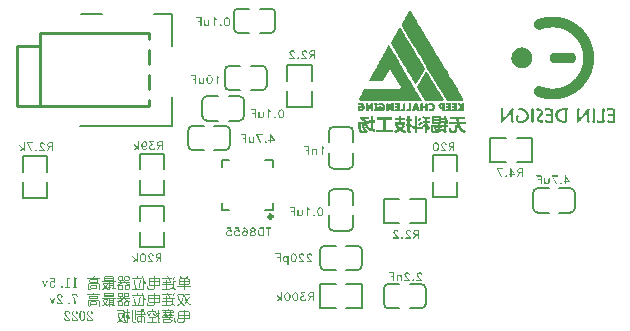
<source format=gbo>
G04*
G04 #@! TF.GenerationSoftware,Altium Limited,Altium Designer,20.0.2 (26)*
G04*
G04 Layer_Color=32896*
%FSLAX25Y25*%
%MOIN*%
G70*
G01*
G75*
%ADD11C,0.00787*%
%ADD13C,0.01000*%
%ADD62C,0.01181*%
G36*
X290685Y198120D02*
X291230Y198120D01*
X291593Y198119D01*
X291920Y198118D01*
X292166Y198117D01*
X292389Y198115D01*
X292591Y198112D01*
X292774Y198108D01*
X292907Y198104D01*
X293028Y198100D01*
X293139Y198094D01*
X293241Y198089D01*
X293333Y198082D01*
X293417Y198074D01*
X293494Y198065D01*
X293563Y198056D01*
X293626Y198045D01*
X293697Y198030D01*
X293761Y198013D01*
X293818Y197994D01*
X293871Y197973D01*
X293921Y197950D01*
X293978Y197919D01*
X294043Y197879D01*
X294143Y197812D01*
X294188Y197781D01*
X294231Y197748D01*
X294273Y197714D01*
X294313Y197678D01*
X294352Y197642D01*
X294390Y197604D01*
X294426Y197566D01*
X294460Y197526D01*
X294494Y197485D01*
X294526Y197443D01*
X294556Y197400D01*
X294585Y197357D01*
X294613Y197312D01*
X294639Y197267D01*
X294664Y197221D01*
X294687Y197174D01*
X294709Y197126D01*
X294730Y197078D01*
X294749Y197029D01*
X294767Y196980D01*
X294783Y196930D01*
X294798Y196879D01*
X294812Y196828D01*
X294824Y196777D01*
X294835Y196726D01*
X294844Y196674D01*
X294852Y196622D01*
X294858Y196569D01*
X294863Y196517D01*
X294867Y196464D01*
X294869Y196411D01*
X294870Y196358D01*
X294869Y196305D01*
X294867Y196252D01*
X294864Y196199D01*
X294859Y196146D01*
X294853Y196094D01*
X294845Y196041D01*
X294836Y195989D01*
X294826Y195937D01*
X294814Y195886D01*
X294801Y195834D01*
X294786Y195783D01*
X294770Y195733D01*
X294752Y195683D01*
X294733Y195634D01*
X294713Y195585D01*
X294691Y195537D01*
X294668Y195489D01*
X294643Y195442D01*
X294617Y195396D01*
X294590Y195351D01*
X294561Y195306D01*
X294531Y195262D01*
X294499Y195220D01*
X294466Y195178D01*
X294431Y195137D01*
X294395Y195097D01*
X294358Y195058D01*
X294319Y195021D01*
X294279Y194984D01*
X294237Y194949D01*
X294194Y194915D01*
X294150Y194882D01*
X294084Y194836D01*
X294018Y194796D01*
X293948Y194761D01*
X293869Y194731D01*
X293776Y194705D01*
X293665Y194683D01*
X293530Y194665D01*
X293368Y194650D01*
X293173Y194639D01*
X292940Y194630D01*
X292666Y194623D01*
X292344Y194618D01*
X291971Y194615D01*
X291542Y194614D01*
X291051Y194613D01*
X290414Y194613D01*
X289955Y194613D01*
X289604Y194614D01*
X289344Y194615D01*
X289100Y194616D01*
X288872Y194618D01*
X288660Y194621D01*
X288510Y194624D01*
X288369Y194627D01*
X288235Y194631D01*
X288109Y194635D01*
X287990Y194640D01*
X287878Y194646D01*
X287773Y194652D01*
X287674Y194659D01*
X287581Y194667D01*
X287493Y194676D01*
X287411Y194686D01*
X287335Y194696D01*
X287263Y194708D01*
X287196Y194720D01*
X287133Y194734D01*
X287073Y194749D01*
X287018Y194765D01*
X286966Y194782D01*
X286917Y194801D01*
X286872Y194820D01*
X286828Y194842D01*
X286787Y194864D01*
X286748Y194888D01*
X286710Y194913D01*
X286662Y194949D01*
X286616Y194988D01*
X286571Y195030D01*
X286527Y195074D01*
X286471Y195135D01*
X286389Y195228D01*
X286348Y195276D01*
X286311Y195325D01*
X286278Y195373D01*
X286248Y195423D01*
X286222Y195474D01*
X286199Y195528D01*
X286179Y195584D01*
X286162Y195645D01*
X286148Y195710D01*
X286136Y195780D01*
X286126Y195856D01*
X286119Y195939D01*
X286113Y196029D01*
X286109Y196127D01*
X286107Y196233D01*
X286107Y196350D01*
X286107Y196484D01*
X286108Y196546D01*
X286109Y196604D01*
X286110Y196659D01*
X286112Y196711D01*
X286114Y196760D01*
X286118Y196806D01*
X286121Y196850D01*
X286126Y196891D01*
X286132Y196930D01*
X286138Y196968D01*
X286146Y197004D01*
X286155Y197038D01*
X286165Y197071D01*
X286176Y197103D01*
X286189Y197134D01*
X286203Y197165D01*
X286218Y197195D01*
X286235Y197224D01*
X286254Y197254D01*
X286275Y197284D01*
X286297Y197314D01*
X286322Y197345D01*
X286348Y197376D01*
X286376Y197408D01*
X286406Y197442D01*
X286439Y197477D01*
X286474Y197513D01*
X286551Y197592D01*
X286593Y197634D01*
X287079Y198120D01*
X290685Y198120D01*
D02*
G37*
G36*
X276823Y199854D02*
X276881Y199853D01*
X276939Y199850D01*
X276997Y199847D01*
X277055Y199843D01*
X277113Y199838D01*
X277171Y199831D01*
X277229Y199824D01*
X277287Y199816D01*
X277346Y199806D01*
X277404Y199796D01*
X277462Y199785D01*
X277520Y199772D01*
X277578Y199759D01*
X277637Y199744D01*
X277695Y199729D01*
X277753Y199712D01*
X277811Y199695D01*
X277869Y199676D01*
X277927Y199656D01*
X277985Y199636D01*
X278043Y199614D01*
X278122Y199581D01*
X278202Y199545D01*
X278283Y199505D01*
X278364Y199461D01*
X278446Y199413D01*
X278527Y199362D01*
X278609Y199308D01*
X278690Y199251D01*
X278771Y199192D01*
X278851Y199130D01*
X278930Y199065D01*
X279009Y198998D01*
X279086Y198929D01*
X279162Y198859D01*
X279236Y198786D01*
X279309Y198712D01*
X279379Y198637D01*
X279448Y198561D01*
X279515Y198484D01*
X279579Y198406D01*
X279640Y198328D01*
X279699Y198249D01*
X279755Y198170D01*
X279808Y198091D01*
X279858Y198012D01*
X279904Y197933D01*
X279946Y197855D01*
X279985Y197778D01*
X280020Y197702D01*
X280050Y197627D01*
X280076Y197553D01*
X280098Y197480D01*
X280119Y197397D01*
X280138Y197312D01*
X280154Y197224D01*
X280169Y197134D01*
X280181Y197041D01*
X280192Y196947D01*
X280200Y196852D01*
X280206Y196754D01*
X280210Y196656D01*
X280213Y196557D01*
X280213Y196457D01*
X280211Y196357D01*
X280208Y196256D01*
X280202Y196155D01*
X280195Y196055D01*
X280186Y195954D01*
X280175Y195855D01*
X280162Y195756D01*
X280148Y195658D01*
X280131Y195562D01*
X280113Y195467D01*
X280093Y195373D01*
X280072Y195282D01*
X280049Y195193D01*
X280024Y195106D01*
X279997Y195021D01*
X279969Y194940D01*
X279940Y194861D01*
X279908Y194786D01*
X279876Y194714D01*
X279841Y194646D01*
X279806Y194581D01*
X279774Y194528D01*
X279741Y194475D01*
X279708Y194423D01*
X279673Y194372D01*
X279638Y194322D01*
X279603Y194272D01*
X279566Y194223D01*
X279529Y194176D01*
X279491Y194128D01*
X279452Y194082D01*
X279413Y194036D01*
X279373Y193991D01*
X279332Y193947D01*
X279291Y193904D01*
X279249Y193861D01*
X279207Y193820D01*
X279163Y193779D01*
X279119Y193739D01*
X279075Y193700D01*
X279030Y193662D01*
X278984Y193624D01*
X278938Y193588D01*
X278891Y193552D01*
X278844Y193517D01*
X278796Y193484D01*
X278747Y193450D01*
X278698Y193418D01*
X278648Y193387D01*
X278598Y193357D01*
X278548Y193327D01*
X278496Y193298D01*
X278445Y193271D01*
X278393Y193244D01*
X278340Y193218D01*
X278287Y193193D01*
X278233Y193169D01*
X278179Y193146D01*
X278125Y193124D01*
X278070Y193102D01*
X278015Y193082D01*
X277959Y193063D01*
X277903Y193044D01*
X277846Y193027D01*
X277789Y193010D01*
X277732Y192995D01*
X277675Y192980D01*
X277617Y192967D01*
X277558Y192954D01*
X277500Y192943D01*
X277441Y192932D01*
X277381Y192922D01*
X277322Y192914D01*
X277262Y192906D01*
X277202Y192899D01*
X277141Y192894D01*
X277080Y192889D01*
X277020Y192886D01*
X276958Y192883D01*
X276897Y192882D01*
X276835Y192881D01*
X276773Y192882D01*
X276711Y192884D01*
X276649Y192886D01*
X276586Y192890D01*
X276494Y192897D01*
X276403Y192906D01*
X276314Y192917D01*
X276227Y192928D01*
X276142Y192942D01*
X276058Y192957D01*
X275976Y192973D01*
X275895Y192992D01*
X275816Y193012D01*
X275738Y193034D01*
X275662Y193058D01*
X275587Y193083D01*
X275513Y193111D01*
X275440Y193140D01*
X275368Y193171D01*
X275297Y193204D01*
X275227Y193239D01*
X275157Y193277D01*
X275089Y193316D01*
X275021Y193357D01*
X274954Y193401D01*
X274888Y193447D01*
X274821Y193494D01*
X274756Y193545D01*
X274691Y193597D01*
X274625Y193652D01*
X274561Y193709D01*
X274496Y193768D01*
X274431Y193830D01*
X274367Y193894D01*
X274302Y193961D01*
X274237Y194030D01*
X274174Y194099D01*
X274113Y194168D01*
X274056Y194236D01*
X274001Y194302D01*
X273948Y194369D01*
X273898Y194435D01*
X273850Y194500D01*
X273805Y194565D01*
X273762Y194630D01*
X273722Y194695D01*
X273683Y194760D01*
X273647Y194826D01*
X273614Y194891D01*
X273582Y194957D01*
X273553Y195024D01*
X273525Y195091D01*
X273500Y195159D01*
X273476Y195228D01*
X273455Y195298D01*
X273435Y195369D01*
X273417Y195441D01*
X273401Y195515D01*
X273387Y195590D01*
X273375Y195666D01*
X273364Y195745D01*
X273355Y195825D01*
X273347Y195907D01*
X273341Y195991D01*
X273336Y196078D01*
X273333Y196166D01*
X273331Y196257D01*
X273330Y196351D01*
X273331Y196401D01*
X273332Y196451D01*
X273333Y196500D01*
X273335Y196549D01*
X273338Y196598D01*
X273341Y196647D01*
X273345Y196695D01*
X273349Y196743D01*
X273354Y196790D01*
X273359Y196837D01*
X273365Y196884D01*
X273371Y196931D01*
X273378Y196977D01*
X273386Y197023D01*
X273394Y197068D01*
X273403Y197114D01*
X273412Y197158D01*
X273422Y197203D01*
X273433Y197247D01*
X273444Y197291D01*
X273456Y197335D01*
X273468Y197378D01*
X273481Y197422D01*
X273494Y197464D01*
X273508Y197507D01*
X273522Y197549D01*
X273537Y197591D01*
X273553Y197633D01*
X273569Y197674D01*
X273586Y197715D01*
X273604Y197756D01*
X273622Y197797D01*
X273640Y197837D01*
X273660Y197877D01*
X273680Y197917D01*
X273700Y197957D01*
X273721Y197996D01*
X273743Y198035D01*
X273765Y198074D01*
X273788Y198112D01*
X273811Y198151D01*
X273835Y198189D01*
X273860Y198226D01*
X273885Y198264D01*
X273911Y198301D01*
X273938Y198339D01*
X273965Y198375D01*
X273992Y198412D01*
X274021Y198449D01*
X274049Y198485D01*
X274079Y198521D01*
X274109Y198557D01*
X274140Y198592D01*
X274171Y198628D01*
X274203Y198663D01*
X274236Y198698D01*
X274269Y198733D01*
X274303Y198767D01*
X274338Y198802D01*
X274373Y198836D01*
X274409Y198870D01*
X274445Y198904D01*
X274482Y198938D01*
X274520Y198971D01*
X274567Y199012D01*
X274614Y199052D01*
X274662Y199091D01*
X274711Y199129D01*
X274760Y199166D01*
X274809Y199202D01*
X274858Y199237D01*
X274908Y199272D01*
X274958Y199305D01*
X275009Y199337D01*
X275060Y199368D01*
X275111Y199399D01*
X275163Y199428D01*
X275215Y199457D01*
X275267Y199484D01*
X275319Y199511D01*
X275372Y199536D01*
X275425Y199561D01*
X275479Y199584D01*
X275532Y199607D01*
X275586Y199628D01*
X275641Y199649D01*
X275695Y199669D01*
X275749Y199687D01*
X275804Y199705D01*
X275859Y199722D01*
X275915Y199737D01*
X275970Y199752D01*
X276026Y199766D01*
X276082Y199779D01*
X276138Y199791D01*
X276195Y199801D01*
X276251Y199811D01*
X276308Y199820D01*
X276364Y199828D01*
X276421Y199834D01*
X276478Y199840D01*
X276536Y199845D01*
X276593Y199849D01*
X276650Y199852D01*
X276708Y199853D01*
X276765Y199854D01*
X276823Y199854D01*
D02*
G37*
G36*
X236227Y206599D02*
X236350Y206428D01*
X236522Y206176D01*
X236722Y205868D01*
X236775Y205784D01*
X236841Y205678D01*
X236919Y205552D01*
X237008Y205408D01*
X237107Y205246D01*
X237216Y205068D01*
X237333Y204875D01*
X237459Y204669D01*
X237591Y204451D01*
X237729Y204223D01*
X237873Y203986D01*
X238021Y203741D01*
X238173Y203490D01*
X238327Y203234D01*
X238483Y202974D01*
X238641Y202713D01*
X238798Y202451D01*
X238955Y202189D01*
X239111Y201930D01*
X239264Y201674D01*
X239414Y201424D01*
X239561Y201179D01*
X239702Y200942D01*
X239838Y200715D01*
X239967Y200498D01*
X240089Y200293D01*
X240202Y200101D01*
X240307Y199924D01*
X240402Y199763D01*
X240486Y199620D01*
X240558Y199495D01*
X240657Y199325D01*
X240712Y199230D01*
X240784Y199109D01*
X240870Y198962D01*
X240970Y198793D01*
X241084Y198603D01*
X241208Y198394D01*
X241344Y198166D01*
X241489Y197923D01*
X241642Y197666D01*
X241803Y197396D01*
X241971Y197116D01*
X242144Y196827D01*
X242321Y196531D01*
X242501Y196230D01*
X242730Y195850D01*
X242865Y195623D01*
X242998Y195400D01*
X243127Y195182D01*
X243252Y194969D01*
X243374Y194762D01*
X243492Y194561D01*
X243604Y194368D01*
X243711Y194182D01*
X243813Y194005D01*
X243909Y193838D01*
X243999Y193680D01*
X244081Y193533D01*
X244157Y193397D01*
X244225Y193273D01*
X244286Y193162D01*
X244338Y193064D01*
X244382Y192980D01*
X244416Y192910D01*
X244441Y192856D01*
X244457Y192818D01*
X244462Y192797D01*
X244452Y192727D01*
X244418Y192626D01*
X244356Y192487D01*
X244263Y192300D01*
X244133Y192057D01*
X243961Y191750D01*
X243744Y191370D01*
X243478Y190909D01*
X243349Y190685D01*
X243166Y190368D01*
X242946Y189985D01*
X242703Y189561D01*
X242452Y189124D01*
X242370Y188980D01*
X242329Y188909D01*
X242288Y188839D01*
X242248Y188770D01*
X242208Y188703D01*
X242168Y188636D01*
X242129Y188571D01*
X242090Y188508D01*
X242051Y188446D01*
X242014Y188385D01*
X241976Y188327D01*
X241940Y188270D01*
X241904Y188215D01*
X241869Y188162D01*
X241835Y188111D01*
X241802Y188062D01*
X241770Y188016D01*
X241739Y187971D01*
X241709Y187930D01*
X241680Y187890D01*
X241653Y187853D01*
X241627Y187819D01*
X241602Y187788D01*
X241578Y187759D01*
X241556Y187733D01*
X241536Y187711D01*
X241517Y187691D01*
X241500Y187675D01*
X241484Y187662D01*
X241471Y187652D01*
X241459Y187645D01*
X241449Y187642D01*
X241441Y187643D01*
X241385Y187709D01*
X241265Y187881D01*
X241092Y188145D01*
X240873Y188486D01*
X240618Y188888D01*
X240338Y189337D01*
X240040Y189816D01*
X239734Y190313D01*
X239429Y190810D01*
X239135Y191293D01*
X238860Y191748D01*
X238615Y192158D01*
X238408Y192510D01*
X238249Y192787D01*
X238147Y192975D01*
X238111Y193059D01*
X238090Y193101D01*
X238032Y193203D01*
X237939Y193359D01*
X237816Y193563D01*
X237667Y193806D01*
X237497Y194083D01*
X237309Y194387D01*
X237108Y194711D01*
X236956Y194956D01*
X236810Y195190D01*
X236674Y195412D01*
X236548Y195617D01*
X236435Y195804D01*
X236335Y195969D01*
X236251Y196109D01*
X236184Y196223D01*
X236137Y196306D01*
X236110Y196355D01*
X236105Y196369D01*
X236075Y196429D01*
X235987Y196583D01*
X235849Y196819D01*
X235667Y197129D01*
X235446Y197500D01*
X235193Y197924D01*
X234913Y198390D01*
X234568Y198962D01*
X234479Y199111D01*
X234393Y199256D01*
X234309Y199396D01*
X234229Y199533D01*
X234152Y199665D01*
X234078Y199793D01*
X234007Y199917D01*
X233939Y200037D01*
X233874Y200152D01*
X233812Y200263D01*
X233753Y200371D01*
X233698Y200474D01*
X233645Y200572D01*
X233596Y200667D01*
X233549Y200757D01*
X233506Y200843D01*
X233466Y200925D01*
X233429Y201002D01*
X233395Y201076D01*
X233364Y201145D01*
X233336Y201209D01*
X233312Y201270D01*
X233290Y201326D01*
X233272Y201377D01*
X233257Y201425D01*
X233245Y201468D01*
X233236Y201506D01*
X233230Y201541D01*
X233228Y201571D01*
X233228Y201596D01*
X233232Y201618D01*
X233235Y201626D01*
X233257Y201677D01*
X233284Y201735D01*
X233319Y201806D01*
X233365Y201893D01*
X233422Y201999D01*
X233494Y202130D01*
X233582Y202287D01*
X233689Y202474D01*
X233816Y202697D01*
X233966Y202958D01*
X234141Y203260D01*
X234343Y203609D01*
X234574Y204007D01*
X234836Y204457D01*
X235132Y204965D01*
X235463Y205533D01*
X235530Y205648D01*
X235596Y205760D01*
X235691Y205920D01*
X235781Y206070D01*
X235865Y206207D01*
X235941Y206330D01*
X236008Y206437D01*
X236066Y206525D01*
X236111Y206593D01*
X236145Y206639D01*
X236160Y206656D01*
X236168Y206662D01*
X236227Y206599D01*
D02*
G37*
G36*
X287459Y210130D02*
X287539Y210129D01*
X287617Y210129D01*
X287695Y210127D01*
X287772Y210126D01*
X287848Y210124D01*
X287924Y210122D01*
X287998Y210120D01*
X288071Y210118D01*
X288144Y210115D01*
X288215Y210112D01*
X288285Y210108D01*
X288354Y210105D01*
X288421Y210101D01*
X288487Y210097D01*
X288551Y210092D01*
X288613Y210087D01*
X288674Y210082D01*
X288734Y210076D01*
X288791Y210071D01*
X288846Y210065D01*
X288900Y210058D01*
X288951Y210051D01*
X289001Y210045D01*
X289048Y210037D01*
X289093Y210030D01*
X289135Y210022D01*
X289176Y210014D01*
X289422Y209961D01*
X289649Y209911D01*
X289858Y209864D01*
X290005Y209831D01*
X290143Y209799D01*
X290273Y209768D01*
X290398Y209738D01*
X290516Y209708D01*
X290629Y209679D01*
X290738Y209650D01*
X290844Y209620D01*
X290947Y209591D01*
X291048Y209561D01*
X291148Y209530D01*
X291247Y209499D01*
X291347Y209466D01*
X291483Y209420D01*
X291623Y209371D01*
X291769Y209319D01*
X291896Y209273D01*
X291985Y209240D01*
X292073Y209206D01*
X292162Y209171D01*
X292250Y209136D01*
X292338Y209100D01*
X292425Y209064D01*
X292513Y209027D01*
X292600Y208989D01*
X292686Y208951D01*
X292773Y208912D01*
X292859Y208873D01*
X292945Y208833D01*
X293030Y208792D01*
X293115Y208751D01*
X293200Y208710D01*
X293285Y208667D01*
X293369Y208624D01*
X293453Y208581D01*
X293536Y208537D01*
X293619Y208492D01*
X293702Y208447D01*
X293785Y208402D01*
X293867Y208355D01*
X293949Y208309D01*
X294030Y208261D01*
X294112Y208213D01*
X294193Y208165D01*
X294273Y208116D01*
X294353Y208066D01*
X294433Y208016D01*
X294512Y207966D01*
X294591Y207915D01*
X294670Y207863D01*
X294748Y207811D01*
X294826Y207758D01*
X294904Y207705D01*
X294981Y207651D01*
X295058Y207597D01*
X295134Y207542D01*
X295211Y207487D01*
X295286Y207431D01*
X295361Y207375D01*
X295436Y207318D01*
X295511Y207260D01*
X295585Y207203D01*
X295659Y207144D01*
X295732Y207085D01*
X295805Y207026D01*
X295878Y206966D01*
X295950Y206906D01*
X296021Y206845D01*
X296093Y206784D01*
X296164Y206722D01*
X296234Y206660D01*
X296304Y206598D01*
X296374Y206535D01*
X296443Y206471D01*
X296511Y206407D01*
X296580Y206342D01*
X296648Y206277D01*
X296715Y206212D01*
X296782Y206146D01*
X296849Y206080D01*
X296915Y206013D01*
X296980Y205946D01*
X297045Y205878D01*
X297110Y205810D01*
X297174Y205742D01*
X297238Y205673D01*
X297302Y205603D01*
X297364Y205533D01*
X297427Y205463D01*
X297489Y205392D01*
X297550Y205321D01*
X297611Y205250D01*
X297672Y205178D01*
X297732Y205106D01*
X297791Y205033D01*
X297850Y204960D01*
X297909Y204886D01*
X297967Y204812D01*
X298025Y204738D01*
X298082Y204663D01*
X298138Y204588D01*
X298194Y204512D01*
X298250Y204436D01*
X298305Y204360D01*
X298359Y204283D01*
X298413Y204206D01*
X298467Y204129D01*
X298520Y204051D01*
X298572Y203973D01*
X298624Y203894D01*
X298676Y203816D01*
X298727Y203736D01*
X298777Y203657D01*
X298827Y203577D01*
X298876Y203496D01*
X298925Y203416D01*
X298973Y203334D01*
X299021Y203253D01*
X299068Y203171D01*
X299114Y203089D01*
X299160Y203007D01*
X299206Y202924D01*
X299251Y202841D01*
X299295Y202758D01*
X299339Y202674D01*
X299382Y202590D01*
X299425Y202505D01*
X299467Y202421D01*
X299508Y202336D01*
X299549Y202250D01*
X299589Y202165D01*
X299629Y202079D01*
X299668Y201992D01*
X299707Y201906D01*
X299745Y201819D01*
X299782Y201732D01*
X299819Y201644D01*
X299855Y201556D01*
X299890Y201468D01*
X299925Y201380D01*
X299960Y201291D01*
X299993Y201203D01*
X300026Y201113D01*
X300059Y201024D01*
X300088Y200942D01*
X300117Y200861D01*
X300145Y200782D01*
X300172Y200704D01*
X300198Y200627D01*
X300224Y200551D01*
X300249Y200477D01*
X300273Y200403D01*
X300297Y200331D01*
X300320Y200259D01*
X300342Y200188D01*
X300364Y200118D01*
X300385Y200049D01*
X300406Y199980D01*
X300426Y199913D01*
X300445Y199845D01*
X300463Y199779D01*
X300481Y199713D01*
X300499Y199647D01*
X300516Y199582D01*
X300532Y199517D01*
X300548Y199452D01*
X300563Y199388D01*
X300578Y199323D01*
X300592Y199259D01*
X300605Y199195D01*
X300618Y199131D01*
X300631Y199067D01*
X300643Y199003D01*
X300655Y198939D01*
X300666Y198875D01*
X300676Y198810D01*
X300686Y198745D01*
X300696Y198680D01*
X300705Y198614D01*
X300714Y198548D01*
X300722Y198482D01*
X300730Y198415D01*
X300738Y198347D01*
X300745Y198278D01*
X300751Y198209D01*
X300758Y198139D01*
X300764Y198069D01*
X300769Y197997D01*
X300774Y197925D01*
X300779Y197851D01*
X300783Y197777D01*
X300788Y197702D01*
X300791Y197625D01*
X300795Y197547D01*
X300798Y197468D01*
X300801Y197388D01*
X300803Y197306D01*
X300806Y197223D01*
X300807Y197138D01*
X300809Y197052D01*
X300811Y196965D01*
X300812Y196876D01*
X300813Y196785D01*
X300813Y196692D01*
X300814Y196598D01*
X300814Y196502D01*
X300814Y196404D01*
X300814Y196253D01*
X300812Y196102D01*
X300811Y195955D01*
X300808Y195810D01*
X300805Y195669D01*
X300801Y195530D01*
X300796Y195394D01*
X300790Y195260D01*
X300784Y195129D01*
X300777Y195000D01*
X300768Y194874D01*
X300759Y194749D01*
X300749Y194627D01*
X300738Y194506D01*
X300726Y194387D01*
X300713Y194270D01*
X300699Y194154D01*
X300684Y194039D01*
X300668Y193926D01*
X300651Y193814D01*
X300633Y193703D01*
X300613Y193593D01*
X300593Y193483D01*
X300571Y193374D01*
X300548Y193266D01*
X300524Y193158D01*
X300499Y193050D01*
X300472Y192943D01*
X300445Y192835D01*
X300415Y192727D01*
X300385Y192620D01*
X300353Y192511D01*
X300320Y192403D01*
X300285Y192293D01*
X300249Y192183D01*
X300212Y192073D01*
X300173Y191961D01*
X300133Y191848D01*
X300091Y191735D01*
X300048Y191619D01*
X300003Y191503D01*
X299956Y191384D01*
X299908Y191265D01*
X299856Y191138D01*
X299820Y191051D01*
X299784Y190965D01*
X299746Y190880D01*
X299709Y190795D01*
X299670Y190709D01*
X299631Y190625D01*
X299592Y190540D01*
X299552Y190456D01*
X299511Y190372D01*
X299470Y190289D01*
X299429Y190205D01*
X299387Y190123D01*
X299344Y190040D01*
X299301Y189958D01*
X299257Y189876D01*
X299213Y189794D01*
X299168Y189713D01*
X299123Y189632D01*
X299077Y189551D01*
X299031Y189471D01*
X298984Y189391D01*
X298937Y189312D01*
X298889Y189232D01*
X298840Y189154D01*
X298791Y189075D01*
X298742Y188997D01*
X298692Y188919D01*
X298642Y188841D01*
X298591Y188764D01*
X298540Y188688D01*
X298488Y188611D01*
X298436Y188535D01*
X298383Y188459D01*
X298330Y188384D01*
X298276Y188309D01*
X298222Y188235D01*
X298167Y188160D01*
X298112Y188087D01*
X298056Y188013D01*
X298000Y187940D01*
X297944Y187867D01*
X297887Y187795D01*
X297829Y187723D01*
X297771Y187652D01*
X297713Y187581D01*
X297654Y187510D01*
X297595Y187440D01*
X297535Y187370D01*
X297475Y187300D01*
X297414Y187231D01*
X297353Y187163D01*
X297292Y187094D01*
X297230Y187027D01*
X297167Y186959D01*
X297105Y186892D01*
X297042Y186826D01*
X296978Y186759D01*
X296914Y186694D01*
X296849Y186628D01*
X296785Y186563D01*
X296719Y186499D01*
X296654Y186435D01*
X296587Y186371D01*
X296521Y186308D01*
X296454Y186246D01*
X296387Y186183D01*
X296319Y186121D01*
X296251Y186060D01*
X296182Y185999D01*
X296113Y185939D01*
X296044Y185879D01*
X295975Y185819D01*
X295904Y185760D01*
X295834Y185701D01*
X295763Y185643D01*
X295692Y185586D01*
X295620Y185528D01*
X295549Y185472D01*
X295476Y185415D01*
X295404Y185360D01*
X295331Y185304D01*
X295257Y185249D01*
X295183Y185195D01*
X295109Y185141D01*
X295035Y185088D01*
X294960Y185035D01*
X294885Y184983D01*
X294809Y184931D01*
X294733Y184879D01*
X294657Y184828D01*
X294581Y184778D01*
X294504Y184728D01*
X294426Y184679D01*
X294349Y184630D01*
X294271Y184582D01*
X294193Y184534D01*
X294114Y184486D01*
X294035Y184440D01*
X293956Y184393D01*
X293877Y184348D01*
X293797Y184302D01*
X293717Y184258D01*
X293636Y184213D01*
X293555Y184170D01*
X293474Y184127D01*
X293393Y184084D01*
X293311Y184042D01*
X293229Y184001D01*
X293147Y183960D01*
X293064Y183919D01*
X292982Y183879D01*
X292899Y183840D01*
X292815Y183801D01*
X292731Y183763D01*
X292647Y183726D01*
X292563Y183688D01*
X292478Y183652D01*
X292394Y183616D01*
X292309Y183581D01*
X292223Y183546D01*
X292138Y183512D01*
X292052Y183478D01*
X291966Y183445D01*
X291879Y183413D01*
X291792Y183381D01*
X291705Y183349D01*
X291618Y183319D01*
X291471Y183267D01*
X291327Y183219D01*
X291257Y183196D01*
X291188Y183173D01*
X291120Y183151D01*
X291052Y183129D01*
X290985Y183108D01*
X290919Y183088D01*
X290854Y183069D01*
X290790Y183049D01*
X290726Y183031D01*
X290662Y183013D01*
X290599Y182995D01*
X290537Y182978D01*
X290475Y182962D01*
X290413Y182946D01*
X290351Y182931D01*
X290290Y182916D01*
X290228Y182902D01*
X290167Y182888D01*
X290106Y182874D01*
X290045Y182861D01*
X289984Y182849D01*
X289923Y182837D01*
X289861Y182826D01*
X289799Y182815D01*
X289738Y182804D01*
X289675Y182794D01*
X289613Y182784D01*
X289550Y182775D01*
X289486Y182766D01*
X289422Y182757D01*
X289357Y182749D01*
X289292Y182742D01*
X289226Y182734D01*
X289159Y182727D01*
X289092Y182721D01*
X289023Y182714D01*
X288954Y182709D01*
X288883Y182703D01*
X288812Y182698D01*
X288740Y182693D01*
X288666Y182688D01*
X288592Y182684D01*
X288515Y182680D01*
X288438Y182676D01*
X288360Y182673D01*
X288280Y182670D01*
X288198Y182667D01*
X288115Y182665D01*
X288031Y182662D01*
X287945Y182660D01*
X287857Y182659D01*
X287768Y182657D01*
X287676Y182656D01*
X287583Y182654D01*
X287488Y182653D01*
X287391Y182653D01*
X287192Y182652D01*
X286983Y182652D01*
X286713Y182652D01*
X286463Y182653D01*
X286307Y182654D01*
X286159Y182656D01*
X286020Y182657D01*
X285887Y182660D01*
X285762Y182662D01*
X285642Y182666D01*
X285529Y182669D01*
X285421Y182674D01*
X285318Y182679D01*
X285219Y182685D01*
X285125Y182692D01*
X285034Y182699D01*
X284946Y182707D01*
X284861Y182716D01*
X284778Y182727D01*
X284697Y182738D01*
X284617Y182750D01*
X284538Y182763D01*
X284459Y182778D01*
X284380Y182793D01*
X284300Y182810D01*
X284220Y182828D01*
X284138Y182848D01*
X284053Y182869D01*
X283967Y182891D01*
X283877Y182915D01*
X283737Y182954D01*
X283587Y182996D01*
X283434Y183039D01*
X283288Y183081D01*
X283150Y183122D01*
X283018Y183161D01*
X282893Y183198D01*
X282774Y183235D01*
X282662Y183271D01*
X282556Y183305D01*
X282455Y183339D01*
X282359Y183372D01*
X282269Y183404D01*
X282184Y183436D01*
X282103Y183467D01*
X282027Y183499D01*
X281956Y183529D01*
X281888Y183560D01*
X281824Y183591D01*
X281764Y183622D01*
X281707Y183653D01*
X281653Y183685D01*
X281603Y183717D01*
X281554Y183750D01*
X281508Y183783D01*
X281465Y183817D01*
X281423Y183852D01*
X281383Y183888D01*
X281345Y183925D01*
X281307Y183964D01*
X281271Y184003D01*
X281236Y184045D01*
X281201Y184087D01*
X281166Y184132D01*
X281131Y184179D01*
X281099Y184227D01*
X281068Y184276D01*
X281040Y184326D01*
X281013Y184377D01*
X280989Y184428D01*
X280966Y184479D01*
X280946Y184532D01*
X280927Y184585D01*
X280910Y184638D01*
X280896Y184692D01*
X280883Y184747D01*
X280872Y184801D01*
X280862Y184856D01*
X280855Y184912D01*
X280849Y184967D01*
X280846Y185023D01*
X280843Y185079D01*
X280843Y185134D01*
X280844Y185190D01*
X280848Y185246D01*
X280852Y185302D01*
X280859Y185357D01*
X280867Y185413D01*
X280876Y185468D01*
X280888Y185523D01*
X280901Y185577D01*
X280915Y185632D01*
X280931Y185685D01*
X280948Y185739D01*
X280967Y185792D01*
X280988Y185844D01*
X281010Y185896D01*
X281033Y185947D01*
X281058Y185997D01*
X281084Y186046D01*
X281112Y186095D01*
X281141Y186143D01*
X281171Y186190D01*
X281203Y186236D01*
X281236Y186281D01*
X281270Y186325D01*
X281305Y186368D01*
X281342Y186410D01*
X281380Y186451D01*
X281419Y186490D01*
X281459Y186528D01*
X281501Y186565D01*
X281544Y186600D01*
X281587Y186634D01*
X281632Y186666D01*
X281678Y186697D01*
X281725Y186727D01*
X281773Y186754D01*
X281823Y186780D01*
X281873Y186805D01*
X281924Y186827D01*
X281976Y186848D01*
X282029Y186867D01*
X282083Y186884D01*
X282138Y186899D01*
X282194Y186912D01*
X282250Y186923D01*
X282308Y186932D01*
X282370Y186938D01*
X282438Y186942D01*
X282510Y186942D01*
X282586Y186940D01*
X282667Y186934D01*
X282753Y186926D01*
X282843Y186914D01*
X282938Y186900D01*
X283037Y186882D01*
X283141Y186862D01*
X283249Y186838D01*
X283361Y186812D01*
X283478Y186782D01*
X283599Y186750D01*
X283725Y186714D01*
X283855Y186676D01*
X283935Y186652D01*
X284015Y186628D01*
X284095Y186605D01*
X284173Y186583D01*
X284251Y186561D01*
X284329Y186540D01*
X284406Y186519D01*
X284483Y186499D01*
X284559Y186479D01*
X284635Y186460D01*
X284710Y186441D01*
X284784Y186423D01*
X284858Y186406D01*
X284932Y186389D01*
X285005Y186372D01*
X285078Y186356D01*
X285151Y186341D01*
X285223Y186326D01*
X285294Y186312D01*
X285365Y186298D01*
X285436Y186285D01*
X285506Y186272D01*
X285576Y186260D01*
X285646Y186249D01*
X285715Y186238D01*
X285784Y186227D01*
X285853Y186217D01*
X285921Y186208D01*
X285989Y186199D01*
X286057Y186190D01*
X286124Y186182D01*
X286192Y186175D01*
X286259Y186168D01*
X286325Y186162D01*
X286392Y186156D01*
X286458Y186151D01*
X286524Y186146D01*
X286590Y186142D01*
X286655Y186138D01*
X286720Y186135D01*
X286786Y186132D01*
X286851Y186130D01*
X286916Y186128D01*
X286980Y186127D01*
X287045Y186127D01*
X287109Y186126D01*
X287174Y186127D01*
X287238Y186128D01*
X287302Y186129D01*
X287366Y186131D01*
X287430Y186133D01*
X287494Y186136D01*
X287558Y186140D01*
X287622Y186144D01*
X287686Y186148D01*
X287750Y186153D01*
X287813Y186158D01*
X287877Y186164D01*
X287941Y186170D01*
X288005Y186177D01*
X288069Y186185D01*
X288133Y186192D01*
X288197Y186201D01*
X288261Y186210D01*
X288357Y186224D01*
X288454Y186238D01*
X288550Y186254D01*
X288645Y186270D01*
X288740Y186287D01*
X288835Y186304D01*
X288929Y186323D01*
X289023Y186342D01*
X289117Y186361D01*
X289210Y186381D01*
X289302Y186402D01*
X289394Y186424D01*
X289486Y186446D01*
X289577Y186469D01*
X289668Y186493D01*
X289759Y186517D01*
X289849Y186542D01*
X289938Y186568D01*
X290028Y186595D01*
X290116Y186622D01*
X290205Y186649D01*
X290292Y186678D01*
X290380Y186707D01*
X290467Y186737D01*
X290553Y186767D01*
X290639Y186798D01*
X290725Y186830D01*
X290810Y186862D01*
X290895Y186895D01*
X290979Y186929D01*
X291063Y186963D01*
X291146Y186998D01*
X291229Y187034D01*
X291312Y187070D01*
X291394Y187107D01*
X291476Y187145D01*
X291557Y187183D01*
X291637Y187222D01*
X291717Y187262D01*
X291797Y187302D01*
X291876Y187343D01*
X291955Y187385D01*
X292033Y187427D01*
X292111Y187470D01*
X292189Y187513D01*
X292265Y187557D01*
X292342Y187602D01*
X292418Y187647D01*
X292493Y187693D01*
X292568Y187740D01*
X292642Y187787D01*
X292716Y187835D01*
X292790Y187884D01*
X292863Y187933D01*
X292935Y187983D01*
X293007Y188033D01*
X293079Y188084D01*
X293150Y188136D01*
X293220Y188188D01*
X293290Y188241D01*
X293360Y188294D01*
X293429Y188349D01*
X293498Y188403D01*
X293566Y188459D01*
X293633Y188515D01*
X293700Y188571D01*
X293767Y188629D01*
X293833Y188687D01*
X293898Y188745D01*
X293963Y188804D01*
X294028Y188864D01*
X294092Y188924D01*
X294155Y188985D01*
X294218Y189046D01*
X294280Y189108D01*
X294342Y189171D01*
X294404Y189234D01*
X294464Y189298D01*
X294525Y189363D01*
X294584Y189428D01*
X294644Y189493D01*
X294702Y189560D01*
X294760Y189627D01*
X294818Y189694D01*
X294875Y189762D01*
X294932Y189831D01*
X294988Y189900D01*
X295043Y189970D01*
X295098Y190040D01*
X295153Y190111D01*
X295206Y190182D01*
X295260Y190255D01*
X295312Y190327D01*
X295365Y190401D01*
X295416Y190474D01*
X295467Y190549D01*
X295518Y190624D01*
X295568Y190700D01*
X295617Y190776D01*
X295666Y190852D01*
X295714Y190930D01*
X295762Y191007D01*
X295809Y191086D01*
X295856Y191165D01*
X295902Y191244D01*
X295947Y191324D01*
X295992Y191405D01*
X296037Y191486D01*
X296080Y191568D01*
X296124Y191651D01*
X296166Y191734D01*
X296208Y191817D01*
X296250Y191901D01*
X296290Y191985D01*
X296331Y192071D01*
X296370Y192156D01*
X296410Y192243D01*
X296448Y192329D01*
X296486Y192417D01*
X296523Y192504D01*
X296560Y192593D01*
X296596Y192682D01*
X296632Y192771D01*
X296667Y192861D01*
X296701Y192952D01*
X296735Y193043D01*
X296768Y193134D01*
X296800Y193227D01*
X296832Y193319D01*
X296863Y193406D01*
X296891Y193490D01*
X296917Y193570D01*
X296942Y193648D01*
X296966Y193723D01*
X296987Y193795D01*
X297007Y193866D01*
X297026Y193936D01*
X297043Y194005D01*
X297059Y194074D01*
X297074Y194142D01*
X297087Y194212D01*
X297099Y194282D01*
X297110Y194354D01*
X297120Y194428D01*
X297130Y194504D01*
X297137Y194584D01*
X297145Y194666D01*
X297151Y194752D01*
X297157Y194843D01*
X297161Y194938D01*
X297166Y195037D01*
X297169Y195143D01*
X297172Y195255D01*
X297175Y195373D01*
X297177Y195498D01*
X297179Y195630D01*
X297180Y195770D01*
X297181Y195918D01*
X297182Y196075D01*
X297183Y196241D01*
X297183Y196341D01*
X297183Y196439D01*
X297183Y196534D01*
X297182Y196628D01*
X297182Y196720D01*
X297181Y196810D01*
X297180Y196899D01*
X297178Y196985D01*
X297176Y197070D01*
X297174Y197154D01*
X297172Y197236D01*
X297169Y197316D01*
X297166Y197395D01*
X297162Y197473D01*
X297159Y197549D01*
X297154Y197624D01*
X297150Y197697D01*
X297145Y197770D01*
X297140Y197841D01*
X297134Y197911D01*
X297128Y197980D01*
X297122Y198048D01*
X297115Y198115D01*
X297107Y198181D01*
X297100Y198246D01*
X297091Y198311D01*
X297083Y198374D01*
X297073Y198437D01*
X297064Y198499D01*
X297054Y198561D01*
X297043Y198622D01*
X297032Y198682D01*
X297020Y198742D01*
X297008Y198802D01*
X296995Y198861D01*
X296982Y198920D01*
X296968Y198978D01*
X296954Y199037D01*
X296939Y199095D01*
X296923Y199153D01*
X296907Y199210D01*
X296890Y199268D01*
X296873Y199326D01*
X296855Y199384D01*
X296836Y199442D01*
X296817Y199500D01*
X296797Y199558D01*
X296777Y199617D01*
X296756Y199675D01*
X296734Y199734D01*
X296711Y199794D01*
X296688Y199854D01*
X296664Y199914D01*
X296639Y199975D01*
X296614Y200037D01*
X296588Y200099D01*
X296561Y200162D01*
X296533Y200226D01*
X296505Y200290D01*
X296476Y200355D01*
X296446Y200422D01*
X296415Y200488D01*
X296384Y200557D01*
X296352Y200626D01*
X296326Y200679D01*
X296301Y200732D01*
X296275Y200785D01*
X296248Y200838D01*
X296221Y200891D01*
X296194Y200944D01*
X296167Y200997D01*
X296139Y201049D01*
X296111Y201102D01*
X296082Y201154D01*
X296054Y201206D01*
X296024Y201258D01*
X295995Y201310D01*
X295965Y201362D01*
X295935Y201413D01*
X295904Y201465D01*
X295873Y201516D01*
X295842Y201568D01*
X295810Y201619D01*
X295779Y201670D01*
X295746Y201720D01*
X295714Y201771D01*
X295681Y201821D01*
X295648Y201871D01*
X295614Y201922D01*
X295581Y201972D01*
X295546Y202021D01*
X295512Y202071D01*
X295477Y202120D01*
X295442Y202170D01*
X295407Y202219D01*
X295371Y202268D01*
X295335Y202316D01*
X295299Y202365D01*
X295263Y202413D01*
X295226Y202462D01*
X295188Y202510D01*
X295151Y202557D01*
X295113Y202605D01*
X295075Y202653D01*
X295037Y202700D01*
X294999Y202747D01*
X294960Y202794D01*
X294921Y202840D01*
X294882Y202887D01*
X294842Y202933D01*
X294802Y202979D01*
X294762Y203025D01*
X294721Y203071D01*
X294681Y203116D01*
X294640Y203161D01*
X294599Y203206D01*
X294557Y203251D01*
X294515Y203295D01*
X294474Y203340D01*
X294431Y203384D01*
X294389Y203428D01*
X294346Y203471D01*
X294303Y203515D01*
X294260Y203558D01*
X294217Y203601D01*
X294173Y203643D01*
X294129Y203686D01*
X294085Y203728D01*
X294041Y203770D01*
X293997Y203812D01*
X293952Y203853D01*
X293907Y203894D01*
X293862Y203935D01*
X293816Y203976D01*
X293771Y204016D01*
X293725Y204057D01*
X293679Y204096D01*
X293632Y204136D01*
X293586Y204175D01*
X293539Y204215D01*
X293492Y204253D01*
X293445Y204292D01*
X293398Y204330D01*
X293351Y204368D01*
X293303Y204406D01*
X293255Y204443D01*
X293207Y204481D01*
X293159Y204518D01*
X293111Y204554D01*
X293062Y204590D01*
X293013Y204626D01*
X292964Y204662D01*
X292915Y204697D01*
X292866Y204733D01*
X292817Y204767D01*
X292767Y204802D01*
X292717Y204836D01*
X292667Y204870D01*
X292617Y204904D01*
X292567Y204937D01*
X292517Y204970D01*
X292466Y205002D01*
X292415Y205035D01*
X292365Y205067D01*
X292314Y205099D01*
X292263Y205130D01*
X292211Y205161D01*
X292160Y205192D01*
X292108Y205222D01*
X292057Y205252D01*
X292005Y205282D01*
X291953Y205311D01*
X291901Y205340D01*
X291848Y205369D01*
X291796Y205397D01*
X291744Y205425D01*
X291691Y205453D01*
X291638Y205480D01*
X291586Y205507D01*
X291533Y205534D01*
X291480Y205560D01*
X291427Y205586D01*
X291373Y205611D01*
X291320Y205637D01*
X291267Y205662D01*
X291213Y205686D01*
X291159Y205710D01*
X291106Y205734D01*
X291052Y205757D01*
X290998Y205780D01*
X290944Y205802D01*
X290890Y205825D01*
X290839Y205845D01*
X290787Y205866D01*
X290736Y205886D01*
X290684Y205905D01*
X290632Y205925D01*
X290579Y205944D01*
X290527Y205962D01*
X290421Y205999D01*
X290315Y206034D01*
X290207Y206069D01*
X290099Y206102D01*
X289990Y206133D01*
X289881Y206164D01*
X289771Y206193D01*
X289660Y206221D01*
X289549Y206248D01*
X289437Y206273D01*
X289324Y206298D01*
X289211Y206321D01*
X289097Y206343D01*
X288983Y206363D01*
X288869Y206383D01*
X288754Y206401D01*
X288638Y206418D01*
X288523Y206433D01*
X288406Y206448D01*
X288290Y206461D01*
X288173Y206473D01*
X288056Y206484D01*
X287939Y206493D01*
X287821Y206502D01*
X287703Y206509D01*
X287585Y206514D01*
X287467Y206519D01*
X287349Y206522D01*
X287231Y206524D01*
X287113Y206525D01*
X286994Y206525D01*
X286876Y206523D01*
X286757Y206520D01*
X286639Y206516D01*
X286521Y206511D01*
X286403Y206504D01*
X286284Y206496D01*
X286167Y206487D01*
X286049Y206477D01*
X285931Y206465D01*
X285814Y206452D01*
X285697Y206438D01*
X285580Y206423D01*
X285464Y206406D01*
X285347Y206388D01*
X285232Y206369D01*
X285116Y206349D01*
X285001Y206327D01*
X284887Y206305D01*
X284772Y206280D01*
X284659Y206255D01*
X284546Y206229D01*
X284433Y206201D01*
X284321Y206172D01*
X284210Y206141D01*
X284099Y206110D01*
X283989Y206077D01*
X283934Y206060D01*
X283879Y206043D01*
X283825Y206025D01*
X283771Y206008D01*
X283716Y205989D01*
X283663Y205971D01*
X283555Y205934D01*
X283502Y205916D01*
X283449Y205900D01*
X283397Y205884D01*
X283345Y205869D01*
X283293Y205855D01*
X283242Y205842D01*
X283192Y205831D01*
X283141Y205820D01*
X283091Y205810D01*
X283042Y205801D01*
X282993Y205792D01*
X282944Y205785D01*
X282896Y205779D01*
X282849Y205774D01*
X282802Y205769D01*
X282755Y205766D01*
X282708Y205763D01*
X282663Y205762D01*
X282617Y205761D01*
X282572Y205761D01*
X282528Y205763D01*
X282484Y205765D01*
X282440Y205768D01*
X282397Y205772D01*
X282354Y205777D01*
X282312Y205783D01*
X282270Y205789D01*
X282229Y205797D01*
X282188Y205806D01*
X282148Y205815D01*
X282108Y205826D01*
X282069Y205837D01*
X282030Y205849D01*
X281992Y205863D01*
X281954Y205877D01*
X281917Y205892D01*
X281880Y205908D01*
X281844Y205925D01*
X281808Y205943D01*
X281772Y205961D01*
X281738Y205981D01*
X281703Y206002D01*
X281670Y206023D01*
X281637Y206046D01*
X281604Y206069D01*
X281572Y206093D01*
X281540Y206118D01*
X281509Y206144D01*
X281478Y206171D01*
X281448Y206199D01*
X281419Y206228D01*
X281390Y206258D01*
X281361Y206288D01*
X281333Y206320D01*
X281306Y206352D01*
X281279Y206386D01*
X281253Y206420D01*
X281227Y206455D01*
X281202Y206491D01*
X281178Y206528D01*
X281154Y206566D01*
X281131Y206605D01*
X281108Y206644D01*
X281064Y206727D01*
X281024Y206811D01*
X280989Y206896D01*
X280959Y206982D01*
X280932Y207069D01*
X280910Y207157D01*
X280892Y207245D01*
X280878Y207333D01*
X280869Y207422D01*
X280863Y207510D01*
X280862Y207598D01*
X280864Y207686D01*
X280871Y207773D01*
X280881Y207859D01*
X280895Y207944D01*
X280913Y208028D01*
X280935Y208110D01*
X280961Y208191D01*
X280990Y208270D01*
X281023Y208348D01*
X281059Y208423D01*
X281099Y208496D01*
X281143Y208566D01*
X281190Y208634D01*
X281240Y208699D01*
X281294Y208761D01*
X281351Y208819D01*
X281412Y208875D01*
X281475Y208926D01*
X281542Y208974D01*
X281612Y209018D01*
X281685Y209058D01*
X281737Y209084D01*
X281794Y209110D01*
X281856Y209137D01*
X281922Y209164D01*
X281993Y209192D01*
X282069Y209221D01*
X282148Y209251D01*
X282231Y209280D01*
X282318Y209311D01*
X282408Y209341D01*
X282502Y209372D01*
X282598Y209403D01*
X282697Y209434D01*
X282798Y209466D01*
X282902Y209497D01*
X283007Y209528D01*
X283115Y209559D01*
X283223Y209590D01*
X283333Y209620D01*
X283444Y209650D01*
X283556Y209680D01*
X283668Y209709D01*
X283781Y209737D01*
X283894Y209766D01*
X284006Y209793D01*
X284118Y209819D01*
X284230Y209845D01*
X284341Y209870D01*
X284451Y209893D01*
X284559Y209916D01*
X284666Y209938D01*
X284771Y209959D01*
X284822Y209968D01*
X284874Y209977D01*
X284929Y209986D01*
X284985Y209994D01*
X285044Y210003D01*
X285104Y210011D01*
X285166Y210018D01*
X285229Y210026D01*
X285294Y210033D01*
X285361Y210040D01*
X285429Y210047D01*
X285498Y210054D01*
X285569Y210060D01*
X285641Y210066D01*
X285714Y210072D01*
X285788Y210077D01*
X285863Y210082D01*
X285939Y210087D01*
X286015Y210092D01*
X286093Y210097D01*
X286171Y210101D01*
X286250Y210104D01*
X286329Y210108D01*
X286409Y210111D01*
X286490Y210115D01*
X286570Y210117D01*
X286651Y210120D01*
X286732Y210122D01*
X286814Y210124D01*
X286895Y210126D01*
X286976Y210127D01*
X287057Y210128D01*
X287138Y210129D01*
X287219Y210130D01*
X287300Y210130D01*
X287380Y210130D01*
X287459Y210130D01*
D02*
G37*
G36*
X239566Y212243D02*
X239591Y212237D01*
X239615Y212227D01*
X239640Y212212D01*
X239665Y212194D01*
X239689Y212172D01*
X239714Y212147D01*
X239739Y212118D01*
X239765Y212085D01*
X239791Y212048D01*
X239818Y212009D01*
X239858Y211944D01*
X239921Y211843D01*
X239999Y211716D01*
X240098Y211554D01*
X240223Y211345D01*
X240382Y211082D01*
X240579Y210754D01*
X240693Y210562D01*
X240819Y210351D01*
X240958Y210119D01*
X241110Y209864D01*
X241276Y209587D01*
X241456Y209284D01*
X241864Y208601D01*
X242338Y207804D01*
X242886Y206886D01*
X243512Y205835D01*
X244222Y204642D01*
X245023Y203298D01*
X245675Y202202D01*
X246146Y201413D01*
X246601Y200650D01*
X247075Y199857D01*
X247519Y199115D01*
X247927Y198435D01*
X248291Y197828D01*
X248606Y197305D01*
X248865Y196877D01*
X249048Y196577D01*
X249172Y196374D01*
X249268Y196222D01*
X249336Y196113D01*
X249421Y195975D01*
X249522Y195808D01*
X249639Y195616D01*
X249769Y195400D01*
X249912Y195162D01*
X250067Y194904D01*
X250232Y194629D01*
X250406Y194337D01*
X250588Y194032D01*
X250777Y193716D01*
X250971Y193389D01*
X251170Y193055D01*
X251371Y192715D01*
X252042Y191583D01*
X252690Y190490D01*
X253417Y189265D01*
X254152Y188029D01*
X254821Y186903D01*
X255396Y185939D01*
X255576Y185635D01*
X255727Y185382D01*
X255874Y185134D01*
X256017Y184891D01*
X256157Y184654D01*
X256292Y184423D01*
X256422Y184200D01*
X256547Y183985D01*
X256666Y183779D01*
X256779Y183582D01*
X256885Y183396D01*
X256984Y183222D01*
X257076Y183059D01*
X257160Y182908D01*
X257236Y182772D01*
X257303Y182649D01*
X257361Y182541D01*
X257410Y182449D01*
X257448Y182373D01*
X257476Y182315D01*
X257493Y182274D01*
X257499Y182252D01*
X257445Y182218D01*
X257290Y182187D01*
X257040Y182160D01*
X256702Y182136D01*
X256283Y182118D01*
X255790Y182104D01*
X255230Y182095D01*
X254611Y182092D01*
X251724D01*
X250043Y184892D01*
X249792Y185311D01*
X249475Y185841D01*
X249099Y186469D01*
X248671Y187185D01*
X248197Y187980D01*
X247682Y188841D01*
X247135Y189758D01*
X246561Y190720D01*
X245966Y191717D01*
X245357Y192737D01*
X244741Y193771D01*
X244124Y194807D01*
X243090Y196543D01*
X242243Y197963D01*
X241444Y199301D01*
X240686Y200570D01*
X240014Y201693D01*
X239444Y202642D01*
X238996Y203388D01*
X238693Y203888D01*
X238538Y204142D01*
X238487Y204222D01*
X238440Y204296D01*
X238391Y204375D01*
X238339Y204459D01*
X238285Y204547D01*
X238228Y204640D01*
X238170Y204736D01*
X238109Y204836D01*
X238048Y204938D01*
X237985Y205043D01*
X237921Y205149D01*
X237857Y205257D01*
X237792Y205367D01*
X237726Y205477D01*
X237661Y205587D01*
X237597Y205697D01*
X237532Y205807D01*
X237469Y205915D01*
X237406Y206023D01*
X237345Y206128D01*
X237286Y206231D01*
X237228Y206331D01*
X237172Y206429D01*
X237119Y206522D01*
X237068Y206612D01*
X237020Y206697D01*
X236975Y206778D01*
X236933Y206853D01*
X236895Y206922D01*
X236860Y206986D01*
X236830Y207043D01*
X236804Y207093D01*
X236771Y207158D01*
X236745Y207219D01*
X236724Y207277D01*
X236712Y207336D01*
X236707Y207397D01*
X236711Y207462D01*
X236725Y207535D01*
X236750Y207616D01*
X236785Y207710D01*
X236833Y207817D01*
X236893Y207940D01*
X236967Y208081D01*
X237056Y208243D01*
X237160Y208428D01*
X237280Y208638D01*
X237704Y209377D01*
X237955Y209816D01*
X238177Y210206D01*
X238376Y210555D01*
X238557Y210876D01*
X238744Y211210D01*
X238821Y211348D01*
X238873Y211439D01*
X238922Y211526D01*
X238969Y211607D01*
X239015Y211683D01*
X239058Y211754D01*
X239100Y211820D01*
X239139Y211880D01*
X239177Y211936D01*
X239214Y211987D01*
X239249Y212033D01*
X239283Y212075D01*
X239315Y212112D01*
X239346Y212144D01*
X239377Y212172D01*
X239406Y212195D01*
X239434Y212214D01*
X239461Y212228D01*
X239488Y212238D01*
X239515Y212244D01*
X239540Y212246D01*
X239566Y212243D01*
D02*
G37*
G36*
X232494Y200612D02*
X232516Y200607D01*
X232539Y200599D01*
X232561Y200587D01*
X232584Y200571D01*
X232608Y200552D01*
X232631Y200529D01*
X232656Y200502D01*
X232681Y200472D01*
X232706Y200438D01*
X232733Y200401D01*
X232760Y200360D01*
X232789Y200316D01*
X232818Y200269D01*
X232849Y200217D01*
X232895Y200142D01*
X232953Y200044D01*
X233024Y199925D01*
X233106Y199786D01*
X233199Y199629D01*
X233301Y199455D01*
X233413Y199267D01*
X233532Y199064D01*
X233658Y198849D01*
X233791Y198624D01*
X233929Y198389D01*
X234071Y198146D01*
X234218Y197897D01*
X234366Y197643D01*
X234746Y196995D01*
X235089Y196410D01*
X235423Y195843D01*
X235735Y195313D01*
X236015Y194840D01*
X236250Y194442D01*
X236429Y194141D01*
X236623Y193819D01*
X236790Y193537D01*
X236955Y193260D01*
X237106Y193005D01*
X237231Y192791D01*
X237345Y192595D01*
X237446Y192422D01*
X237657Y192062D01*
X237929Y191597D01*
X238250Y191050D01*
X238607Y190441D01*
X238989Y189792D01*
X239382Y189123D01*
X239774Y188456D01*
X240154Y187811D01*
X240394Y187404D01*
X240654Y186962D01*
X240821Y186677D01*
X241063Y186264D01*
X241358Y185758D01*
X241688Y185192D01*
X242063Y184550D01*
X242206Y184306D01*
X242346Y184069D01*
X242481Y183841D01*
X242611Y183624D01*
X242734Y183420D01*
X242848Y183231D01*
X242953Y183060D01*
X243048Y182908D01*
X243130Y182778D01*
X243199Y182671D01*
X243253Y182590D01*
X243292Y182536D01*
X243307Y182519D01*
X243366Y182439D01*
X243414Y182341D01*
X243447Y182236D01*
X243459Y182136D01*
X243437Y182103D01*
X243365Y182074D01*
X243237Y182049D01*
X243044Y182027D01*
X242780Y182009D01*
X242436Y181994D01*
X242005Y181983D01*
X241479Y181975D01*
X240852Y181970D01*
X240115Y181969D01*
X239261Y181970D01*
X238282Y181975D01*
X237172Y181982D01*
X235921Y181992D01*
X234524Y182006D01*
X232971Y182021D01*
X232034Y182031D01*
X231120Y182042D01*
X230168Y182053D01*
X229250Y182065D01*
X228369Y182077D01*
X227532Y182088D01*
X226741Y182100D01*
X226002Y182112D01*
X225319Y182124D01*
X224697Y182136D01*
X224139Y182147D01*
X223651Y182158D01*
X223236Y182168D01*
X222900Y182178D01*
X222647Y182188D01*
X222489Y182196D01*
X222411Y182203D01*
X222403Y182206D01*
X222394Y182274D01*
X222429Y182404D01*
X222502Y182576D01*
X222605Y182774D01*
X222638Y182831D01*
X222676Y182899D01*
X222721Y182979D01*
X222770Y183068D01*
X222825Y183167D01*
X222883Y183273D01*
X222945Y183387D01*
X223011Y183507D01*
X223079Y183632D01*
X223149Y183761D01*
X223221Y183894D01*
X223294Y184030D01*
X223368Y184167D01*
X223442Y184304D01*
X223516Y184442D01*
X223589Y184578D01*
X224290Y185890D01*
X225894Y185996D01*
X225982Y186001D01*
X226081Y186007D01*
X226191Y186012D01*
X226311Y186017D01*
X226441Y186022D01*
X226580Y186027D01*
X226728Y186032D01*
X226884Y186037D01*
X227048Y186042D01*
X227221Y186046D01*
X227400Y186051D01*
X227587Y186055D01*
X227780Y186059D01*
X227979Y186063D01*
X228184Y186067D01*
X228394Y186071D01*
X228609Y186075D01*
X228829Y186078D01*
X229053Y186081D01*
X229280Y186084D01*
X229511Y186087D01*
X229745Y186090D01*
X229981Y186092D01*
X230219Y186094D01*
X230459Y186096D01*
X230700Y186098D01*
X230943Y186099D01*
X231185Y186100D01*
X231428Y186101D01*
X231671Y186102D01*
X231913Y186103D01*
X232616Y186103D01*
X233048Y186104D01*
X233449Y186105D01*
X233821Y186106D01*
X234165Y186108D01*
X234420Y186110D01*
X234659Y186112D01*
X234882Y186115D01*
X235088Y186118D01*
X235280Y186122D01*
X235456Y186126D01*
X235619Y186131D01*
X235768Y186136D01*
X235903Y186142D01*
X236026Y186149D01*
X236137Y186156D01*
X236237Y186163D01*
X236325Y186172D01*
X236403Y186181D01*
X236471Y186191D01*
X236529Y186202D01*
X236579Y186214D01*
X236620Y186226D01*
X236653Y186240D01*
X236684Y186258D01*
X236705Y186278D01*
X236717Y186299D01*
X236720Y186322D01*
X236714Y186351D01*
X236712Y186356D01*
X236675Y186435D01*
X236604Y186563D01*
X236505Y186733D01*
X236382Y186939D01*
X236238Y187174D01*
X236077Y187431D01*
X235904Y187704D01*
X235723Y187986D01*
X235575Y188215D01*
X235434Y188435D01*
X235298Y188647D01*
X235198Y188804D01*
X235100Y188959D01*
X235003Y189114D01*
X234906Y189270D01*
X234808Y189428D01*
X234709Y189589D01*
X234608Y189754D01*
X234504Y189925D01*
X234397Y190103D01*
X234285Y190288D01*
X234169Y190483D01*
X234047Y190687D01*
X233875Y190978D01*
X233690Y191290D01*
X233491Y191628D01*
X233276Y191994D01*
X233247Y192043D01*
X233219Y192089D01*
X233192Y192133D01*
X233167Y192174D01*
X233142Y192213D01*
X233118Y192250D01*
X233095Y192284D01*
X233073Y192316D01*
X233052Y192345D01*
X233031Y192372D01*
X233012Y192397D01*
X232993Y192420D01*
X232975Y192440D01*
X232957Y192459D01*
X232941Y192475D01*
X232924Y192489D01*
X232909Y192501D01*
X232894Y192511D01*
X232879Y192518D01*
X232865Y192524D01*
X232851Y192528D01*
X232838Y192530D01*
X232825Y192530D01*
X232813Y192528D01*
X232801Y192524D01*
X232789Y192518D01*
X232778Y192510D01*
X232767Y192501D01*
X232755Y192489D01*
X232745Y192476D01*
X232734Y192461D01*
X232723Y192445D01*
X232674Y192361D01*
X232588Y192216D01*
X232471Y192017D01*
X232327Y191772D01*
X232161Y191488D01*
X231978Y191175D01*
X231783Y190840D01*
X231579Y190491D01*
X230582Y188778D01*
X225902D01*
X226910Y190649D01*
X227678Y192077D01*
X227819Y192337D01*
X227911Y192508D01*
X228061Y192783D01*
X228235Y193102D01*
X228427Y193453D01*
X228632Y193825D01*
X228843Y194208D01*
X229054Y194591D01*
X229210Y194871D01*
X229562Y195507D01*
X229876Y196074D01*
X230168Y196602D01*
X230437Y197091D01*
X230685Y197543D01*
X230912Y197958D01*
X231119Y198339D01*
X231307Y198686D01*
X231476Y199000D01*
X231627Y199283D01*
X231760Y199535D01*
X231876Y199758D01*
X232004Y200008D01*
X232041Y200078D01*
X232075Y200143D01*
X232108Y200203D01*
X232140Y200260D01*
X232171Y200312D01*
X232200Y200359D01*
X232228Y200403D01*
X232256Y200442D01*
X232282Y200477D01*
X232308Y200508D01*
X232333Y200535D01*
X232357Y200558D01*
X232381Y200577D01*
X232404Y200592D01*
X232427Y200602D01*
X232449Y200609D01*
X232472Y200612D01*
X232494Y200612D01*
D02*
G37*
G36*
X245009Y191917D02*
X245098Y191812D01*
X245221Y191646D01*
X245372Y191427D01*
X245547Y191162D01*
X245740Y190858D01*
X245947Y190522D01*
X246162Y190162D01*
X246344Y189854D01*
X246560Y189491D01*
X246847Y189008D01*
X247165Y188474D01*
X247506Y187903D01*
X247862Y187309D01*
X248224Y186704D01*
X248586Y186101D01*
X248888Y185598D01*
X249083Y185273D01*
X250947Y182176D01*
X250003Y182069D01*
X249951Y182063D01*
X249895Y182058D01*
X249834Y182052D01*
X249768Y182047D01*
X249698Y182042D01*
X249623Y182036D01*
X249545Y182031D01*
X249462Y182026D01*
X249376Y182021D01*
X249287Y182016D01*
X249194Y182011D01*
X249098Y182006D01*
X249000Y182001D01*
X248899Y181997D01*
X248795Y181992D01*
X248689Y181988D01*
X248581Y181983D01*
X248472Y181980D01*
X248360Y181976D01*
X248248Y181972D01*
X248134Y181968D01*
X248019Y181965D01*
X247903Y181962D01*
X247787Y181959D01*
X247670Y181956D01*
X247553Y181954D01*
X247436Y181951D01*
X247319Y181949D01*
X247203Y181947D01*
X247087Y181946D01*
X246972Y181945D01*
X246858Y181943D01*
X244657Y181925D01*
X243281Y184223D01*
X243176Y184400D01*
X243072Y184574D01*
X242971Y184745D01*
X242873Y184913D01*
X242778Y185076D01*
X242686Y185235D01*
X242597Y185389D01*
X242513Y185537D01*
X242406Y185724D01*
X242308Y185899D01*
X242219Y186061D01*
X242140Y186207D01*
X242086Y186306D01*
X242039Y186396D01*
X241999Y186475D01*
X241965Y186544D01*
X241938Y186602D01*
X241918Y186647D01*
X241906Y186681D01*
X241902Y186701D01*
X241913Y186749D01*
X241946Y186835D01*
X241999Y186953D01*
X242069Y187101D01*
X242155Y187273D01*
X242253Y187466D01*
X242362Y187675D01*
X242480Y187897D01*
X242604Y188126D01*
X242732Y188360D01*
X242862Y188594D01*
X242991Y188823D01*
X243119Y189043D01*
X243241Y189252D01*
X243356Y189443D01*
X243462Y189614D01*
X243506Y189685D01*
X243571Y189793D01*
X243653Y189933D01*
X243749Y190097D01*
X243857Y190283D01*
X243973Y190483D01*
X244094Y190694D01*
X244216Y190909D01*
X244247Y190962D01*
X244309Y191067D01*
X244370Y191169D01*
X244430Y191267D01*
X244489Y191361D01*
X244546Y191449D01*
X244601Y191533D01*
X244655Y191610D01*
X244705Y191681D01*
X244752Y191745D01*
X244796Y191802D01*
X244836Y191850D01*
X244872Y191890D01*
X244903Y191920D01*
X244929Y191941D01*
X244950Y191952D01*
X244958Y191954D01*
X245009Y191917D01*
D02*
G37*
G36*
X257153Y181256D02*
X257217Y181253D01*
X257272Y181246D01*
X257319Y181233D01*
X257360Y181211D01*
X257393Y181180D01*
X257421Y181138D01*
X257444Y181081D01*
X257461Y181010D01*
X257475Y180921D01*
X257484Y180812D01*
X257491Y180683D01*
X257495Y180531D01*
X257497Y180355D01*
X257498Y180151D01*
X257499Y179800D01*
X257498Y179583D01*
X257497Y179438D01*
X257495Y179308D01*
X257492Y179192D01*
X257490Y179122D01*
X257486Y179057D01*
X257482Y178998D01*
X257477Y178944D01*
X257472Y178895D01*
X257465Y178850D01*
X257457Y178810D01*
X257449Y178774D01*
X257438Y178743D01*
X257427Y178715D01*
X257415Y178690D01*
X257401Y178668D01*
X257386Y178650D01*
X257369Y178635D01*
X257350Y178622D01*
X257330Y178611D01*
X257308Y178603D01*
X257272Y178593D01*
X257231Y178587D01*
X257186Y178584D01*
X257118Y178583D01*
X257081Y178583D01*
X257023Y178584D01*
X256971Y178587D01*
X256923Y178593D01*
X256880Y178601D01*
X256842Y178611D01*
X256808Y178625D01*
X256778Y178642D01*
X256752Y178662D01*
X256729Y178685D01*
X256711Y178711D01*
X256695Y178742D01*
X256683Y178776D01*
X256674Y178814D01*
X256668Y178856D01*
X256664Y178903D01*
X256663Y178954D01*
Y179325D01*
X256403Y178954D01*
X256347Y178886D01*
X256280Y178823D01*
X256205Y178767D01*
X256123Y178718D01*
X256035Y178675D01*
X255945Y178639D01*
X255855Y178612D01*
X255765Y178592D01*
X255678Y178580D01*
X255597Y178577D01*
X255522Y178583D01*
X255457Y178598D01*
X255402Y178623D01*
X255361Y178659D01*
X255335Y178704D01*
X255326Y178761D01*
X255334Y178808D01*
X255359Y178874D01*
X255398Y178955D01*
X255450Y179050D01*
X255513Y179154D01*
X255585Y179264D01*
X255664Y179379D01*
X255749Y179494D01*
X256172Y180049D01*
X255749Y180552D01*
X255700Y180610D01*
X255655Y180664D01*
X255613Y180716D01*
X255574Y180764D01*
X255538Y180810D01*
X255505Y180853D01*
X255475Y180893D01*
X255449Y180930D01*
X255426Y180965D01*
X255406Y180997D01*
X255390Y181027D01*
X255377Y181054D01*
X255367Y181079D01*
X255360Y181103D01*
X255356Y181124D01*
X255356Y181143D01*
X255359Y181160D01*
X255365Y181175D01*
X255375Y181189D01*
X255388Y181201D01*
X255404Y181212D01*
X255423Y181221D01*
X255446Y181229D01*
X255472Y181236D01*
X255502Y181242D01*
X255534Y181246D01*
X255571Y181250D01*
X255610Y181253D01*
X255653Y181255D01*
X255699Y181256D01*
X255749Y181257D01*
X255802Y181257D01*
X255862Y181255D01*
X255919Y181251D01*
X255974Y181244D01*
X256025Y181235D01*
X256074Y181222D01*
X256121Y181206D01*
X256165Y181188D01*
X256206Y181166D01*
X256246Y181141D01*
X256282Y181114D01*
X256317Y181083D01*
X256349Y181049D01*
X256380Y181012D01*
X256408Y180971D01*
X256434Y180928D01*
X256459Y180881D01*
X256640Y180505D01*
X256651Y180881D01*
X256659Y180979D01*
X256677Y181060D01*
X256707Y181126D01*
X256750Y181176D01*
X256807Y181213D01*
X256880Y181238D01*
X256971Y181252D01*
X257081Y181257D01*
X257153Y181256D01*
D02*
G37*
G36*
X245119D02*
X245183Y181253D01*
X245238Y181246D01*
X245286Y181233D01*
X245326Y181211D01*
X245360Y181180D01*
X245387Y181138D01*
X245410Y181081D01*
X245427Y181010D01*
X245441Y180921D01*
X245450Y180812D01*
X245457Y180683D01*
X245461Y180531D01*
X245463Y180355D01*
X245464Y180151D01*
X245465Y179800D01*
X245464Y179583D01*
X245463Y179438D01*
X245461Y179308D01*
X245458Y179192D01*
X245456Y179122D01*
X245452Y179057D01*
X245448Y178998D01*
X245444Y178944D01*
X245438Y178895D01*
X245431Y178850D01*
X245423Y178810D01*
X245415Y178774D01*
X245405Y178743D01*
X245393Y178715D01*
X245381Y178690D01*
X245367Y178668D01*
X245352Y178650D01*
X245335Y178635D01*
X245316Y178622D01*
X245296Y178611D01*
X245274Y178603D01*
X245238Y178593D01*
X245197Y178587D01*
X245152Y178584D01*
X245084Y178583D01*
X245047Y178583D01*
X244984Y178584D01*
X244928Y178587D01*
X244877Y178593D01*
X244833Y178601D01*
X244794Y178614D01*
X244759Y178630D01*
X244730Y178650D01*
X244706Y178674D01*
X244685Y178704D01*
X244668Y178739D01*
X244655Y178780D01*
X244645Y178827D01*
X244637Y178881D01*
X244632Y178941D01*
X244630Y179009D01*
X244628Y179159D01*
X244625Y179227D01*
X244621Y179288D01*
X244613Y179341D01*
X244603Y179388D01*
X244590Y179429D01*
X244573Y179464D01*
X244552Y179493D01*
X244528Y179518D01*
X244498Y179538D01*
X244464Y179554D01*
X244425Y179567D01*
X244381Y179575D01*
X244330Y179581D01*
X244274Y179584D01*
X244211Y179585D01*
X244148Y179584D01*
X244092Y179581D01*
X244042Y179575D01*
X243997Y179567D01*
X243958Y179554D01*
X243924Y179538D01*
X243895Y179518D01*
X243870Y179493D01*
X243849Y179464D01*
X243832Y179429D01*
X243819Y179388D01*
X243809Y179341D01*
X243802Y179288D01*
X243797Y179227D01*
X243794Y179159D01*
X243793Y179009D01*
X243790Y178941D01*
X243785Y178881D01*
X243778Y178827D01*
X243767Y178780D01*
X243754Y178739D01*
X243737Y178704D01*
X243717Y178674D01*
X243692Y178650D01*
X243663Y178630D01*
X243629Y178614D01*
X243590Y178601D01*
X243545Y178593D01*
X243495Y178587D01*
X243438Y178584D01*
X243375Y178583D01*
X243303Y178583D01*
X243239Y178586D01*
X243184Y178593D01*
X243137Y178607D01*
X243096Y178628D01*
X243063Y178659D01*
X243035Y178702D01*
X243012Y178758D01*
X242995Y178830D01*
X242982Y178919D01*
X242972Y179027D01*
X242965Y179156D01*
X242961Y179308D01*
X242959Y179485D01*
X242958Y179688D01*
X242958Y180039D01*
X242958Y180256D01*
X242959Y180401D01*
X242961Y180531D01*
X242964Y180648D01*
X242967Y180718D01*
X242970Y180782D01*
X242974Y180841D01*
X242979Y180895D01*
X242985Y180945D01*
X242991Y180989D01*
X242999Y181029D01*
X243008Y181065D01*
X243018Y181097D01*
X243029Y181125D01*
X243041Y181149D01*
X243055Y181171D01*
X243071Y181189D01*
X243087Y181205D01*
X243106Y181218D01*
X243126Y181228D01*
X243148Y181237D01*
X243184Y181246D01*
X243225Y181252D01*
X243270Y181255D01*
X243338Y181257D01*
X243375Y181257D01*
X243435Y181256D01*
X243489Y181253D01*
X243538Y181247D01*
X243582Y181238D01*
X243620Y181227D01*
X243655Y181213D01*
X243684Y181195D01*
X243710Y181173D01*
X243731Y181148D01*
X243749Y181118D01*
X243764Y181084D01*
X243775Y181045D01*
X243783Y181002D01*
X243789Y180953D01*
X243792Y180899D01*
X243794Y180779D01*
X243798Y180725D01*
X243803Y180676D01*
X243812Y180633D01*
X243823Y180594D01*
X243837Y180560D01*
X243855Y180530D01*
X243877Y180505D01*
X243902Y180483D01*
X243932Y180465D01*
X243966Y180451D01*
X244005Y180439D01*
X244049Y180431D01*
X244097Y180425D01*
X244151Y180422D01*
X244211Y180421D01*
X244271Y180422D01*
X244325Y180425D01*
X244374Y180431D01*
X244418Y180439D01*
X244456Y180451D01*
X244490Y180465D01*
X244520Y180483D01*
X244545Y180505D01*
X244567Y180530D01*
X244585Y180560D01*
X244599Y180594D01*
X244611Y180633D01*
X244619Y180676D01*
X244625Y180725D01*
X244628Y180779D01*
X244630Y180899D01*
X244633Y180953D01*
X244639Y181002D01*
X244647Y181045D01*
X244658Y181084D01*
X244673Y181118D01*
X244691Y181148D01*
X244712Y181173D01*
X244738Y181195D01*
X244768Y181213D01*
X244802Y181227D01*
X244841Y181238D01*
X244884Y181247D01*
X244933Y181253D01*
X244987Y181256D01*
X245047Y181257D01*
X245119Y181256D01*
D02*
G37*
G36*
X226906Y181256D02*
X226968Y181253D01*
X227023Y181246D01*
X227069Y181232D01*
X227109Y181210D01*
X227143Y181179D01*
X227170Y181136D01*
X227192Y181079D01*
X227209Y181007D01*
X227223Y180918D01*
X227233Y180810D01*
X227239Y180681D01*
X227243Y180529D01*
X227246Y180353D01*
X227246Y180150D01*
X227247Y179800D01*
X227246Y179583D01*
X227245Y179438D01*
X227243Y179308D01*
X227240Y179192D01*
X227238Y179122D01*
X227235Y179057D01*
X227231Y178998D01*
X227226Y178944D01*
X227220Y178895D01*
X227213Y178850D01*
X227205Y178810D01*
X227197Y178774D01*
X227187Y178743D01*
X227176Y178715D01*
X227163Y178690D01*
X227149Y178668D01*
X227134Y178650D01*
X227117Y178635D01*
X227098Y178622D01*
X227078Y178611D01*
X227056Y178603D01*
X227020Y178593D01*
X226979Y178587D01*
X226934Y178584D01*
X226866Y178583D01*
X226829Y178583D01*
X226763Y178584D01*
X226704Y178587D01*
X226653Y178593D01*
X226607Y178602D01*
X226568Y178616D01*
X226534Y178634D01*
X226505Y178657D01*
X226481Y178687D01*
X226461Y178723D01*
X226445Y178765D01*
X226433Y178816D01*
X226424Y178875D01*
X226418Y178943D01*
X226414Y179021D01*
X226412Y179108D01*
X226411Y179206D01*
Y179830D01*
X225987Y179206D01*
X225932Y179127D01*
X225878Y179054D01*
X225825Y178987D01*
X225772Y178925D01*
X225720Y178868D01*
X225668Y178817D01*
X225617Y178771D01*
X225566Y178731D01*
X225515Y178695D01*
X225464Y178665D01*
X225413Y178639D01*
X225362Y178619D01*
X225310Y178603D01*
X225258Y178592D01*
X225205Y178585D01*
X225151Y178583D01*
X225080Y178583D01*
X225018Y178586D01*
X224964Y178594D01*
X224917Y178607D01*
X224877Y178629D01*
X224844Y178660D01*
X224816Y178703D01*
X224794Y178760D01*
X224777Y178832D01*
X224764Y178921D01*
X224754Y179029D01*
X224747Y179158D01*
X224743Y179310D01*
X224741Y179486D01*
X224740Y179689D01*
X224740Y180039D01*
X224740Y180256D01*
X224741Y180401D01*
X224743Y180531D01*
X224746Y180648D01*
X224749Y180718D01*
X224752Y180782D01*
X224756Y180841D01*
X224761Y180895D01*
X224767Y180945D01*
X224773Y180989D01*
X224781Y181029D01*
X224790Y181065D01*
X224800Y181097D01*
X224811Y181125D01*
X224823Y181149D01*
X224837Y181171D01*
X224853Y181189D01*
X224869Y181205D01*
X224888Y181218D01*
X224908Y181228D01*
X224930Y181237D01*
X224966Y181246D01*
X225007Y181252D01*
X225052Y181255D01*
X225120Y181257D01*
X225157Y181257D01*
X225223Y181256D01*
X225282Y181253D01*
X225334Y181247D01*
X225379Y181237D01*
X225419Y181224D01*
X225453Y181205D01*
X225482Y181182D01*
X225506Y181153D01*
X225525Y181117D01*
X225541Y181074D01*
X225553Y181023D01*
X225562Y180964D01*
X225569Y180896D01*
X225573Y180819D01*
X225575Y180731D01*
X225575Y180633D01*
Y180009D01*
X225999Y180633D01*
X226054Y180712D01*
X226109Y180785D01*
X226162Y180853D01*
X226215Y180915D01*
X226267Y180971D01*
X226318Y181022D01*
X226369Y181068D01*
X226420Y181109D01*
X226471Y181144D01*
X226522Y181175D01*
X226573Y181200D01*
X226624Y181221D01*
X226676Y181237D01*
X226728Y181248D01*
X226781Y181255D01*
X226835Y181257D01*
X226906Y181256D01*
D02*
G37*
G36*
X234099Y179859D02*
X234099Y179635D01*
X234098Y179485D01*
X234097Y179350D01*
X234094Y179229D01*
X234092Y179156D01*
X234089Y179089D01*
X234085Y179027D01*
X234081Y178970D01*
X234075Y178919D01*
X234069Y178872D01*
X234062Y178830D01*
X234054Y178792D01*
X234045Y178758D01*
X234034Y178728D01*
X234022Y178702D01*
X234009Y178679D01*
X233994Y178659D01*
X233978Y178642D01*
X233961Y178628D01*
X233941Y178616D01*
X233920Y178607D01*
X233897Y178599D01*
X233860Y178591D01*
X233818Y178586D01*
X233771Y178584D01*
X233682Y178583D01*
X233614Y178584D01*
X233555Y178587D01*
X233502Y178593D01*
X233456Y178603D01*
X233416Y178617D01*
X233382Y178637D01*
X233354Y178663D01*
X233330Y178696D01*
X233310Y178736D01*
X233295Y178784D01*
X233283Y178842D01*
X233274Y178910D01*
X233268Y178988D01*
X233264Y179077D01*
X233262Y179179D01*
X233261Y179293D01*
X233258Y180003D01*
X232801Y179294D01*
X232772Y179249D01*
X232743Y179206D01*
X232715Y179164D01*
X232686Y179124D01*
X232658Y179085D01*
X232630Y179048D01*
X232603Y179012D01*
X232575Y178978D01*
X232548Y178945D01*
X232521Y178914D01*
X232494Y178884D01*
X232468Y178855D01*
X232442Y178829D01*
X232416Y178803D01*
X232390Y178779D01*
X232364Y178756D01*
X232339Y178735D01*
X232313Y178716D01*
X232288Y178697D01*
X232263Y178680D01*
X232238Y178665D01*
X232213Y178651D01*
X232188Y178638D01*
X232163Y178627D01*
X232139Y178617D01*
X232114Y178608D01*
X232090Y178601D01*
X232066Y178595D01*
X232041Y178590D01*
X232017Y178587D01*
X231993Y178585D01*
X231968Y178584D01*
X231905Y178585D01*
X231849Y178588D01*
X231800Y178597D01*
X231758Y178613D01*
X231722Y178636D01*
X231692Y178670D01*
X231666Y178715D01*
X231646Y178773D01*
X231629Y178846D01*
X231617Y178936D01*
X231607Y179044D01*
X231601Y179173D01*
X231596Y179323D01*
X231594Y179496D01*
X231593Y179694D01*
X231592Y179980D01*
X231593Y180205D01*
X231593Y180355D01*
X231595Y180490D01*
X231597Y180610D01*
X231600Y180683D01*
X231603Y180751D01*
X231607Y180812D01*
X231611Y180869D01*
X231616Y180921D01*
X231622Y180967D01*
X231630Y181010D01*
X231638Y181047D01*
X231647Y181081D01*
X231658Y181111D01*
X231670Y181138D01*
X231683Y181161D01*
X231697Y181180D01*
X231714Y181197D01*
X231731Y181211D01*
X231750Y181223D01*
X231771Y181233D01*
X231794Y181240D01*
X231832Y181248D01*
X231874Y181253D01*
X231921Y181256D01*
X232010Y181257D01*
X232076Y181256D01*
X232135Y181253D01*
X232187Y181247D01*
X232232Y181237D01*
X232272Y181223D01*
X232306Y181205D01*
X232334Y181182D01*
X232359Y181152D01*
X232379Y181116D01*
X232395Y181073D01*
X232407Y181022D01*
X232417Y180963D01*
X232423Y180894D01*
X232428Y180817D01*
X232431Y180729D01*
X232432Y180630D01*
X232436Y180003D01*
X232799Y180630D01*
X232825Y180675D01*
X232851Y180718D01*
X232876Y180758D01*
X232901Y180797D01*
X232926Y180834D01*
X232950Y180869D01*
X232974Y180903D01*
X232997Y180934D01*
X233020Y180964D01*
X233044Y180992D01*
X233067Y181018D01*
X233090Y181043D01*
X233114Y181066D01*
X233137Y181088D01*
X233160Y181108D01*
X233184Y181127D01*
X233208Y181144D01*
X233232Y181160D01*
X233257Y181174D01*
X233282Y181187D01*
X233307Y181199D01*
X233333Y181210D01*
X233360Y181219D01*
X233386Y181228D01*
X233414Y181235D01*
X233443Y181241D01*
X233472Y181246D01*
X233502Y181250D01*
X233533Y181253D01*
X233564Y181255D01*
X233597Y181256D01*
X233631Y181257D01*
X234099D01*
X234099Y179859D01*
D02*
G37*
G36*
X246431Y181398D02*
X246476Y181395D01*
X246523Y181388D01*
X246576Y181379D01*
X246636Y181365D01*
X246703Y181349D01*
X246780Y181329D01*
X246969Y181278D01*
X247018Y181262D01*
X247067Y181242D01*
X247116Y181217D01*
X247165Y181187D01*
X247214Y181152D01*
X247263Y181114D01*
X247311Y181071D01*
X247359Y181024D01*
X247406Y180973D01*
X247452Y180919D01*
X247497Y180861D01*
X247541Y180800D01*
X247584Y180736D01*
X247625Y180668D01*
X247664Y180598D01*
X247702Y180525D01*
X247753Y180418D01*
X247777Y180369D01*
X247798Y180322D01*
X247818Y180278D01*
X247837Y180236D01*
X247853Y180196D01*
X247868Y180158D01*
X247882Y180121D01*
X247893Y180086D01*
X247903Y180052D01*
X247912Y180019D01*
X247919Y179987D01*
X247924Y179956D01*
X247927Y179926D01*
X247929Y179895D01*
X247930Y179865D01*
X247928Y179835D01*
X247925Y179805D01*
X247921Y179775D01*
X247915Y179744D01*
X247908Y179712D01*
X247899Y179680D01*
X247888Y179647D01*
X247876Y179612D01*
X247862Y179576D01*
X247847Y179538D01*
X247830Y179499D01*
X247812Y179458D01*
X247792Y179415D01*
X247748Y179321D01*
X247721Y179266D01*
X247693Y179214D01*
X247664Y179164D01*
X247633Y179116D01*
X247602Y179070D01*
X247569Y179026D01*
X247535Y178985D01*
X247500Y178946D01*
X247464Y178909D01*
X247426Y178874D01*
X247387Y178841D01*
X247347Y178810D01*
X247305Y178781D01*
X247262Y178755D01*
X247217Y178730D01*
X247171Y178708D01*
X247123Y178687D01*
X247074Y178669D01*
X247023Y178652D01*
X246970Y178638D01*
X246916Y178625D01*
X246860Y178615D01*
X246802Y178606D01*
X246742Y178599D01*
X246680Y178594D01*
X246617Y178591D01*
X246552Y178590D01*
X246484Y178591D01*
X246415Y178593D01*
X246344Y178597D01*
X246271Y178603D01*
X246195Y178611D01*
X246132Y178620D01*
X246074Y178630D01*
X246021Y178641D01*
X245972Y178655D01*
X245929Y178670D01*
X245889Y178688D01*
X245855Y178707D01*
X245824Y178729D01*
X245797Y178754D01*
X245775Y178781D01*
X245756Y178810D01*
X245741Y178842D01*
X245730Y178877D01*
X245722Y178915D01*
X245717Y178956D01*
X245715Y179000D01*
X245720Y179093D01*
X245737Y179167D01*
X245768Y179222D01*
X245817Y179261D01*
X245886Y179284D01*
X245979Y179295D01*
X246098Y179293D01*
X246247Y179282D01*
X246319Y179275D01*
X246386Y179272D01*
X246449Y179271D01*
X246508Y179274D01*
X246562Y179279D01*
X246612Y179288D01*
X246659Y179300D01*
X246702Y179315D01*
X246743Y179334D01*
X246780Y179357D01*
X246815Y179383D01*
X246848Y179413D01*
X246879Y179447D01*
X246908Y179485D01*
X246936Y179527D01*
X246963Y179574D01*
X246992Y179633D01*
X247015Y179692D01*
X247034Y179750D01*
X247047Y179808D01*
X247056Y179865D01*
X247060Y179922D01*
X247059Y179978D01*
X247055Y180032D01*
X247046Y180086D01*
X247032Y180138D01*
X247015Y180189D01*
X246994Y180238D01*
X246969Y180285D01*
X246941Y180331D01*
X246909Y180374D01*
X246874Y180415D01*
X246836Y180453D01*
X246795Y180489D01*
X246751Y180523D01*
X246704Y180553D01*
X246655Y180581D01*
X246603Y180605D01*
X246549Y180626D01*
X246493Y180643D01*
X246435Y180657D01*
X246375Y180668D01*
X246313Y180674D01*
X246249Y180676D01*
X246184Y180674D01*
X246118Y180667D01*
X246051Y180656D01*
X245982Y180641D01*
X245890Y180621D01*
X245814Y180613D01*
X245753Y180619D01*
X245706Y180639D01*
X245672Y180675D01*
X245649Y180727D01*
X245636Y180796D01*
X245632Y180884D01*
X245638Y180959D01*
X245658Y181029D01*
X245690Y181095D01*
X245733Y181155D01*
X245787Y181208D01*
X245852Y181253D01*
X245925Y181290D01*
X246008Y181318D01*
X246146Y181356D01*
X246203Y181370D01*
X246255Y181381D01*
X246302Y181390D01*
X246345Y181396D01*
X246388Y181399D01*
X246431Y181398D01*
D02*
G37*
G36*
X229817Y181383D02*
X229958Y181369D01*
X230105Y181347D01*
X230260Y181316D01*
X230421Y181275D01*
X230509Y181243D01*
X230600Y181197D01*
X230691Y181140D01*
X230779Y181072D01*
X230862Y180997D01*
X230937Y180917D01*
X231002Y180833D01*
X231054Y180748D01*
X231079Y180697D01*
X231102Y180643D01*
X231122Y180585D01*
X231139Y180525D01*
X231155Y180462D01*
X231168Y180397D01*
X231179Y180330D01*
X231188Y180261D01*
X231195Y180191D01*
X231200Y180120D01*
X231202Y180047D01*
X231203Y179974D01*
X231202Y179901D01*
X231198Y179828D01*
X231193Y179754D01*
X231185Y179682D01*
X231176Y179610D01*
X231165Y179539D01*
X231152Y179469D01*
X231137Y179401D01*
X231121Y179335D01*
X231103Y179271D01*
X231083Y179209D01*
X231062Y179150D01*
X231038Y179094D01*
X231013Y179041D01*
X230987Y178992D01*
X230959Y178946D01*
X230930Y178905D01*
X230899Y178867D01*
X230867Y178835D01*
X230833Y178807D01*
X230787Y178780D01*
X230726Y178754D01*
X230653Y178731D01*
X230567Y178709D01*
X230471Y178689D01*
X230364Y178672D01*
X230248Y178656D01*
X230124Y178641D01*
X229994Y178629D01*
X229857Y178619D01*
X229715Y178610D01*
X229570Y178603D01*
X229421Y178598D01*
X229271Y178595D01*
X229119Y178594D01*
X228969Y178594D01*
X228819Y178596D01*
X228671Y178600D01*
X228527Y178606D01*
X228387Y178613D01*
X228252Y178622D01*
X228124Y178633D01*
X228003Y178646D01*
X227890Y178661D01*
X227787Y178677D01*
X227694Y178694D01*
X227613Y178714D01*
X227544Y178735D01*
X227489Y178758D01*
X227448Y178782D01*
X227423Y178809D01*
X227414Y178836D01*
X227427Y178933D01*
X227463Y179028D01*
X227516Y179109D01*
X227581Y179167D01*
X227615Y179203D01*
X227646Y179266D01*
X227674Y179352D01*
X227699Y179459D01*
X227719Y179581D01*
X227735Y179717D01*
X227745Y179862D01*
X227748Y180013D01*
X227747Y180089D01*
X227745Y180162D01*
X227741Y180233D01*
X227735Y180301D01*
X227728Y180366D01*
X227719Y180427D01*
X227710Y180484D01*
X227699Y180537D01*
X227687Y180585D01*
X227674Y180628D01*
X227660Y180665D01*
X227646Y180697D01*
X227631Y180722D01*
X227615Y180740D01*
X227598Y180751D01*
X227581Y180755D01*
X227516Y180775D01*
X227463Y180829D01*
X227427Y180909D01*
X227414Y181006D01*
X227423Y181069D01*
X227450Y181122D01*
X227498Y181165D01*
X227567Y181199D01*
X227659Y181225D01*
X227774Y181243D01*
X227915Y181253D01*
X228082Y181257D01*
X228169Y181256D01*
X228250Y181253D01*
X228323Y181249D01*
X228391Y181243D01*
X228451Y181235D01*
X228506Y181225D01*
X228555Y181213D01*
X228598Y181199D01*
X228635Y181183D01*
X228667Y181165D01*
X228693Y181144D01*
X228714Y181122D01*
X228731Y181096D01*
X228742Y181069D01*
X228749Y181039D01*
X228751Y181006D01*
X228738Y180909D01*
X228702Y180829D01*
X228649Y180775D01*
X228584Y180755D01*
X228514Y180693D01*
X228463Y180527D01*
X228432Y180289D01*
X228420Y180014D01*
X228428Y179732D01*
X228456Y179476D01*
X228504Y179279D01*
X228573Y179174D01*
X228638Y179180D01*
X228699Y179267D01*
X228749Y179420D01*
X228782Y179624D01*
X228791Y179712D01*
X228801Y179791D01*
X228813Y179861D01*
X228828Y179921D01*
X228845Y179974D01*
X228867Y180020D01*
X228893Y180059D01*
X228925Y180093D01*
X228962Y180121D01*
X229007Y180144D01*
X229060Y180163D01*
X229120Y180179D01*
X229190Y180192D01*
X229270Y180203D01*
X229360Y180213D01*
X229461Y180222D01*
X229551Y180229D01*
X229631Y180233D01*
X229704Y180236D01*
X229770Y180235D01*
X229828Y180232D01*
X229879Y180227D01*
X229923Y180218D01*
X229962Y180206D01*
X229994Y180192D01*
X230021Y180174D01*
X230043Y180152D01*
X230060Y180128D01*
X230073Y180099D01*
X230082Y180067D01*
X230086Y180030D01*
X230088Y179990D01*
X230082Y179928D01*
X230065Y179861D01*
X230038Y179792D01*
X230002Y179721D01*
X229959Y179652D01*
X229909Y179586D01*
X229854Y179526D01*
X229796Y179473D01*
X229749Y179436D01*
X229708Y179403D01*
X229675Y179374D01*
X229648Y179349D01*
X229628Y179327D01*
X229616Y179310D01*
X229611Y179296D01*
X229614Y179285D01*
X229624Y179277D01*
X229642Y179272D01*
X229668Y179269D01*
X229702Y179269D01*
X229744Y179271D01*
X229794Y179275D01*
X229853Y179281D01*
X229921Y179288D01*
X229981Y179296D01*
X230036Y179306D01*
X230085Y179319D01*
X230130Y179334D01*
X230170Y179353D01*
X230206Y179375D01*
X230238Y179401D01*
X230266Y179431D01*
X230291Y179466D01*
X230312Y179506D01*
X230331Y179551D01*
X230347Y179602D01*
X230360Y179658D01*
X230372Y179721D01*
X230382Y179790D01*
X230390Y179867D01*
X230395Y179925D01*
X230396Y179981D01*
X230394Y180035D01*
X230390Y180088D01*
X230383Y180138D01*
X230373Y180187D01*
X230361Y180234D01*
X230346Y180279D01*
X230328Y180321D01*
X230309Y180362D01*
X230286Y180401D01*
X230261Y180437D01*
X230234Y180471D01*
X230205Y180503D01*
X230173Y180533D01*
X230139Y180560D01*
X230103Y180586D01*
X230065Y180608D01*
X230025Y180629D01*
X229982Y180647D01*
X229938Y180662D01*
X229892Y180675D01*
X229844Y180685D01*
X229795Y180693D01*
X229744Y180698D01*
X229691Y180701D01*
X229636Y180701D01*
X229579Y180698D01*
X229522Y180692D01*
X229462Y180683D01*
X229402Y180672D01*
X229339Y180658D01*
X229278Y180643D01*
X229222Y180631D01*
X229173Y180623D01*
X229128Y180618D01*
X229089Y180617D01*
X229055Y180620D01*
X229025Y180626D01*
X228999Y180637D01*
X228978Y180651D01*
X228961Y180670D01*
X228946Y180694D01*
X228936Y180722D01*
X228927Y180755D01*
X228922Y180793D01*
X228919Y180836D01*
X228918Y180885D01*
X228925Y180969D01*
X228947Y181047D01*
X228982Y181116D01*
X229030Y181178D01*
X229091Y181233D01*
X229163Y181279D01*
X229247Y181317D01*
X229342Y181347D01*
X229447Y181369D01*
X229561Y181382D01*
X229685Y181387D01*
X229817Y181383D01*
D02*
G37*
G36*
X223035Y181396D02*
X223090Y181391D01*
X223149Y181382D01*
X223214Y181369D01*
X223288Y181352D01*
X223370Y181331D01*
X223464Y181306D01*
X223570Y181278D01*
X223619Y181262D01*
X223668Y181242D01*
X223717Y181217D01*
X223766Y181187D01*
X223815Y181152D01*
X223864Y181114D01*
X223912Y181071D01*
X223960Y181024D01*
X224007Y180973D01*
X224053Y180919D01*
X224098Y180861D01*
X224142Y180800D01*
X224184Y180736D01*
X224225Y180668D01*
X224265Y180598D01*
X224302Y180525D01*
X224354Y180418D01*
X224377Y180369D01*
X224399Y180322D01*
X224419Y180278D01*
X224437Y180236D01*
X224454Y180196D01*
X224469Y180158D01*
X224482Y180121D01*
X224494Y180086D01*
X224504Y180052D01*
X224513Y180019D01*
X224519Y179987D01*
X224524Y179956D01*
X224528Y179926D01*
X224530Y179895D01*
X224530Y179865D01*
X224529Y179835D01*
X224526Y179805D01*
X224522Y179775D01*
X224516Y179744D01*
X224509Y179712D01*
X224500Y179680D01*
X224489Y179647D01*
X224477Y179612D01*
X224463Y179576D01*
X224448Y179538D01*
X224431Y179499D01*
X224413Y179458D01*
X224393Y179415D01*
X224349Y179321D01*
X224321Y179265D01*
X224293Y179212D01*
X224263Y179161D01*
X224233Y179112D01*
X224201Y179066D01*
X224169Y179022D01*
X224135Y178981D01*
X224099Y178941D01*
X224063Y178904D01*
X224025Y178869D01*
X223986Y178837D01*
X223945Y178806D01*
X223903Y178778D01*
X223858Y178752D01*
X223813Y178728D01*
X223765Y178706D01*
X223716Y178686D01*
X223665Y178668D01*
X223612Y178652D01*
X223556Y178638D01*
X223499Y178625D01*
X223440Y178615D01*
X223378Y178607D01*
X223314Y178600D01*
X223248Y178596D01*
X223180Y178593D01*
X223109Y178592D01*
X223036Y178593D01*
X222959Y178595D01*
X222881Y178599D01*
X222799Y178605D01*
X222715Y178612D01*
X222619Y178622D01*
X222533Y178632D01*
X222459Y178644D01*
X222395Y178658D01*
X222339Y178677D01*
X222292Y178701D01*
X222253Y178730D01*
X222220Y178768D01*
X222193Y178813D01*
X222171Y178868D01*
X222153Y178933D01*
X222138Y179011D01*
X222126Y179101D01*
X222116Y179205D01*
X222107Y179324D01*
X222098Y179460D01*
X222047Y180254D01*
X222725D01*
X222826Y180253D01*
X222872Y180252D01*
X222917Y180251D01*
X222958Y180249D01*
X222998Y180247D01*
X223035Y180244D01*
X223070Y180241D01*
X223102Y180237D01*
X223133Y180233D01*
X223162Y180227D01*
X223188Y180222D01*
X223213Y180215D01*
X223236Y180208D01*
X223257Y180200D01*
X223276Y180192D01*
X223294Y180182D01*
X223310Y180172D01*
X223324Y180160D01*
X223338Y180148D01*
X223349Y180135D01*
X223359Y180121D01*
X223369Y180106D01*
X223376Y180090D01*
X223383Y180073D01*
X223389Y180054D01*
X223393Y180035D01*
X223397Y180014D01*
X223399Y179992D01*
X223401Y179970D01*
X223403Y179920D01*
X223398Y179852D01*
X223383Y179789D01*
X223360Y179732D01*
X223329Y179683D01*
X223292Y179642D01*
X223250Y179612D01*
X223203Y179592D01*
X223055Y179572D01*
X222975Y179536D01*
X222921Y179483D01*
X222901Y179418D01*
X222919Y179343D01*
X222966Y179292D01*
X223038Y179263D01*
X223128Y179257D01*
X223228Y179273D01*
X223334Y179311D01*
X223439Y179371D01*
X223536Y179452D01*
X223585Y179504D01*
X223626Y179558D01*
X223660Y179613D01*
X223689Y179668D01*
X223711Y179725D01*
X223726Y179781D01*
X223736Y179838D01*
X223741Y179895D01*
X223739Y179952D01*
X223733Y180008D01*
X223721Y180064D01*
X223704Y180118D01*
X223682Y180171D01*
X223656Y180223D01*
X223625Y180273D01*
X223590Y180322D01*
X223551Y180368D01*
X223508Y180412D01*
X223461Y180453D01*
X223410Y180492D01*
X223357Y180527D01*
X223300Y180560D01*
X223240Y180588D01*
X223177Y180614D01*
X223111Y180635D01*
X223043Y180651D01*
X222973Y180664D01*
X222901Y180672D01*
X222827Y180675D01*
X222751Y180673D01*
X222673Y180665D01*
X222594Y180652D01*
X222519Y180638D01*
X222450Y180626D01*
X222389Y180617D01*
X222333Y180612D01*
X222284Y180610D01*
X222241Y180611D01*
X222204Y180615D01*
X222171Y180623D01*
X222144Y180634D01*
X222121Y180649D01*
X222103Y180668D01*
X222089Y180691D01*
X222078Y180717D01*
X222071Y180748D01*
X222067Y180783D01*
X222065Y180822D01*
X222074Y180881D01*
X222099Y180942D01*
X222139Y181004D01*
X222192Y181065D01*
X222255Y181123D01*
X222328Y181176D01*
X222408Y181222D01*
X222494Y181261D01*
X222577Y181292D01*
X222651Y181320D01*
X222717Y181343D01*
X222776Y181362D01*
X222831Y181377D01*
X222883Y181388D01*
X222933Y181394D01*
X222983Y181397D01*
X223035Y181396D01*
D02*
G37*
G36*
X253069Y178666D02*
X252192Y178616D01*
X252052Y178608D01*
X251988Y178605D01*
X251927Y178602D01*
X251871Y178601D01*
X251818Y178599D01*
X251768Y178599D01*
X251722Y178599D01*
X251678Y178600D01*
X251638Y178601D01*
X251601Y178603D01*
X251567Y178607D01*
X251536Y178611D01*
X251507Y178616D01*
X251481Y178622D01*
X251457Y178629D01*
X251435Y178637D01*
X251416Y178646D01*
X251399Y178656D01*
X251384Y178668D01*
X251371Y178680D01*
X251359Y178694D01*
X251349Y178709D01*
X251341Y178726D01*
X251333Y178743D01*
X251328Y178762D01*
X251323Y178783D01*
X251320Y178805D01*
X251317Y178828D01*
X251316Y178853D01*
X251314Y178908D01*
X251320Y179000D01*
X251337Y179076D01*
X251369Y179135D01*
X251417Y179181D01*
X251484Y179214D01*
X251571Y179235D01*
X251681Y179247D01*
X251816Y179251D01*
X251867Y179252D01*
X251917Y179254D01*
X251964Y179259D01*
X252010Y179264D01*
X252054Y179271D01*
X252096Y179280D01*
X252134Y179289D01*
X252170Y179300D01*
X252202Y179312D01*
X252231Y179325D01*
X252256Y179339D01*
X252278Y179353D01*
X252295Y179369D01*
X252307Y179385D01*
X252315Y179401D01*
X252317Y179418D01*
X252283Y179483D01*
X252191Y179536D01*
X252055Y179572D01*
X251888Y179585D01*
X251825Y179586D01*
X251769Y179589D01*
X251719Y179594D01*
X251675Y179601D01*
X251637Y179611D01*
X251604Y179624D01*
X251576Y179639D01*
X251552Y179659D01*
X251534Y179681D01*
X251519Y179708D01*
X251509Y179738D01*
X251503Y179773D01*
X251500Y179813D01*
X251501Y179857D01*
X251505Y179907D01*
X251512Y179961D01*
X251529Y180042D01*
X251555Y180115D01*
X251589Y180179D01*
X251631Y180234D01*
X251679Y180279D01*
X251733Y180311D01*
X251793Y180332D01*
X251856Y180339D01*
X251940Y180343D01*
X252011Y180354D01*
X252070Y180371D01*
X252116Y180393D01*
X252150Y180419D01*
X252172Y180447D01*
X252183Y180479D01*
X252181Y180512D01*
X252169Y180545D01*
X252145Y180578D01*
X252109Y180611D01*
X252063Y180641D01*
X252007Y180668D01*
X251939Y180692D01*
X251862Y180711D01*
X251774Y180725D01*
X251679Y180740D01*
X251591Y180764D01*
X251513Y180794D01*
X251446Y180831D01*
X251391Y180872D01*
X251349Y180918D01*
X251323Y180966D01*
X251314Y181017D01*
X251326Y181079D01*
X251362Y181130D01*
X251425Y181172D01*
X251518Y181204D01*
X251643Y181228D01*
X251804Y181245D01*
X252002Y181254D01*
X252241Y181257D01*
X253167D01*
X253069Y178666D01*
D02*
G37*
G36*
X241538Y181256D02*
X241601Y181252D01*
X241659Y181246D01*
X241711Y181237D01*
X241758Y181224D01*
X241802Y181208D01*
X241841Y181189D01*
X241876Y181165D01*
X241907Y181137D01*
X241936Y181104D01*
X241962Y181067D01*
X241986Y181024D01*
X242007Y180976D01*
X242027Y180922D01*
X242045Y180863D01*
X242076Y180747D01*
X242092Y180691D01*
X242111Y180631D01*
X242131Y180566D01*
X242154Y180498D01*
X242179Y180426D01*
X242205Y180352D01*
X242233Y180276D01*
X242262Y180199D01*
X242292Y180121D01*
X242322Y180043D01*
X242354Y179965D01*
X242385Y179888D01*
X242417Y179813D01*
X242449Y179739D01*
X242511Y179600D01*
X242541Y179530D01*
X242570Y179461D01*
X242598Y179393D01*
X242625Y179326D01*
X242650Y179260D01*
X242673Y179197D01*
X242695Y179135D01*
X242715Y179077D01*
X242733Y179023D01*
X242748Y178972D01*
X242761Y178925D01*
X242772Y178884D01*
X242780Y178847D01*
X242785Y178816D01*
X242787Y178791D01*
X242779Y178740D01*
X242755Y178696D01*
X242716Y178659D01*
X242666Y178630D01*
X242605Y178609D01*
X242537Y178595D01*
X242463Y178588D01*
X242386Y178588D01*
X242307Y178595D01*
X242229Y178609D01*
X242154Y178630D01*
X242083Y178658D01*
X242020Y178692D01*
X241966Y178733D01*
X241923Y178780D01*
X241894Y178833D01*
X241868Y178884D01*
X241830Y178931D01*
X241782Y178973D01*
X241725Y179010D01*
X241662Y179041D01*
X241595Y179064D01*
X241525Y179079D01*
X241453Y179084D01*
X241382Y179079D01*
X241312Y179064D01*
X241245Y179041D01*
X241182Y179010D01*
X241125Y178973D01*
X241077Y178931D01*
X241039Y178884D01*
X241012Y178833D01*
X240985Y178785D01*
X240944Y178741D01*
X240891Y178702D01*
X240829Y178668D01*
X240759Y178639D01*
X240683Y178616D01*
X240605Y178599D01*
X240525Y178588D01*
X240447Y178583D01*
X240372Y178584D01*
X240303Y178592D01*
X240242Y178607D01*
X240190Y178629D01*
X240151Y178658D01*
X240125Y178695D01*
X240116Y178740D01*
X240125Y178796D01*
X240151Y178894D01*
X240191Y179030D01*
X240245Y179198D01*
X240310Y179392D01*
X240384Y179607D01*
X240466Y179837D01*
X240553Y180077D01*
X240608Y180223D01*
X240659Y180357D01*
X240706Y180479D01*
X240750Y180589D01*
X240778Y180657D01*
X240804Y180719D01*
X240830Y180778D01*
X240856Y180832D01*
X240880Y180881D01*
X240904Y180927D01*
X240928Y180969D01*
X240951Y181008D01*
X240974Y181042D01*
X240997Y181074D01*
X241020Y181102D01*
X241044Y181128D01*
X241068Y181150D01*
X241092Y181170D01*
X241117Y181187D01*
X241143Y181202D01*
X241170Y181214D01*
X241197Y181225D01*
X241226Y181234D01*
X241256Y181241D01*
X241303Y181249D01*
X241355Y181254D01*
X241410Y181256D01*
X241470Y181257D01*
X241538Y181256D01*
D02*
G37*
G36*
X255159Y179920D02*
Y178583D01*
X254239D01*
X254166Y178583D01*
X254096Y178583D01*
X254030Y178584D01*
X253968Y178585D01*
X253909Y178586D01*
X253854Y178588D01*
X253803Y178591D01*
X253755Y178594D01*
X253710Y178597D01*
X253668Y178601D01*
X253629Y178606D01*
X253593Y178611D01*
X253560Y178617D01*
X253530Y178624D01*
X253502Y178631D01*
X253477Y178640D01*
X253454Y178649D01*
X253433Y178659D01*
X253415Y178670D01*
X253398Y178682D01*
X253383Y178695D01*
X253371Y178709D01*
X253360Y178724D01*
X253350Y178741D01*
X253342Y178758D01*
X253336Y178777D01*
X253330Y178797D01*
X253327Y178818D01*
X253324Y178841D01*
X253322Y178865D01*
X253321Y178890D01*
X253320Y178917D01*
X253326Y179006D01*
X253344Y179079D01*
X253376Y179137D01*
X253425Y179181D01*
X253491Y179214D01*
X253579Y179235D01*
X253688Y179247D01*
X253821Y179251D01*
X253873Y179252D01*
X253922Y179254D01*
X253970Y179259D01*
X254016Y179264D01*
X254060Y179271D01*
X254101Y179280D01*
X254140Y179289D01*
X254176Y179300D01*
X254208Y179312D01*
X254237Y179325D01*
X254262Y179339D01*
X254283Y179353D01*
X254300Y179369D01*
X254313Y179385D01*
X254320Y179401D01*
X254323Y179418D01*
X254289Y179483D01*
X254197Y179536D01*
X254060Y179572D01*
X253893Y179585D01*
X253831Y179586D01*
X253775Y179589D01*
X253725Y179594D01*
X253681Y179601D01*
X253643Y179611D01*
X253609Y179624D01*
X253581Y179639D01*
X253558Y179659D01*
X253539Y179681D01*
X253525Y179708D01*
X253515Y179738D01*
X253509Y179773D01*
X253506Y179813D01*
X253507Y179857D01*
X253511Y179907D01*
X253517Y179961D01*
X253536Y180054D01*
X253563Y180132D01*
X253599Y180196D01*
X253646Y180247D01*
X253703Y180284D01*
X253772Y180309D01*
X253853Y180322D01*
X253947Y180324D01*
X254023Y180326D01*
X254093Y180336D01*
X254157Y180355D01*
X254213Y180380D01*
X254259Y180411D01*
X254293Y180448D01*
X254315Y180489D01*
X254323Y180533D01*
X254288Y180625D01*
X254187Y180695D01*
X254029Y180740D01*
X253821Y180755D01*
X253761Y180756D01*
X253704Y180759D01*
X253651Y180764D01*
X253602Y180771D01*
X253557Y180780D01*
X253516Y180791D01*
X253479Y180803D01*
X253446Y180818D01*
X253416Y180835D01*
X253391Y180853D01*
X253369Y180874D01*
X253351Y180896D01*
X253338Y180921D01*
X253328Y180947D01*
X253322Y180976D01*
X253320Y181006D01*
X253331Y181072D01*
X253364Y181126D01*
X253425Y181170D01*
X253515Y181204D01*
X253638Y181228D01*
X253798Y181245D01*
X253997Y181254D01*
X254239Y181257D01*
X255159D01*
Y179920D01*
D02*
G37*
G36*
X251147Y179859D02*
X251147Y179635D01*
X251146Y179485D01*
X251145Y179350D01*
X251142Y179229D01*
X251140Y179156D01*
X251137Y179089D01*
X251133Y179027D01*
X251129Y178970D01*
X251123Y178919D01*
X251117Y178872D01*
X251110Y178830D01*
X251102Y178792D01*
X251093Y178758D01*
X251082Y178728D01*
X251070Y178702D01*
X251057Y178679D01*
X251042Y178659D01*
X251026Y178642D01*
X251008Y178628D01*
X250989Y178616D01*
X250968Y178607D01*
X250945Y178599D01*
X250907Y178591D01*
X250865Y178586D01*
X250818Y178584D01*
X250729Y178583D01*
X250671Y178584D01*
X250617Y178587D01*
X250569Y178593D01*
X250526Y178601D01*
X250487Y178612D01*
X250453Y178626D01*
X250423Y178643D01*
X250397Y178664D01*
X250376Y178689D01*
X250357Y178717D01*
X250342Y178749D01*
X250331Y178786D01*
X250322Y178827D01*
X250316Y178873D01*
X250313Y178924D01*
X250310Y179035D01*
X250306Y179086D01*
X250299Y179133D01*
X250288Y179176D01*
X250273Y179216D01*
X250255Y179252D01*
X250233Y179285D01*
X250206Y179314D01*
X250175Y179342D01*
X250139Y179367D01*
X250098Y179389D01*
X250051Y179410D01*
X250000Y179429D01*
X249942Y179446D01*
X249878Y179462D01*
X249808Y179477D01*
X249748Y179491D01*
X249691Y179507D01*
X249635Y179526D01*
X249581Y179548D01*
X249529Y179573D01*
X249480Y179599D01*
X249433Y179629D01*
X249388Y179660D01*
X249345Y179694D01*
X249304Y179729D01*
X249266Y179767D01*
X249231Y179806D01*
X249198Y179848D01*
X249167Y179891D01*
X249139Y179935D01*
X249114Y179981D01*
X249092Y180028D01*
X249072Y180077D01*
X249055Y180127D01*
X249041Y180178D01*
X249029Y180230D01*
X249021Y180283D01*
X249016Y180336D01*
X249013Y180391D01*
X249014Y180446D01*
X249018Y180501D01*
X249026Y180557D01*
X249036Y180613D01*
X249050Y180669D01*
X249067Y180726D01*
X249087Y180782D01*
X249111Y180839D01*
X249143Y180905D01*
X249174Y180964D01*
X249206Y181016D01*
X249241Y181061D01*
X249279Y181101D01*
X249321Y181135D01*
X249369Y181164D01*
X249423Y181187D01*
X249485Y181207D01*
X249556Y181223D01*
X249636Y181235D01*
X249728Y181244D01*
X249831Y181250D01*
X249948Y181254D01*
X250078Y181256D01*
X250224Y181257D01*
X251147D01*
X251147Y179859D01*
D02*
G37*
G36*
X239604Y181256D02*
X239667Y181253D01*
X239722Y181246D01*
X239770Y181233D01*
X239810Y181211D01*
X239844Y181180D01*
X239872Y181138D01*
X239894Y181081D01*
X239912Y181010D01*
X239925Y180921D01*
X239935Y180812D01*
X239942Y180683D01*
X239946Y180531D01*
X239948Y180355D01*
X239949Y180151D01*
X239949Y179920D01*
Y178583D01*
X239018D01*
X238945Y178583D01*
X238876Y178583D01*
X238811Y178584D01*
X238749Y178585D01*
X238691Y178586D01*
X238637Y178588D01*
X238586Y178590D01*
X238538Y178593D01*
X238493Y178596D01*
X238452Y178600D01*
X238413Y178604D01*
X238378Y178609D01*
X238345Y178615D01*
X238315Y178621D01*
X238288Y178628D01*
X238263Y178635D01*
X238241Y178643D01*
X238221Y178652D01*
X238203Y178662D01*
X238188Y178673D01*
X238175Y178684D01*
X238163Y178696D01*
X238154Y178710D01*
X238146Y178724D01*
X238141Y178739D01*
X238137Y178755D01*
X238134Y178772D01*
X238133Y178791D01*
X238133Y178810D01*
X238135Y178831D01*
X238138Y178852D01*
X238142Y178875D01*
X238162Y178939D01*
X238197Y178999D01*
X238246Y179053D01*
X238307Y179102D01*
X238380Y179144D01*
X238463Y179178D01*
X238555Y179204D01*
X238655Y179220D01*
X238733Y179230D01*
X238802Y179241D01*
X238862Y179254D01*
X238913Y179271D01*
X238957Y179293D01*
X238995Y179321D01*
X239025Y179358D01*
X239050Y179403D01*
X239070Y179459D01*
X239085Y179527D01*
X239096Y179609D01*
X239104Y179705D01*
X239109Y179818D01*
X239112Y179947D01*
X239113Y180096D01*
X239113Y180351D01*
X239114Y180432D01*
X239114Y180508D01*
X239115Y180579D01*
X239116Y180646D01*
X239118Y180708D01*
X239120Y180766D01*
X239123Y180819D01*
X239126Y180869D01*
X239130Y180914D01*
X239135Y180956D01*
X239141Y180995D01*
X239147Y181030D01*
X239155Y181061D01*
X239163Y181090D01*
X239173Y181116D01*
X239184Y181139D01*
X239196Y181159D01*
X239209Y181177D01*
X239224Y181193D01*
X239240Y181206D01*
X239258Y181217D01*
X239277Y181227D01*
X239298Y181235D01*
X239320Y181241D01*
X239345Y181246D01*
X239371Y181250D01*
X239399Y181253D01*
X239429Y181255D01*
X239461Y181256D01*
X239531Y181257D01*
X239604Y181256D01*
D02*
G37*
G36*
X237664Y181255D02*
X237712Y181250D01*
X237754Y181238D01*
X237791Y181220D01*
X237823Y181193D01*
X237850Y181157D01*
X237873Y181109D01*
X237891Y181048D01*
X237907Y180973D01*
X237919Y180881D01*
X237928Y180773D01*
X237934Y180646D01*
X237939Y180498D01*
X237942Y180329D01*
X237943Y180137D01*
X237944Y179920D01*
Y178583D01*
X237108D01*
X237042Y178583D01*
X236979Y178583D01*
X236920Y178584D01*
X236864Y178585D01*
X236811Y178587D01*
X236762Y178589D01*
X236715Y178591D01*
X236672Y178594D01*
X236631Y178598D01*
X236593Y178602D01*
X236558Y178606D01*
X236525Y178612D01*
X236495Y178618D01*
X236467Y178625D01*
X236442Y178633D01*
X236418Y178641D01*
X236397Y178650D01*
X236378Y178661D01*
X236361Y178672D01*
X236346Y178684D01*
X236332Y178697D01*
X236320Y178711D01*
X236310Y178726D01*
X236301Y178742D01*
X236293Y178760D01*
X236287Y178778D01*
X236282Y178798D01*
X236278Y178819D01*
X236276Y178842D01*
X236274Y178865D01*
X236273Y178890D01*
X236272Y178917D01*
X236278Y179006D01*
X236296Y179079D01*
X236328Y179137D01*
X236377Y179181D01*
X236443Y179214D01*
X236531Y179235D01*
X236640Y179247D01*
X236773Y179251D01*
X237275D01*
Y180254D01*
X237275Y180335D01*
X237275Y180412D01*
X237276Y180485D01*
X237277Y180553D01*
X237279Y180617D01*
X237280Y180677D01*
X237283Y180734D01*
X237285Y180787D01*
X237289Y180836D01*
X237293Y180882D01*
X237297Y180924D01*
X237302Y180963D01*
X237308Y180999D01*
X237315Y181032D01*
X237322Y181062D01*
X237331Y181090D01*
X237340Y181114D01*
X237350Y181137D01*
X237361Y181157D01*
X237373Y181175D01*
X237386Y181190D01*
X237400Y181204D01*
X237415Y181216D01*
X237432Y181226D01*
X237449Y181234D01*
X237468Y181241D01*
X237488Y181246D01*
X237510Y181250D01*
X237532Y181253D01*
X237557Y181255D01*
X237582Y181256D01*
X237609Y181257D01*
X237664Y181255D01*
D02*
G37*
G36*
X236105Y179920D02*
Y178583D01*
X235186D01*
X235112Y178583D01*
X235042Y178583D01*
X234976Y178584D01*
X234914Y178585D01*
X234856Y178586D01*
X234801Y178588D01*
X234750Y178591D01*
X234701Y178594D01*
X234656Y178597D01*
X234615Y178601D01*
X234576Y178606D01*
X234540Y178611D01*
X234507Y178617D01*
X234476Y178624D01*
X234449Y178631D01*
X234423Y178640D01*
X234400Y178649D01*
X234380Y178659D01*
X234361Y178670D01*
X234344Y178682D01*
X234330Y178695D01*
X234317Y178709D01*
X234306Y178724D01*
X234297Y178741D01*
X234289Y178758D01*
X234282Y178777D01*
X234277Y178797D01*
X234273Y178818D01*
X234270Y178841D01*
X234268Y178865D01*
X234267Y178890D01*
X234266Y178917D01*
X234272Y179006D01*
X234290Y179079D01*
X234322Y179137D01*
X234371Y179181D01*
X234438Y179214D01*
X234525Y179235D01*
X234634Y179247D01*
X234768Y179251D01*
X234819Y179252D01*
X234869Y179254D01*
X234917Y179259D01*
X234963Y179264D01*
X235006Y179271D01*
X235048Y179280D01*
X235086Y179289D01*
X235122Y179300D01*
X235155Y179312D01*
X235183Y179325D01*
X235209Y179339D01*
X235230Y179353D01*
X235247Y179369D01*
X235259Y179385D01*
X235267Y179401D01*
X235269Y179418D01*
X235235Y179483D01*
X235143Y179536D01*
X235007Y179572D01*
X234840Y179585D01*
X234777Y179586D01*
X234721Y179589D01*
X234671Y179594D01*
X234627Y179601D01*
X234589Y179611D01*
X234556Y179624D01*
X234528Y179639D01*
X234504Y179659D01*
X234486Y179681D01*
X234472Y179708D01*
X234461Y179738D01*
X234455Y179773D01*
X234452Y179813D01*
X234453Y179857D01*
X234457Y179907D01*
X234464Y179961D01*
X234482Y180048D01*
X234511Y180126D01*
X234551Y180194D01*
X234601Y180254D01*
X234660Y180304D01*
X234729Y180343D01*
X234807Y180373D01*
X234893Y180391D01*
X234969Y180405D01*
X235039Y180425D01*
X235103Y180449D01*
X235159Y180477D01*
X235205Y180508D01*
X235240Y180542D01*
X235262Y180576D01*
X235269Y180610D01*
X235240Y180671D01*
X235160Y180712D01*
X235042Y180731D01*
X234897Y180724D01*
X234809Y180716D01*
X234731Y180720D01*
X234663Y180734D01*
X234604Y180758D01*
X234555Y180794D01*
X234516Y180840D01*
X234487Y180897D01*
X234467Y180964D01*
X234458Y181048D01*
X234469Y181114D01*
X234506Y181166D01*
X234574Y181203D01*
X234679Y181230D01*
X234824Y181246D01*
X235015Y181254D01*
X235257Y181257D01*
X236105D01*
Y179920D01*
D02*
G37*
G36*
X134303Y118167D02*
X134330Y118157D01*
X134351Y118139D01*
X134372Y118122D01*
X134400Y118084D01*
X134417Y118042D01*
X134424Y118025D01*
X134427Y118015D01*
X134431Y118004D01*
Y118001D01*
X134389Y117928D01*
X134351Y117858D01*
X134320Y117796D01*
X134292Y117744D01*
X134268Y117699D01*
X134254Y117664D01*
X134244Y117643D01*
X134240Y117640D01*
Y117636D01*
X136194D01*
X136232Y117605D01*
X136260Y117574D01*
X136277Y117546D01*
X136287Y117518D01*
X136294Y117487D01*
Y117463D01*
X136287Y117435D01*
X136277Y117411D01*
X136253Y117369D01*
X136225Y117338D01*
X136204Y117317D01*
X136197Y117314D01*
X136194Y117310D01*
X131950D01*
X131919Y117341D01*
X131898Y117373D01*
X131880Y117400D01*
X131874Y117431D01*
X131870Y117459D01*
Y117484D01*
X131874Y117511D01*
X131884Y117536D01*
X131905Y117577D01*
X131926Y117608D01*
X131947Y117629D01*
X131950Y117633D01*
X131953Y117636D01*
X133886D01*
X133900Y117667D01*
X133914Y117702D01*
X133949Y117779D01*
X133987Y117858D01*
X134021Y117938D01*
X134056Y118008D01*
X134070Y118035D01*
X134084Y118063D01*
X134094Y118084D01*
X134101Y118101D01*
X134105Y118112D01*
X134108Y118115D01*
X134157Y118143D01*
X134198Y118160D01*
X134240Y118171D01*
X134271D01*
X134303Y118167D01*
D02*
G37*
G36*
X148766Y118073D02*
X148793Y118063D01*
X148814Y118049D01*
X148835Y118032D01*
X148863Y117997D01*
X148880Y117963D01*
X148887Y117945D01*
X148890Y117935D01*
X148894Y117928D01*
Y117924D01*
X148838Y117810D01*
X148793Y117706D01*
X148755Y117612D01*
X148738Y117570D01*
X148721Y117529D01*
X148710Y117494D01*
X148696Y117463D01*
X148686Y117435D01*
X148679Y117411D01*
X148672Y117393D01*
X148668Y117379D01*
X148665Y117373D01*
Y117369D01*
X150011D01*
X150042Y117338D01*
X150063Y117307D01*
X150081Y117279D01*
X150088Y117251D01*
X150091Y117220D01*
Y117196D01*
X150088Y117168D01*
X150081Y117144D01*
X150060Y117102D01*
X150036Y117071D01*
X150018Y117050D01*
X150015Y117046D01*
X150011Y117043D01*
X146951D01*
X146920Y117074D01*
X146899Y117105D01*
X146881Y117133D01*
X146874Y117164D01*
X146871Y117192D01*
Y117216D01*
X146874Y117244D01*
X146885Y117269D01*
X146906Y117310D01*
X146926Y117341D01*
X146947Y117362D01*
X146951Y117366D01*
X146954Y117369D01*
X148311D01*
X148353Y117498D01*
X148394Y117622D01*
X148439Y117737D01*
X148460Y117789D01*
X148481Y117838D01*
X148502Y117883D01*
X148519Y117921D01*
X148533Y117956D01*
X148547Y117987D01*
X148561Y118011D01*
X148568Y118028D01*
X148571Y118039D01*
X148575Y118042D01*
X148623Y118063D01*
X148665Y118073D01*
X148703Y118080D01*
X148738D01*
X148766Y118073D01*
D02*
G37*
G36*
X160952Y117976D02*
X160980Y117969D01*
X161025Y117945D01*
X161063Y117910D01*
X161088Y117876D01*
X161105Y117841D01*
X161108Y117831D01*
X161112Y117820D01*
X161115Y117813D01*
Y117810D01*
X161070Y117740D01*
X161025Y117664D01*
X160977Y117584D01*
X160928Y117501D01*
X160838Y117338D01*
X160793Y117258D01*
X160751Y117178D01*
X160713Y117105D01*
X160675Y117036D01*
X160643Y116973D01*
X160616Y116921D01*
X160595Y116880D01*
X160577Y116845D01*
X160567Y116824D01*
X160564Y116821D01*
Y116817D01*
X160515Y116814D01*
X160473D01*
X160435Y116821D01*
X160404Y116831D01*
X160380Y116849D01*
X160355Y116866D01*
X160338Y116883D01*
X160324Y116908D01*
X160303Y116949D01*
X160293Y116987D01*
X160289Y117001D01*
Y117015D01*
Y117022D01*
Y117026D01*
X160342Y117126D01*
X160390Y117223D01*
X160442Y117317D01*
X160491Y117407D01*
X160539Y117491D01*
X160584Y117567D01*
X160626Y117640D01*
X160668Y117706D01*
X160706Y117768D01*
X160740Y117820D01*
X160772Y117865D01*
X160796Y117903D01*
X160817Y117935D01*
X160831Y117959D01*
X160841Y117973D01*
X160845Y117976D01*
X160883Y117983D01*
X160917D01*
X160952Y117976D01*
D02*
G37*
G36*
X128764Y116724D02*
X128563Y116699D01*
X128549Y116751D01*
X128535Y116800D01*
X128522Y116845D01*
X128508Y116887D01*
X128494Y116925D01*
X128477Y116960D01*
X128463Y116987D01*
X128449Y117015D01*
X128424Y117060D01*
X128404Y117088D01*
X128390Y117105D01*
X128386Y117112D01*
X128341Y117154D01*
X128289Y117182D01*
X128241Y117202D01*
X128192Y117220D01*
X128150Y117227D01*
X128116Y117230D01*
X128102Y117234D01*
X127179D01*
X127245Y117123D01*
X127304Y117015D01*
X127363Y116911D01*
X127418Y116810D01*
X127470Y116713D01*
X127519Y116620D01*
X127567Y116533D01*
X127612Y116446D01*
X127654Y116366D01*
X127692Y116290D01*
X127727Y116214D01*
X127762Y116144D01*
X127793Y116078D01*
X127824Y116016D01*
X127852Y115957D01*
X127876Y115901D01*
X127901Y115849D01*
X127921Y115801D01*
X127939Y115755D01*
X127956Y115714D01*
X127987Y115641D01*
X128008Y115582D01*
X128025Y115537D01*
X128039Y115502D01*
X128043Y115485D01*
X128046Y115478D01*
X128074Y115377D01*
X128098Y115284D01*
X128122Y115193D01*
X128140Y115107D01*
X128157Y115027D01*
X128168Y114951D01*
X128182Y114881D01*
X128189Y114819D01*
X128195Y114763D01*
X128199Y114711D01*
X128206Y114669D01*
Y114631D01*
X128209Y114603D01*
Y114583D01*
Y114569D01*
Y114565D01*
X128206Y114499D01*
X128195Y114440D01*
X128185Y114392D01*
X128168Y114357D01*
X128154Y114326D01*
X128143Y114309D01*
X128133Y114295D01*
X128129Y114291D01*
X128098Y114263D01*
X128063Y114246D01*
X128032Y114232D01*
X128001Y114222D01*
X127973Y114215D01*
X127953Y114211D01*
X127932D01*
X127883Y114215D01*
X127841Y114222D01*
X127807Y114236D01*
X127779Y114250D01*
X127758Y114260D01*
X127741Y114274D01*
X127734Y114281D01*
X127730Y114284D01*
X127710Y114315D01*
X127696Y114354D01*
X127682Y114392D01*
X127675Y114434D01*
X127671Y114468D01*
X127668Y114499D01*
Y114520D01*
Y114524D01*
Y114527D01*
Y114593D01*
Y114655D01*
X127671Y114708D01*
Y114756D01*
X127675Y114794D01*
Y114826D01*
X127678Y114843D01*
Y114850D01*
X127682Y114902D01*
X127685Y114947D01*
Y114989D01*
X127689Y115020D01*
Y115048D01*
Y115065D01*
Y115079D01*
Y115082D01*
X127685Y115169D01*
X127678Y115259D01*
X127668Y115349D01*
X127651Y115440D01*
X127612Y115617D01*
X127592Y115703D01*
X127571Y115783D01*
X127550Y115860D01*
X127526Y115929D01*
X127508Y115991D01*
X127491Y116044D01*
X127474Y116089D01*
X127463Y116120D01*
X127456Y116141D01*
X127453Y116148D01*
X127408Y116262D01*
X127356Y116380D01*
X127252Y116606D01*
X127199Y116717D01*
X127144Y116821D01*
X127092Y116921D01*
X127040Y117015D01*
X126995Y117102D01*
X126950Y117182D01*
X126908Y117251D01*
X126873Y117310D01*
X126846Y117355D01*
X126825Y117393D01*
X126818Y117404D01*
X126811Y117414D01*
X126807Y117418D01*
Y117421D01*
Y117619D01*
X128626D01*
X128764Y116724D01*
D02*
G37*
G36*
X145643Y118008D02*
X145709Y117990D01*
X145767Y117966D01*
X145816Y117935D01*
X145858Y117900D01*
X145892Y117865D01*
X145924Y117827D01*
X145944Y117789D01*
X145965Y117751D01*
X145976Y117713D01*
X145986Y117678D01*
X145993Y117650D01*
X145996Y117622D01*
X146000Y117605D01*
Y117591D01*
Y117588D01*
Y117053D01*
X145996Y116970D01*
X145983Y116901D01*
X145958Y116838D01*
X145931Y116786D01*
X145899Y116744D01*
X145861Y116710D01*
X145823Y116682D01*
X145781Y116661D01*
X145740Y116647D01*
X145702Y116633D01*
X145663Y116627D01*
X145632Y116623D01*
X144654D01*
X144570Y116620D01*
X144498Y116630D01*
X144435Y116647D01*
X144383Y116672D01*
X144341Y116703D01*
X144307Y116738D01*
X144279Y116779D01*
X144258Y116821D01*
X144241Y116862D01*
X144230Y116901D01*
X144223Y116939D01*
X144216Y116973D01*
Y117005D01*
Y117026D01*
Y117043D01*
Y117046D01*
Y117629D01*
Y117699D01*
X144223Y117758D01*
X144241Y117810D01*
X144268Y117855D01*
X144300Y117893D01*
X144338Y117924D01*
X144376Y117952D01*
X144418Y117973D01*
X144463Y117990D01*
X144504Y118001D01*
X144543Y118011D01*
X144577Y118015D01*
X144605Y118018D01*
X144629Y118022D01*
X145566D01*
X145643Y118008D01*
D02*
G37*
G36*
X140521Y118011D02*
X140583Y117990D01*
X140635Y117966D01*
X140684Y117935D01*
X140726Y117903D01*
X140760Y117865D01*
X140791Y117831D01*
X140816Y117792D01*
X140837Y117754D01*
X140850Y117720D01*
X140864Y117685D01*
X140871Y117654D01*
X140878Y117629D01*
X140882Y117612D01*
X140885Y117598D01*
Y117595D01*
Y117053D01*
X140882Y116970D01*
X140868Y116901D01*
X140844Y116838D01*
X140816Y116786D01*
X140785Y116744D01*
X140746Y116710D01*
X140708Y116682D01*
X140667Y116661D01*
X140625Y116647D01*
X140587Y116633D01*
X140549Y116627D01*
X140517Y116623D01*
X137856Y116623D01*
X137773Y116620D01*
X137700Y116630D01*
X137637Y116647D01*
X137585Y116672D01*
X137540Y116703D01*
X137505Y116738D01*
X137478Y116779D01*
X137457Y116821D01*
X137440Y116862D01*
X137429Y116901D01*
X137422Y116939D01*
X137415Y116973D01*
Y117005D01*
Y117026D01*
Y117043D01*
Y117046D01*
Y117591D01*
Y117667D01*
X137422Y117733D01*
X137440Y117792D01*
X137467Y117841D01*
X137498Y117883D01*
X137537Y117917D01*
X137575Y117945D01*
X137617Y117969D01*
X137662Y117987D01*
X137703Y117997D01*
X137741Y118008D01*
X137776Y118015D01*
X137804Y118018D01*
X137828Y118022D01*
X140451Y118022D01*
X140521Y118011D01*
D02*
G37*
G36*
X122872Y117654D02*
X122935Y117647D01*
X122997Y117636D01*
X123056Y117622D01*
X123164Y117584D01*
X123216Y117567D01*
X123261Y117546D01*
X123303Y117522D01*
X123341Y117504D01*
X123376Y117484D01*
X123403Y117466D01*
X123424Y117452D01*
X123442Y117442D01*
X123452Y117435D01*
X123455Y117431D01*
X123507Y117386D01*
X123556Y117341D01*
X123594Y117289D01*
X123629Y117237D01*
X123660Y117182D01*
X123684Y117130D01*
X123702Y117074D01*
X123719Y117026D01*
X123733Y116973D01*
X123740Y116928D01*
X123747Y116890D01*
X123754Y116852D01*
Y116824D01*
X123757Y116800D01*
Y116786D01*
Y116783D01*
X123754Y116724D01*
X123743Y116672D01*
X123733Y116627D01*
X123716Y116592D01*
X123702Y116564D01*
X123691Y116543D01*
X123681Y116533D01*
X123678Y116529D01*
X123646Y116502D01*
X123611Y116484D01*
X123573Y116470D01*
X123539Y116460D01*
X123511Y116453D01*
X123483Y116449D01*
X123462D01*
X123421Y116453D01*
X123382Y116460D01*
X123355Y116467D01*
X123327Y116481D01*
X123306Y116491D01*
X123292Y116498D01*
X123285Y116505D01*
X123282Y116508D01*
X123261Y116533D01*
X123244Y116564D01*
X123233Y116592D01*
X123223Y116623D01*
X123219Y116647D01*
X123216Y116668D01*
Y116685D01*
Y116689D01*
X123219Y116724D01*
X123226Y116755D01*
X123237Y116783D01*
X123251Y116810D01*
X123265Y116831D01*
X123275Y116845D01*
X123282Y116856D01*
X123285Y116859D01*
X123306Y116887D01*
X123324Y116918D01*
X123334Y116949D01*
X123344Y116973D01*
X123348Y116998D01*
X123351Y117015D01*
Y117029D01*
Y117033D01*
X123344Y117092D01*
X123327Y117147D01*
X123306Y117192D01*
X123278Y117234D01*
X123251Y117265D01*
X123230Y117289D01*
X123213Y117307D01*
X123205Y117310D01*
X123147Y117348D01*
X123088Y117376D01*
X123029Y117397D01*
X122973Y117411D01*
X122921Y117418D01*
X122883Y117425D01*
X122848D01*
X122796Y117421D01*
X122751Y117418D01*
X122664Y117400D01*
X122591Y117373D01*
X122532Y117341D01*
X122487Y117310D01*
X122452Y117286D01*
X122435Y117265D01*
X122428Y117262D01*
Y117258D01*
X122404Y117227D01*
X122380Y117189D01*
X122345Y117112D01*
X122321Y117029D01*
X122303Y116949D01*
X122293Y116876D01*
X122290Y116845D01*
Y116817D01*
X122286Y116797D01*
Y116779D01*
Y116769D01*
Y116765D01*
Y116720D01*
X122293Y116675D01*
X122310Y116585D01*
X122335Y116498D01*
X122359Y116418D01*
X122373Y116384D01*
X122387Y116349D01*
X122400Y116321D01*
X122411Y116297D01*
X122421Y116276D01*
X122428Y116262D01*
X122432Y116252D01*
X122435Y116248D01*
X122466Y116196D01*
X122498Y116144D01*
X122571Y116037D01*
X122650Y115936D01*
X122727Y115846D01*
X122761Y115804D01*
X122796Y115766D01*
X122824Y115735D01*
X122852Y115707D01*
X122872Y115683D01*
X122890Y115665D01*
X122900Y115655D01*
X122904Y115651D01*
X122970Y115585D01*
X123032Y115520D01*
X123094Y115457D01*
X123150Y115398D01*
X123202Y115343D01*
X123251Y115291D01*
X123296Y115242D01*
X123334Y115197D01*
X123372Y115159D01*
X123403Y115120D01*
X123431Y115089D01*
X123452Y115065D01*
X123469Y115044D01*
X123483Y115030D01*
X123490Y115020D01*
X123494Y115016D01*
X123570Y114919D01*
X123636Y114832D01*
X123695Y114753D01*
X123736Y114687D01*
X123757Y114659D01*
X123771Y114631D01*
X123785Y114610D01*
X123795Y114593D01*
X123806Y114579D01*
X123813Y114569D01*
X123816Y114562D01*
Y114558D01*
Y114250D01*
X121946D01*
X121821Y115169D01*
X122033D01*
X122040Y115117D01*
X122050Y115065D01*
X122060Y115020D01*
X122074Y114978D01*
X122085Y114940D01*
X122099Y114905D01*
X122109Y114878D01*
X122119Y114850D01*
X122133Y114826D01*
X122144Y114805D01*
X122161Y114777D01*
X122175Y114760D01*
X122178Y114753D01*
X122217Y114715D01*
X122258Y114683D01*
X122300Y114663D01*
X122342Y114649D01*
X122376Y114642D01*
X122404Y114638D01*
X122421Y114635D01*
X123504D01*
X123494Y114645D01*
X123476Y114663D01*
X123455Y114683D01*
X123431Y114708D01*
X123376Y114767D01*
X123317Y114832D01*
X123258Y114895D01*
X123233Y114926D01*
X123209Y114951D01*
X123192Y114971D01*
X123178Y114989D01*
X123167Y114999D01*
X123164Y115003D01*
X123105Y115065D01*
X123043Y115134D01*
X122977Y115204D01*
X122907Y115277D01*
X122768Y115422D01*
X122699Y115492D01*
X122629Y115558D01*
X122567Y115620D01*
X122508Y115679D01*
X122456Y115731D01*
X122407Y115776D01*
X122369Y115814D01*
X122342Y115842D01*
X122324Y115860D01*
X122317Y115867D01*
X122234Y115950D01*
X122164Y116030D01*
X122102Y116106D01*
X122054Y116179D01*
X122019Y116238D01*
X122001Y116262D01*
X121991Y116283D01*
X121981Y116300D01*
X121974Y116314D01*
X121970Y116321D01*
Y116325D01*
X121932Y116415D01*
X121904Y116502D01*
X121887Y116581D01*
X121873Y116654D01*
X121870Y116685D01*
X121866Y116717D01*
X121863Y116741D01*
X121859Y116762D01*
Y116779D01*
Y116793D01*
Y116800D01*
Y116804D01*
X121863Y116869D01*
X121870Y116932D01*
X121880Y116994D01*
X121897Y117050D01*
X121915Y117105D01*
X121932Y117154D01*
X121956Y117199D01*
X121977Y117244D01*
X121998Y117279D01*
X122019Y117314D01*
X122040Y117341D01*
X122057Y117366D01*
X122074Y117386D01*
X122085Y117400D01*
X122092Y117407D01*
X122095Y117411D01*
X122140Y117456D01*
X122192Y117490D01*
X122248Y117525D01*
X122307Y117553D01*
X122366Y117577D01*
X122425Y117598D01*
X122484Y117612D01*
X122539Y117626D01*
X122595Y117636D01*
X122647Y117643D01*
X122692Y117650D01*
X122730Y117654D01*
X122765Y117657D01*
X122810D01*
X122872Y117654D01*
D02*
G37*
G36*
X158783Y118070D02*
X158811Y118067D01*
X158835Y118063D01*
X158853Y118056D01*
X158870Y118049D01*
X158881Y118046D01*
X158884D01*
X158929Y117945D01*
X158971Y117851D01*
X159009Y117768D01*
X159040Y117699D01*
X159054Y117667D01*
X159068Y117640D01*
X159078Y117615D01*
X159089Y117598D01*
X159096Y117581D01*
X159103Y117570D01*
X159106Y117563D01*
Y117560D01*
X160085D01*
X160116Y117539D01*
X160140Y117515D01*
X160154Y117487D01*
X160164Y117463D01*
X160168Y117435D01*
Y117407D01*
X160164Y117383D01*
X160158Y117355D01*
X160140Y117307D01*
X160116Y117269D01*
X160106Y117255D01*
X160099Y117244D01*
X160095Y117237D01*
X160092Y117234D01*
X159203D01*
X159304Y117074D01*
X159401Y116918D01*
X159450Y116842D01*
X159498Y116769D01*
X159540Y116699D01*
X159585Y116633D01*
X159623Y116571D01*
X159658Y116519D01*
X159689Y116470D01*
X159717Y116429D01*
X159738Y116394D01*
X159755Y116370D01*
X159766Y116356D01*
X159769Y116349D01*
X159786Y116307D01*
X159797Y116269D01*
X159807Y116234D01*
X159811Y116200D01*
Y116141D01*
X159797Y116092D01*
X159776Y116051D01*
X159745Y116016D01*
X159710Y115991D01*
X159668Y115971D01*
X159623Y115957D01*
X159581Y115943D01*
X159540Y115936D01*
X159502Y115933D01*
X158589D01*
Y115416D01*
X160164D01*
X160196Y115384D01*
X160217Y115353D01*
X160234Y115325D01*
X160241Y115297D01*
X160244Y115266D01*
Y115242D01*
X160241Y115214D01*
X160234Y115190D01*
X160213Y115148D01*
X160189Y115117D01*
X160171Y115096D01*
X160168Y115093D01*
X160164Y115089D01*
X158589D01*
Y113979D01*
X158558Y113941D01*
X158527Y113913D01*
X158499Y113896D01*
X158478Y113889D01*
X158380D01*
X158388Y113885D01*
X158412Y113882D01*
X158440Y113878D01*
X158468Y113885D01*
X158478Y113889D01*
X159037D01*
X159117Y113896D01*
X159193Y113906D01*
X159342Y113934D01*
X159481Y113975D01*
X159609Y114024D01*
X159731Y114079D01*
X159842Y114138D01*
X159939Y114201D01*
X160029Y114263D01*
X160106Y114326D01*
X160171Y114381D01*
X160227Y114434D01*
X160272Y114479D01*
X160303Y114513D01*
X160314Y114524D01*
X160321Y114534D01*
X160328Y114538D01*
Y114541D01*
Y115950D01*
Y116044D01*
X160338Y116127D01*
X160355Y116200D01*
X160387Y116262D01*
X160421Y116314D01*
X160459Y116356D01*
X160505Y116391D01*
X160550Y116422D01*
X160595Y116443D01*
X160640Y116460D01*
X160681Y116470D01*
X160720Y116481D01*
X160751Y116484D01*
X160779Y116488D01*
X161313D01*
X161344Y116456D01*
X161365Y116425D01*
X161382Y116398D01*
X161389Y116370D01*
X161393Y116339D01*
Y116314D01*
X161389Y116287D01*
X161382Y116262D01*
X161362Y116220D01*
X161337Y116189D01*
X161320Y116168D01*
X161317Y116165D01*
X161313Y116162D01*
X160838D01*
X160800Y116158D01*
X160768Y116151D01*
X160740Y116141D01*
X160716Y116130D01*
X160699Y116113D01*
X160685Y116096D01*
X160664Y116057D01*
X160657Y116016D01*
X160654Y115985D01*
Y115971D01*
X160657Y115960D01*
Y115953D01*
Y115950D01*
Y114676D01*
Y114638D01*
Y114600D01*
X160664Y114562D01*
X160675Y114524D01*
X160702Y114447D01*
X160740Y114371D01*
X160789Y114295D01*
X160845Y114222D01*
X160904Y114152D01*
X160966Y114086D01*
X161029Y114024D01*
X161088Y113969D01*
X161146Y113917D01*
X161195Y113875D01*
X161240Y113840D01*
X161275Y113812D01*
X161285Y113805D01*
X161296Y113798D01*
X161299Y113792D01*
X161303D01*
X161306Y113743D01*
Y113705D01*
X161299Y113667D01*
X161285Y113639D01*
X161271Y113611D01*
X161254Y113590D01*
X161233Y113573D01*
X161209Y113559D01*
X161167Y113538D01*
X161126Y113528D01*
X161112D01*
X161098Y113524D01*
X161088D01*
X161001Y113590D01*
X160921Y113656D01*
X160848Y113722D01*
X160782Y113785D01*
X160723Y113844D01*
X160671Y113899D01*
X160626Y113955D01*
X160584Y114003D01*
X160550Y114048D01*
X160522Y114090D01*
X160498Y114125D01*
X160477Y114156D01*
X160463Y114180D01*
X160452Y114198D01*
X160449Y114208D01*
X160446Y114211D01*
X160352Y114104D01*
X160248Y114007D01*
X160133Y113923D01*
X160012Y113854D01*
X159887Y113792D01*
X159758Y113740D01*
X159634Y113694D01*
X159512Y113660D01*
X159394Y113628D01*
X159283Y113608D01*
X159186Y113590D01*
X159141Y113583D01*
X159099Y113580D01*
X159061Y113573D01*
X159026Y113569D01*
X158995Y113566D01*
X158971D01*
X158953Y113563D01*
X156837D01*
X156806Y113594D01*
X156785Y113625D01*
X156767Y113653D01*
X156760Y113684D01*
X156757Y113712D01*
Y113736D01*
X156760Y113764D01*
X156771Y113788D01*
X156792Y113830D01*
X156813Y113861D01*
X156833Y113882D01*
X156837Y113885D01*
X156840Y113889D01*
X158380D01*
X158364Y113896D01*
X158322Y113923D01*
X158287Y113951D01*
X158266Y113972D01*
X158263Y113979D01*
X158259Y113982D01*
Y115089D01*
X156920D01*
X156882Y115120D01*
X156854Y115152D01*
X156833Y115180D01*
X156823Y115211D01*
X156819Y115238D01*
Y115263D01*
X156826Y115291D01*
X156833Y115315D01*
X156861Y115357D01*
X156889Y115388D01*
X156910Y115409D01*
X156917Y115412D01*
X156920Y115416D01*
X158259D01*
Y115933D01*
X157222D01*
X157191Y115964D01*
X157166Y115995D01*
X157152Y116023D01*
X157142Y116054D01*
X157139Y116082D01*
Y116106D01*
X157146Y116134D01*
X157152Y116158D01*
X157173Y116200D01*
X157194Y116231D01*
X157215Y116252D01*
X157219Y116255D01*
X157222Y116259D01*
X158259D01*
Y116987D01*
X158291Y117026D01*
X158322Y117053D01*
X158353Y117074D01*
X158381Y117085D01*
X158409Y117088D01*
X158436D01*
X158464Y117081D01*
X158485Y117074D01*
X158530Y117046D01*
X158561Y117019D01*
X158582Y116998D01*
X158586Y116991D01*
X158589Y116987D01*
Y116259D01*
X159273D01*
X159300Y116255D01*
X159325Y116252D01*
X159342Y116255D01*
X159356Y116262D01*
X159363Y116273D01*
X159370Y116283D01*
Y116307D01*
X159360Y116335D01*
X159349Y116359D01*
X159339Y116377D01*
X159335Y116384D01*
X159238Y116540D01*
X159148Y116692D01*
X159106Y116765D01*
X159064Y116838D01*
X159026Y116904D01*
X158995Y116967D01*
X158964Y117022D01*
X158936Y117074D01*
X158912Y117123D01*
X158891Y117161D01*
X158874Y117192D01*
X158863Y117213D01*
X158856Y117230D01*
X158853Y117234D01*
X156990D01*
X156958Y117265D01*
X156937Y117296D01*
X156920Y117324D01*
X156913Y117355D01*
X156910Y117383D01*
Y117407D01*
X156913Y117435D01*
X156923Y117459D01*
X156944Y117501D01*
X156965Y117532D01*
X156986Y117553D01*
X156990Y117557D01*
X156993Y117560D01*
X158756D01*
X158742Y117577D01*
X158728Y117598D01*
X158697Y117647D01*
X158666Y117699D01*
X158634Y117754D01*
X158607Y117803D01*
X158586Y117844D01*
X158575Y117862D01*
X158572Y117872D01*
X158565Y117879D01*
Y117883D01*
X158568Y117931D01*
X158579Y117973D01*
X158593Y118008D01*
X158613Y118032D01*
X158638Y118049D01*
X158666Y118063D01*
X158693Y118070D01*
X158724Y118073D01*
X158783Y118070D01*
D02*
G37*
G36*
X135153Y117098D02*
X135226Y117081D01*
X135288Y117057D01*
X135344Y117029D01*
X135389Y116991D01*
X135427Y116953D01*
X135458Y116911D01*
X135482Y116866D01*
X135503Y116821D01*
X135517Y116779D01*
X135528Y116741D01*
X135534Y116703D01*
X135538Y116675D01*
X135541Y116651D01*
Y116637D01*
Y116630D01*
Y116363D01*
X135534Y116279D01*
X135521Y116210D01*
X135496Y116148D01*
X135468Y116099D01*
X135430Y116054D01*
X135392Y116019D01*
X135347Y115995D01*
X135302Y115971D01*
X135260Y115957D01*
X135215Y115946D01*
X135177Y115939D01*
X135139Y115933D01*
X132994D01*
X132915Y115939D01*
X132849Y115957D01*
X132793Y115985D01*
X132745Y116016D01*
X132706Y116051D01*
X132675Y116089D01*
X132651Y116130D01*
X132633Y116172D01*
X132620Y116214D01*
X132613Y116252D01*
X132609Y116286D01*
X132606Y116318D01*
Y116339D01*
Y116356D01*
Y116359D01*
Y116637D01*
Y116720D01*
X132616Y116790D01*
X132637Y116852D01*
X132665Y116908D01*
X132700Y116949D01*
X132738Y116987D01*
X132783Y117019D01*
X132828Y117043D01*
X132876Y117064D01*
X132922Y117078D01*
X132963Y117088D01*
X133001Y117095D01*
X133033Y117098D01*
X133060Y117102D01*
X135070D01*
X135153Y117098D01*
D02*
G37*
G36*
X150376Y118042D02*
X150424Y118032D01*
X150466Y118015D01*
X150480Y118008D01*
X150490Y118004D01*
X150497Y117997D01*
X150501D01*
X150514Y117896D01*
X150532Y117796D01*
X150553Y117695D01*
X150577Y117595D01*
X150636Y117393D01*
X150705Y117199D01*
X150782Y117012D01*
X150865Y116831D01*
X150952Y116658D01*
X151042Y116498D01*
X151084Y116422D01*
X151129Y116349D01*
X151170Y116279D01*
X151212Y116217D01*
X151250Y116155D01*
X151288Y116099D01*
X151323Y116047D01*
X151358Y115998D01*
X151385Y115957D01*
X151413Y115919D01*
X151437Y115884D01*
X151458Y115856D01*
X151476Y115835D01*
X151486Y115822D01*
X151493Y115811D01*
X151497Y115808D01*
X151500Y115755D01*
X151497Y115714D01*
X151489Y115679D01*
X151476Y115651D01*
X151462Y115627D01*
X151441Y115610D01*
X151420Y115599D01*
X151396Y115593D01*
X151351Y115585D01*
X151309Y115589D01*
X151292D01*
X151278Y115593D01*
X151271Y115596D01*
X151267D01*
X151215Y115641D01*
X151170Y115693D01*
X151084Y115797D01*
X151011Y115905D01*
X150952Y116005D01*
X150927Y116054D01*
X150907Y116099D01*
X150889Y116137D01*
X150872Y116172D01*
X150861Y116200D01*
X150855Y116220D01*
X150848Y116234D01*
Y113594D01*
X150816Y113563D01*
X150785Y113542D01*
X150757Y113524D01*
X150726Y113517D01*
X150698Y113514D01*
X150671D01*
X150646Y113517D01*
X150622Y113528D01*
X150580Y113549D01*
X150546Y113569D01*
X150525Y113590D01*
X150521Y113594D01*
X150518Y113597D01*
Y116699D01*
X150469Y116807D01*
X150428Y116918D01*
X150386Y117026D01*
X150351Y117133D01*
X150320Y117241D01*
X150289Y117341D01*
X150265Y117442D01*
X150244Y117536D01*
X150226Y117619D01*
X150209Y117699D01*
X150199Y117768D01*
X150188Y117827D01*
X150181Y117876D01*
X150174Y117910D01*
Y117924D01*
X150171Y117935D01*
Y117938D01*
Y117942D01*
X150192Y117973D01*
X150216Y118001D01*
X150244Y118018D01*
X150268Y118032D01*
X150296Y118042D01*
X150324Y118046D01*
X150351D01*
X150376Y118042D01*
D02*
G37*
G36*
X143571Y118018D02*
X143630Y118004D01*
X143685Y117983D01*
X143734Y117956D01*
X143772Y117924D01*
X143807Y117886D01*
X143838Y117848D01*
X143862Y117810D01*
X143883Y117768D01*
X143897Y117730D01*
X143911Y117695D01*
X143918Y117661D01*
X143925Y117633D01*
X143928Y117612D01*
X143932Y117598D01*
Y117595D01*
Y117053D01*
X143928Y116970D01*
X143914Y116901D01*
X143890Y116838D01*
X143862Y116786D01*
X143831Y116744D01*
X143793Y116710D01*
X143755Y116682D01*
X143713Y116661D01*
X143675Y116647D01*
X143637Y116633D01*
X143599Y116627D01*
X143564Y116623D01*
X143156D01*
X143165Y116620D01*
X143186Y116602D01*
X143203Y116585D01*
X143217Y116564D01*
X143227Y116540D01*
X143238Y116495D01*
X143241Y116453D01*
Y116436D01*
X143238Y116422D01*
Y116415D01*
Y116411D01*
X143196Y116384D01*
X143155Y116359D01*
X143120Y116339D01*
X143089Y116318D01*
X143061Y116304D01*
X143037Y116290D01*
X142998Y116273D01*
X142971Y116266D01*
X142953Y116259D01*
X144255D01*
X144234Y116276D01*
X144209Y116297D01*
X144161Y116349D01*
X144109Y116408D01*
X144057Y116470D01*
X144015Y116526D01*
X143994Y116554D01*
X143977Y116575D01*
X143963Y116592D01*
X143953Y116609D01*
X143949Y116616D01*
X143946Y116620D01*
X143960Y116668D01*
X143977Y116710D01*
X143994Y116738D01*
X144019Y116762D01*
X144046Y116776D01*
X144071Y116786D01*
X144098Y116790D01*
X144126D01*
X144182Y116779D01*
X144227Y116762D01*
X144244Y116755D01*
X144258Y116748D01*
X144265Y116744D01*
X144268Y116741D01*
X144338Y116633D01*
X144407Y116536D01*
X144439Y116491D01*
X144466Y116453D01*
X144498Y116418D01*
X144522Y116384D01*
X144546Y116356D01*
X144567Y116332D01*
X144588Y116307D01*
X144602Y116290D01*
X144615Y116276D01*
X144626Y116266D01*
X144629Y116262D01*
X144633Y116259D01*
X146194D01*
X146232Y116227D01*
X146260Y116196D01*
X146278Y116168D01*
X146288Y116141D01*
X146295Y116110D01*
Y116085D01*
X146288Y116057D01*
X146278Y116033D01*
X146253Y115991D01*
X146226Y115960D01*
X146205Y115939D01*
X146198Y115936D01*
X146194Y115933D01*
X144851D01*
X144976Y115846D01*
X145105Y115766D01*
X145230Y115697D01*
X145354Y115631D01*
X145480Y115572D01*
X145598Y115520D01*
X145712Y115474D01*
X145819Y115433D01*
X145917Y115402D01*
X146007Y115370D01*
X146087Y115346D01*
X146156Y115329D01*
X146187Y115322D01*
X146212Y115315D01*
X146236Y115308D01*
X146253Y115304D01*
X146267Y115301D01*
X146278D01*
X146284Y115297D01*
X146288D01*
X146309Y115259D01*
X146323Y115221D01*
X146326Y115187D01*
Y115155D01*
X146323Y115128D01*
X146312Y115100D01*
X146284Y115055D01*
X146250Y115020D01*
X146219Y114996D01*
X146205Y114985D01*
X146194Y114978D01*
X146187Y114975D01*
X146184D01*
X146003Y115023D01*
X145826Y115082D01*
X145729Y115122D01*
X145785Y115089D01*
X145833Y115051D01*
X145875Y115009D01*
X145910Y114964D01*
X145934Y114919D01*
X145958Y114874D01*
X145972Y114829D01*
X145983Y114787D01*
X145993Y114753D01*
X145996Y114722D01*
X146000Y114701D01*
Y114687D01*
Y114680D01*
Y114069D01*
X145993Y113975D01*
X145979Y113892D01*
X145951Y113819D01*
X145920Y113760D01*
X145882Y113712D01*
X145837Y113670D01*
X145792Y113635D01*
X145743Y113611D01*
X145695Y113594D01*
X145650Y113580D01*
X145604Y113569D01*
X145566Y113566D01*
X145535Y113563D01*
X144709D01*
X144626Y113573D01*
X144553Y113594D01*
X144494Y113625D01*
X144442Y113663D01*
X144400Y113705D01*
X144369Y113750D01*
X144341Y113798D01*
X144324Y113847D01*
X144310Y113896D01*
X144300Y113937D01*
X144296Y113979D01*
X144293Y114014D01*
Y114038D01*
Y114055D01*
Y114062D01*
Y114683D01*
Y114773D01*
X144303Y114850D01*
X144324Y114916D01*
X144355Y114975D01*
X144393Y115023D01*
X144439Y115065D01*
X144484Y115096D01*
X144532Y115124D01*
X144584Y115145D01*
X144633Y115159D01*
X144678Y115173D01*
X144716Y115180D01*
X144751Y115183D01*
X144779Y115187D01*
X145486D01*
X145577Y115173D01*
X145656Y115152D01*
X145729Y115122D01*
X145726Y115124D01*
X145656Y115152D01*
X145493Y115225D01*
X145341Y115301D01*
X145198Y115381D01*
X145063Y115464D01*
X144938Y115544D01*
X144827Y115620D01*
X144730Y115693D01*
X144685Y115724D01*
X144643Y115759D01*
X144605Y115787D01*
X144570Y115814D01*
X144539Y115842D01*
X144511Y115863D01*
X144487Y115884D01*
X144470Y115901D01*
X144456Y115915D01*
X144445Y115926D01*
X144439Y115929D01*
X144435Y115933D01*
X143901D01*
X143734Y115808D01*
X143564Y115693D01*
X143394Y115589D01*
X143224Y115492D01*
X143057Y115405D01*
X142894Y115329D01*
X142735Y115259D01*
X142586Y115197D01*
X142546Y115181D01*
X142533Y115180D01*
X142495Y115173D01*
X142450Y115159D01*
X142402Y115145D01*
X142350Y115124D01*
X142301Y115096D01*
X142276Y115079D01*
X142266Y115075D01*
X142211Y115058D01*
X142162Y115041D01*
X142114Y115027D01*
X142072Y115016D01*
X142037Y115006D01*
X142006Y114996D01*
X141978Y114989D01*
X141957Y114982D01*
X141944Y114978D01*
X141933Y114975D01*
X141930D01*
X141881Y114996D01*
X141846Y115020D01*
X141819Y115044D01*
X141798Y115068D01*
X141784Y115096D01*
X141777Y115124D01*
X141773Y115148D01*
Y115176D01*
X141787Y115225D01*
X141805Y115263D01*
X141815Y115277D01*
X141822Y115287D01*
X141826Y115294D01*
X141829Y115297D01*
X141982Y115329D01*
X142131Y115370D01*
X142280Y115412D01*
X142422Y115461D01*
X142565Y115513D01*
X142696Y115565D01*
X142825Y115620D01*
X142943Y115672D01*
X143051Y115724D01*
X143151Y115773D01*
X143238Y115814D01*
X143276Y115835D01*
X143311Y115856D01*
X143342Y115874D01*
X143370Y115887D01*
X143394Y115901D01*
X143411Y115912D01*
X143429Y115922D01*
X143439Y115926D01*
X143446Y115933D01*
X142034D01*
X141996Y115964D01*
X141968Y115995D01*
X141947Y116023D01*
X141937Y116054D01*
X141933Y116082D01*
Y116106D01*
X141940Y116134D01*
X141947Y116158D01*
X141975Y116200D01*
X142002Y116231D01*
X142023Y116252D01*
X142030Y116255D01*
X142034Y116259D01*
X142558D01*
X142578Y116287D01*
X142606Y116314D01*
X142638Y116346D01*
X142672Y116377D01*
X142749Y116439D01*
X142828Y116502D01*
X142901Y116554D01*
X142932Y116578D01*
X142960Y116599D01*
X142984Y116613D01*
X142998Y116623D01*
X143156D01*
X143137Y116630D01*
X143103Y116640D01*
X143064D01*
X143019Y116637D01*
X143016Y116633D01*
X143002Y116627D01*
X142998Y116623D01*
X142589D01*
X142506Y116620D01*
X142433Y116630D01*
X142370Y116647D01*
X142318Y116672D01*
X142273Y116703D01*
X142238Y116738D01*
X142211Y116779D01*
X142190Y116821D01*
X142173Y116862D01*
X142162Y116901D01*
X142155Y116939D01*
X142148Y116973D01*
Y117005D01*
Y117026D01*
Y117043D01*
Y117046D01*
Y117591D01*
Y117667D01*
X142155Y117733D01*
X142173Y117792D01*
X142200Y117841D01*
X142232Y117883D01*
X142270Y117917D01*
X142308Y117945D01*
X142350Y117969D01*
X142395Y117987D01*
X142436Y117997D01*
X142474Y118008D01*
X142509Y118015D01*
X142537Y118018D01*
X142561Y118022D01*
X143502D01*
X143571Y118018D01*
D02*
G37*
G36*
X121391Y116279D02*
X121228D01*
X121207Y116273D01*
X121176Y116262D01*
X121162Y116255D01*
X121151Y116248D01*
X121148Y116245D01*
X121144Y116241D01*
X121117Y116210D01*
X121099Y116179D01*
X121092Y116165D01*
X121089Y116155D01*
X121085Y116148D01*
Y116144D01*
X120423Y114232D01*
X120235D01*
X119569Y116047D01*
X119552Y116089D01*
X119531Y116123D01*
X119513Y116155D01*
X119500Y116179D01*
X119486Y116196D01*
X119475Y116210D01*
X119468Y116217D01*
X119465Y116220D01*
X119441Y116241D01*
X119416Y116255D01*
X119392Y116266D01*
X119368Y116273D01*
X119347Y116276D01*
X119330Y116279D01*
X119222D01*
Y116491D01*
X120013D01*
Y116279D01*
X119926D01*
X119895Y116276D01*
X119867Y116273D01*
X119847Y116266D01*
X119829Y116255D01*
X119819Y116245D01*
X119808Y116238D01*
X119801Y116234D01*
Y116231D01*
X119791Y116210D01*
X119788Y116189D01*
Y116162D01*
X119794Y116137D01*
X119801Y116116D01*
X119808Y116096D01*
X119812Y116082D01*
X119815Y116078D01*
X120264Y114883D01*
X120679Y116089D01*
X120690Y116130D01*
X120697Y116162D01*
X120700Y116189D01*
Y116210D01*
Y116224D01*
Y116234D01*
X120697Y116241D01*
X120686Y116255D01*
X120672Y116262D01*
X120638Y116276D01*
X120620D01*
X120607Y116279D01*
X120464D01*
Y116491D01*
X121391D01*
Y116279D01*
D02*
G37*
G36*
X141340Y116380D02*
X141357Y116349D01*
X141367Y116321D01*
X141375Y116293D01*
X141378Y116262D01*
Y116238D01*
X141367Y116186D01*
X141354Y116144D01*
X141336Y116113D01*
X141322Y116092D01*
X141315Y116089D01*
Y116085D01*
X140885D01*
Y114187D01*
X141239Y114156D01*
X141274Y114118D01*
X141298Y114079D01*
X141315Y114045D01*
X141322Y114014D01*
Y113982D01*
X141319Y113958D01*
X141308Y113934D01*
X141295Y113909D01*
X141260Y113875D01*
X141225Y113850D01*
X141211Y113840D01*
X141198Y113833D01*
X141191Y113830D01*
X141187D01*
X139508Y114059D01*
Y113597D01*
X139476Y113559D01*
X139445Y113531D01*
X139414Y113514D01*
X139386Y113504D01*
X139358Y113497D01*
X139331Y113500D01*
X139303Y113504D01*
X139279Y113514D01*
X139237Y113542D01*
X139206Y113569D01*
X139185Y113590D01*
X139181Y113597D01*
X139178Y113601D01*
Y114104D01*
X138897Y114138D01*
X138869Y114177D01*
X138848Y114215D01*
X138834Y114246D01*
X138831Y114277D01*
Y114309D01*
X138834Y114333D01*
X138845Y114357D01*
X138859Y114378D01*
X138890Y114416D01*
X138921Y114440D01*
X138935Y114451D01*
X138945Y114458D01*
X138952Y114461D01*
X138956D01*
X139178Y114423D01*
Y116085D01*
X136919Y116085D01*
X136881Y116116D01*
X136853Y116148D01*
X136832Y116175D01*
X136822Y116207D01*
X136818Y116234D01*
Y116259D01*
X136825Y116286D01*
X136832Y116311D01*
X136860Y116352D01*
X136888Y116384D01*
X136909Y116404D01*
X136916Y116408D01*
X136919Y116411D01*
X141315Y116411D01*
X141340Y116380D01*
D02*
G37*
G36*
X125957Y114860D02*
X125999Y114850D01*
X126040Y114836D01*
X126075Y114819D01*
X126103Y114801D01*
X126124Y114787D01*
X126138Y114777D01*
X126141Y114773D01*
X126176Y114739D01*
X126200Y114697D01*
X126217Y114655D01*
X126228Y114617D01*
X126235Y114583D01*
X126242Y114551D01*
Y114534D01*
Y114531D01*
Y114527D01*
X126238Y114472D01*
X126224Y114423D01*
X126211Y114381D01*
X126190Y114347D01*
X126172Y114319D01*
X126155Y114298D01*
X126145Y114284D01*
X126141Y114281D01*
X126103Y114253D01*
X126061Y114232D01*
X126023Y114215D01*
X125988Y114204D01*
X125957Y114198D01*
X125929Y114194D01*
X125909D01*
X125860Y114198D01*
X125815Y114208D01*
X125773Y114222D01*
X125739Y114239D01*
X125711Y114257D01*
X125690Y114270D01*
X125676Y114281D01*
X125673Y114284D01*
X125638Y114322D01*
X125614Y114361D01*
X125593Y114402D01*
X125583Y114440D01*
X125575Y114475D01*
X125569Y114503D01*
Y114520D01*
Y114527D01*
X125572Y114576D01*
X125586Y114621D01*
X125600Y114659D01*
X125621Y114694D01*
X125638Y114722D01*
X125655Y114742D01*
X125669Y114756D01*
X125673Y114760D01*
X125711Y114794D01*
X125752Y114819D01*
X125791Y114839D01*
X125829Y114850D01*
X125860Y114857D01*
X125884Y114864D01*
X125909D01*
X125957Y114860D01*
D02*
G37*
G36*
X149685Y116769D02*
X149709Y116758D01*
X149734Y116744D01*
X149768Y116710D01*
X149793Y116675D01*
X149803Y116658D01*
X149810Y116644D01*
X149813Y116637D01*
Y116633D01*
X149751Y116429D01*
X149692Y116217D01*
X149636Y116002D01*
X149584Y115790D01*
X149536Y115582D01*
X149491Y115377D01*
X149453Y115180D01*
X149415Y114992D01*
X149401Y114902D01*
X149383Y114819D01*
X149369Y114735D01*
X149355Y114659D01*
X149342Y114586D01*
X149331Y114517D01*
X149321Y114454D01*
X149310Y114395D01*
X149303Y114343D01*
X149296Y114298D01*
X149290Y114257D01*
X149286Y114225D01*
X149279Y114198D01*
Y114180D01*
X149276Y114166D01*
Y114163D01*
X149238Y114135D01*
X149199Y114114D01*
X149165Y114100D01*
X149133Y114093D01*
X149102D01*
X149074Y114100D01*
X149050Y114111D01*
X149029Y114121D01*
X148991Y114152D01*
X148967Y114180D01*
X148956Y114194D01*
X148950Y114205D01*
X148946Y114211D01*
Y114215D01*
X148984Y114479D01*
X149026Y114732D01*
X149067Y114975D01*
X149113Y115204D01*
X149158Y115422D01*
X149179Y115526D01*
X149203Y115627D01*
X149224Y115721D01*
X149248Y115814D01*
X149269Y115905D01*
X149290Y115988D01*
X149310Y116068D01*
X149331Y116144D01*
X149348Y116217D01*
X149366Y116283D01*
X149383Y116346D01*
X149401Y116404D01*
X149415Y116456D01*
X149428Y116505D01*
X149442Y116547D01*
X149453Y116585D01*
X149463Y116616D01*
X149473Y116640D01*
X149477Y116661D01*
X149484Y116679D01*
X149487Y116685D01*
Y116689D01*
X149525Y116724D01*
X149564Y116751D01*
X149598Y116765D01*
X149630Y116776D01*
X149661D01*
X149685Y116769D01*
D02*
G37*
G36*
X154265Y118077D02*
X154290Y118070D01*
X154331Y118042D01*
X154366Y118015D01*
X154387Y117994D01*
X154390Y117987D01*
X154394Y117983D01*
Y117484D01*
X155723D01*
X155799Y117480D01*
X155865Y117466D01*
X155921Y117445D01*
X155973Y117418D01*
X156014Y117383D01*
X156049Y117348D01*
X156077Y117310D01*
X156098Y117269D01*
X156119Y117227D01*
X156129Y117189D01*
X156139Y117154D01*
X156146Y117119D01*
X156150Y117092D01*
X156153Y117071D01*
Y117057D01*
Y117053D01*
Y115138D01*
X156150Y115055D01*
X156136Y114985D01*
X156112Y114923D01*
X156084Y114874D01*
X156053Y114829D01*
X156014Y114794D01*
X155976Y114770D01*
X155935Y114746D01*
X155893Y114732D01*
X155855Y114722D01*
X155817Y114715D01*
X155785Y114708D01*
X154394D01*
Y114107D01*
X154387Y114017D01*
X154373Y113941D01*
X154349Y113875D01*
X154321Y113819D01*
X154283Y113774D01*
X154245Y113736D01*
X154200Y113705D01*
X154155Y113684D01*
X154113Y113667D01*
X154068Y113653D01*
X154030Y113646D01*
X153991Y113642D01*
X153964Y113639D01*
X152475D01*
X152406Y113635D01*
X152343Y113639D01*
X152284Y113646D01*
X152229Y113663D01*
X152180Y113684D01*
X152131Y113708D01*
X152090Y113736D01*
X152048Y113771D01*
X152014Y113809D01*
X151979Y113850D01*
X151923Y113941D01*
X151878Y114038D01*
X151840Y114138D01*
X151812Y114239D01*
X151795Y114340D01*
X151781Y114434D01*
X151774Y114517D01*
X151771Y114555D01*
X151767Y114590D01*
Y114621D01*
Y114645D01*
Y114666D01*
Y114680D01*
Y114690D01*
Y114694D01*
X151798Y114732D01*
X151830Y114760D01*
X151857Y114777D01*
X151889Y114787D01*
X151916Y114794D01*
X151944Y114791D01*
X151968Y114787D01*
X151993Y114777D01*
X152034Y114749D01*
X152069Y114722D01*
X152090Y114701D01*
X152093Y114694D01*
X152097Y114690D01*
X152093Y114617D01*
Y114551D01*
X152097Y114489D01*
X152104Y114430D01*
X152111Y114374D01*
X152121Y114326D01*
X152131Y114281D01*
X152145Y114239D01*
X152159Y114201D01*
X152173Y114166D01*
X152208Y114107D01*
X152246Y114062D01*
X152288Y114028D01*
X152326Y114000D01*
X152367Y113982D01*
X152402Y113972D01*
X152437Y113965D01*
X153849D01*
X153887Y113962D01*
X153919Y113965D01*
X153950Y113972D01*
X153974Y113982D01*
X153995Y114000D01*
X154012Y114017D01*
X154036Y114059D01*
X154054Y114104D01*
X154061Y114142D01*
X154064Y114156D01*
Y114170D01*
Y114177D01*
Y114180D01*
Y114708D01*
X152773D01*
X152690Y114711D01*
X152617Y114725D01*
X152555Y114746D01*
X152499Y114773D01*
X152454Y114808D01*
X152416Y114843D01*
X152385Y114881D01*
X152360Y114923D01*
X152340Y114964D01*
X152326Y115003D01*
X152315Y115037D01*
X152308Y115072D01*
X152305Y115100D01*
X152302Y115120D01*
Y115134D01*
Y115138D01*
Y117057D01*
Y117133D01*
X152308Y117199D01*
X152326Y117255D01*
X152354Y117303D01*
X152385Y117345D01*
X152423Y117379D01*
X152461Y117407D01*
X152503Y117432D01*
X152548Y117449D01*
X152589Y117463D01*
X152628Y117470D01*
X152662Y117477D01*
X152690Y117480D01*
X152714Y117484D01*
X154064D01*
Y117983D01*
X154095Y118022D01*
X154127Y118049D01*
X154155Y118070D01*
X154186Y118080D01*
X154214Y118084D01*
X154241D01*
X154265Y118077D01*
D02*
G37*
G36*
X134847Y115183D02*
X134920Y115166D01*
X134983Y115145D01*
X135035Y115114D01*
X135080Y115079D01*
X135118Y115037D01*
X135149Y114996D01*
X135174Y114954D01*
X135194Y114909D01*
X135208Y114867D01*
X135219Y114826D01*
X135226Y114791D01*
X135229Y114760D01*
X135233Y114739D01*
Y114725D01*
Y114718D01*
Y114336D01*
X135226Y114246D01*
X135212Y114170D01*
X135187Y114104D01*
X135160Y114048D01*
X135122Y114003D01*
X135083Y113965D01*
X135042Y113934D01*
X134997Y113913D01*
X134951Y113896D01*
X134910Y113882D01*
X134872Y113875D01*
X134834Y113871D01*
X134806Y113868D01*
X133331D01*
X133248Y113875D01*
X133175Y113892D01*
X133116Y113916D01*
X133064Y113948D01*
X133022Y113986D01*
X132991Y114024D01*
X132963Y114066D01*
X132946Y114107D01*
X132932Y114149D01*
X132922Y114187D01*
X132918Y114218D01*
X132915Y114250D01*
Y114270D01*
Y114288D01*
Y114291D01*
Y114722D01*
Y114805D01*
X132925Y114874D01*
X132942Y114937D01*
X132974Y114992D01*
X133008Y115034D01*
X133046Y115072D01*
X133092Y115103D01*
X133137Y115128D01*
X133182Y115148D01*
X133227Y115162D01*
X133268Y115173D01*
X133307Y115180D01*
X133338Y115183D01*
X133366Y115187D01*
X134764D01*
X134847Y115183D01*
D02*
G37*
G36*
X166192Y117605D02*
X166213Y117574D01*
X166230Y117546D01*
X166237Y117518D01*
X166241Y117487D01*
Y117463D01*
X166237Y117435D01*
X166230Y117411D01*
X166209Y117369D01*
X166185Y117338D01*
X166168Y117317D01*
X166164Y117314D01*
X166161Y117310D01*
X164766D01*
X164728Y117307D01*
X164696Y117303D01*
X164669Y117293D01*
X164644Y117279D01*
X164627Y117265D01*
X164613Y117251D01*
X164592Y117216D01*
X164585Y117178D01*
X164582Y117150D01*
X164585Y117126D01*
Y117123D01*
Y117119D01*
X164620Y116942D01*
X164662Y116772D01*
X164700Y116609D01*
X164741Y116456D01*
X164783Y116314D01*
X164821Y116179D01*
X164863Y116057D01*
X164901Y115943D01*
X164936Y115842D01*
X164971Y115755D01*
X164998Y115676D01*
X165026Y115613D01*
X165047Y115561D01*
X165054Y115540D01*
X165061Y115526D01*
X165068Y115513D01*
X165071Y115502D01*
X165075Y115499D01*
Y115495D01*
X165120Y115579D01*
X165165Y115655D01*
X165248Y115801D01*
X165324Y115936D01*
X165397Y116057D01*
X165463Y116165D01*
X165522Y116262D01*
X165578Y116346D01*
X165626Y116418D01*
X165668Y116484D01*
X165706Y116536D01*
X165737Y116581D01*
X165765Y116616D01*
X165782Y116644D01*
X165800Y116661D01*
X165807Y116672D01*
X165810Y116675D01*
X165859Y116679D01*
X165897D01*
X165935Y116672D01*
X165963Y116661D01*
X165991Y116644D01*
X166012Y116627D01*
X166029Y116606D01*
X166043Y116585D01*
X166063Y116540D01*
X166074Y116502D01*
Y116484D01*
X166077Y116470D01*
Y116463D01*
Y116460D01*
X166012Y116377D01*
X165942Y116283D01*
X165873Y116186D01*
X165803Y116085D01*
X165668Y115877D01*
X165605Y115776D01*
X165543Y115679D01*
X165488Y115585D01*
X165435Y115499D01*
X165387Y115419D01*
X165349Y115353D01*
X165317Y115294D01*
X165304Y115273D01*
X165293Y115252D01*
X165283Y115238D01*
X165276Y115228D01*
X165272Y115221D01*
Y115218D01*
X165352Y115110D01*
X165439Y115006D01*
X165529Y114902D01*
X165623Y114805D01*
X165720Y114711D01*
X165814Y114624D01*
X165907Y114541D01*
X165998Y114461D01*
X166081Y114392D01*
X166161Y114329D01*
X166230Y114274D01*
X166293Y114229D01*
X166345Y114191D01*
X166365Y114177D01*
X166383Y114166D01*
X166397Y114156D01*
X166407Y114149D01*
X166411Y114142D01*
X166414D01*
X166431Y114079D01*
X166442Y114028D01*
Y113982D01*
X166438Y113948D01*
X166428Y113917D01*
X166411Y113889D01*
X166393Y113871D01*
X166372Y113857D01*
X166348Y113847D01*
X166324Y113840D01*
X166282Y113833D01*
X166237D01*
X166088Y113937D01*
X165953Y114038D01*
X165824Y114142D01*
X165710Y114243D01*
X165602Y114340D01*
X165508Y114434D01*
X165422Y114524D01*
X165349Y114607D01*
X165283Y114687D01*
X165224Y114756D01*
X165179Y114819D01*
X165140Y114874D01*
X165113Y114916D01*
X165092Y114947D01*
X165078Y114968D01*
X165075Y114975D01*
X165026Y114881D01*
X164981Y114791D01*
X164936Y114704D01*
X164898Y114624D01*
X164859Y114548D01*
X164825Y114479D01*
X164794Y114413D01*
X164762Y114350D01*
X164738Y114298D01*
X164717Y114250D01*
X164696Y114208D01*
X164679Y114173D01*
X164669Y114146D01*
X164658Y114128D01*
X164655Y114114D01*
X164651Y114111D01*
X164610Y114097D01*
X164575Y114090D01*
X164540D01*
X164509Y114097D01*
X164485Y114104D01*
X164460Y114118D01*
X164426Y114152D01*
X164398Y114191D01*
X164381Y114225D01*
X164377Y114239D01*
X164374Y114250D01*
X164370Y114257D01*
Y114260D01*
X164394Y114329D01*
X164426Y114406D01*
X164460Y114482D01*
X164498Y114562D01*
X164578Y114722D01*
X164620Y114798D01*
X164662Y114874D01*
X164703Y114944D01*
X164741Y115009D01*
X164776Y115068D01*
X164804Y115120D01*
X164832Y115159D01*
X164849Y115190D01*
X164863Y115211D01*
X164866Y115218D01*
X164776Y115388D01*
X164696Y115558D01*
X164627Y115728D01*
X164561Y115898D01*
X164506Y116061D01*
X164453Y116217D01*
X164412Y116370D01*
X164374Y116512D01*
X164342Y116640D01*
X164318Y116762D01*
X164308Y116814D01*
X164297Y116866D01*
X164290Y116911D01*
X164280Y116956D01*
X164277Y116994D01*
X164269Y117029D01*
X164266Y117057D01*
X164263Y117081D01*
X164259Y117102D01*
X164256Y117116D01*
Y117123D01*
Y117126D01*
X164249Y117209D01*
X164252Y117282D01*
X164266Y117348D01*
X164290Y117404D01*
X164322Y117452D01*
X164360Y117494D01*
X164401Y117529D01*
X164446Y117557D01*
X164492Y117581D01*
X164533Y117598D01*
X164575Y117612D01*
X164613Y117622D01*
X164644Y117629D01*
X164672Y117633D01*
X164686Y117636D01*
X166161D01*
X166192Y117605D01*
D02*
G37*
G36*
X147506Y116842D02*
X147555Y116821D01*
X147593Y116797D01*
X147610Y116783D01*
X147620Y116776D01*
X147627Y116769D01*
X147631Y116765D01*
X147683Y116460D01*
X147738Y116168D01*
X147766Y116030D01*
X147797Y115891D01*
X147825Y115759D01*
X147856Y115631D01*
X147884Y115506D01*
X147915Y115381D01*
X147943Y115266D01*
X147974Y115152D01*
X148002Y115044D01*
X148033Y114940D01*
X148061Y114839D01*
X148089Y114746D01*
X148117Y114656D01*
X148141Y114569D01*
X148165Y114489D01*
X148189Y114416D01*
X148214Y114347D01*
X148235Y114281D01*
X148252Y114222D01*
X148273Y114170D01*
X148287Y114121D01*
X148304Y114083D01*
X148314Y114048D01*
X148325Y114017D01*
X148335Y113996D01*
X148342Y113979D01*
X148346Y113969D01*
Y113965D01*
X150317D01*
X150348Y113934D01*
X150372Y113903D01*
X150386Y113875D01*
X150397Y113847D01*
X150400Y113816D01*
Y113792D01*
X150397Y113764D01*
X150390Y113740D01*
X150369Y113698D01*
X150344Y113667D01*
X150327Y113646D01*
X150324Y113642D01*
X150320Y113639D01*
X146836D01*
X146805Y113670D01*
X146784Y113701D01*
X146767Y113729D01*
X146760Y113760D01*
X146756Y113788D01*
Y113812D01*
X146760Y113840D01*
X146770Y113864D01*
X146791Y113906D01*
X146812Y113937D01*
X146833Y113958D01*
X146836Y113962D01*
X146840Y113965D01*
X147992D01*
X147908Y114187D01*
X147832Y114416D01*
X147759Y114649D01*
X147690Y114885D01*
X147627Y115117D01*
X147572Y115346D01*
X147520Y115565D01*
X147475Y115773D01*
X147454Y115874D01*
X147433Y115971D01*
X147416Y116061D01*
X147398Y116148D01*
X147385Y116231D01*
X147371Y116307D01*
X147357Y116380D01*
X147343Y116446D01*
X147336Y116505D01*
X147326Y116557D01*
X147319Y116602D01*
X147312Y116640D01*
X147308Y116668D01*
X147305Y116692D01*
X147301Y116706D01*
Y116710D01*
X147322Y116755D01*
X147346Y116793D01*
X147371Y116817D01*
X147398Y116835D01*
X147426Y116845D01*
X147454Y116849D01*
X147478D01*
X147506Y116842D01*
D02*
G37*
G36*
X143516Y115180D02*
X143592Y115166D01*
X143661Y115141D01*
X143717Y115107D01*
X143769Y115068D01*
X143807Y115027D01*
X143842Y114982D01*
X143869Y114933D01*
X143890Y114885D01*
X143904Y114839D01*
X143918Y114798D01*
X143925Y114760D01*
X143928Y114728D01*
X143932Y114701D01*
Y114687D01*
Y114680D01*
Y114069D01*
X143925Y113975D01*
X143911Y113892D01*
X143883Y113819D01*
X143852Y113760D01*
X143814Y113712D01*
X143769Y113670D01*
X143724Y113635D01*
X143675Y113611D01*
X143630Y113594D01*
X143581Y113580D01*
X143540Y113569D01*
X143502Y113566D01*
X143470Y113563D01*
X142526D01*
X142443Y113573D01*
X142370Y113594D01*
X142311Y113625D01*
X142259Y113663D01*
X142218Y113705D01*
X142186Y113750D01*
X142159Y113798D01*
X142141Y113847D01*
X142127Y113896D01*
X142117Y113937D01*
X142114Y113979D01*
X142110Y114014D01*
Y114038D01*
Y114055D01*
Y114062D01*
Y114683D01*
Y114773D01*
X142121Y114850D01*
X142141Y114916D01*
X142173Y114975D01*
X142211Y115023D01*
X142256Y115065D01*
X142276Y115079D01*
X142322Y115096D01*
X142384Y115117D01*
X142450Y115141D01*
X142546Y115181D01*
X142568Y115183D01*
X142596Y115187D01*
X143425D01*
X143516Y115180D01*
D02*
G37*
G36*
X138932Y115808D02*
X138952Y115776D01*
X138970Y115749D01*
X138977Y115721D01*
X138980Y115690D01*
Y115665D01*
X138977Y115638D01*
X138970Y115613D01*
X138949Y115572D01*
X138925Y115540D01*
X138907Y115520D01*
X138904Y115516D01*
X138900Y115513D01*
X138734D01*
X138709Y115412D01*
X138678Y115311D01*
X138644Y115211D01*
X138605Y115117D01*
X138564Y115023D01*
X138519Y114937D01*
X138473Y114853D01*
X138428Y114777D01*
X138383Y114704D01*
X138345Y114642D01*
X138307Y114586D01*
X138272Y114541D01*
X138244Y114503D01*
X138224Y114475D01*
X138210Y114458D01*
X138206Y114451D01*
X138262Y114388D01*
X138328Y114326D01*
X138394Y114263D01*
X138463Y114205D01*
X138609Y114093D01*
X138682Y114041D01*
X138751Y113996D01*
X138817Y113951D01*
X138880Y113913D01*
X138935Y113878D01*
X138984Y113850D01*
X139025Y113826D01*
X139057Y113809D01*
X139074Y113798D01*
X139081Y113795D01*
X139084Y113740D01*
Y113694D01*
X139077Y113656D01*
X139063Y113621D01*
X139050Y113597D01*
X139032Y113576D01*
X139011Y113559D01*
X138987Y113545D01*
X138966Y113538D01*
X138945Y113531D01*
X138904Y113528D01*
X138866D01*
X138772Y113580D01*
X138678Y113635D01*
X138592Y113694D01*
X138508Y113750D01*
X138428Y113809D01*
X138356Y113864D01*
X138286Y113920D01*
X138220Y113972D01*
X138165Y114021D01*
X138113Y114069D01*
X138068Y114107D01*
X138033Y114142D01*
X138002Y114173D01*
X137981Y114194D01*
X137967Y114208D01*
X137963Y114211D01*
X137880Y114128D01*
X137797Y114052D01*
X137710Y113979D01*
X137623Y113909D01*
X137537Y113844D01*
X137453Y113785D01*
X137370Y113729D01*
X137294Y113681D01*
X137221Y113635D01*
X137155Y113597D01*
X137092Y113566D01*
X137044Y113538D01*
X137002Y113514D01*
X136971Y113500D01*
X136950Y113490D01*
X136943Y113486D01*
X136895Y113490D01*
X136853Y113500D01*
X136818Y113514D01*
X136794Y113535D01*
X136777Y113559D01*
X136763Y113587D01*
X136756Y113615D01*
X136752Y113646D01*
X136756Y113701D01*
X136759Y113729D01*
X136763Y113753D01*
X136770Y113774D01*
X136777Y113788D01*
X136780Y113798D01*
Y113802D01*
X136843Y113830D01*
X136912Y113864D01*
X136988Y113906D01*
X137065Y113955D01*
X137148Y114007D01*
X137228Y114062D01*
X137308Y114118D01*
X137387Y114173D01*
X137464Y114229D01*
X137533Y114281D01*
X137596Y114329D01*
X137651Y114371D01*
X137696Y114409D01*
X137731Y114434D01*
X137741Y114444D01*
X137752Y114451D01*
X137755Y114458D01*
X137759D01*
X137682Y114558D01*
X137613Y114655D01*
X137550Y114749D01*
X137495Y114839D01*
X137443Y114926D01*
X137394Y115006D01*
X137353Y115079D01*
X137318Y115148D01*
X137287Y115211D01*
X137259Y115266D01*
X137238Y115315D01*
X137221Y115353D01*
X137207Y115388D01*
X137197Y115409D01*
X137190Y115426D01*
Y115429D01*
X137183Y115502D01*
X137186Y115565D01*
X137200Y115620D01*
X137224Y115665D01*
X137256Y115707D01*
X137290Y115738D01*
X137332Y115766D01*
X137374Y115787D01*
X137419Y115804D01*
X137464Y115818D01*
X137505Y115825D01*
X137540Y115832D01*
X137575Y115835D01*
X137599Y115839D01*
X138900Y115839D01*
X138932Y115808D01*
D02*
G37*
G36*
X164238Y117605D02*
X164263Y117574D01*
X164277Y117546D01*
X164287Y117518D01*
X164290Y117487D01*
Y117463D01*
X164287Y117435D01*
X164280Y117411D01*
X164259Y117369D01*
X164235Y117338D01*
X164217Y117317D01*
X164214Y117314D01*
X164210Y117310D01*
X164120D01*
X164093Y117043D01*
X164058Y116786D01*
X164016Y116540D01*
X163968Y116307D01*
X163940Y116196D01*
X163912Y116092D01*
X163884Y115988D01*
X163857Y115887D01*
X163825Y115790D01*
X163798Y115700D01*
X163766Y115610D01*
X163735Y115526D01*
X163707Y115447D01*
X163680Y115370D01*
X163652Y115301D01*
X163624Y115235D01*
X163596Y115173D01*
X163572Y115117D01*
X163548Y115065D01*
X163527Y115016D01*
X163510Y114975D01*
X163489Y114940D01*
X163475Y114909D01*
X163461Y114881D01*
X163451Y114864D01*
X163444Y114846D01*
X163437Y114839D01*
Y114836D01*
X163523Y114735D01*
X163614Y114638D01*
X163707Y114544D01*
X163801Y114451D01*
X163898Y114364D01*
X163992Y114281D01*
X164086Y114205D01*
X164172Y114135D01*
X164256Y114069D01*
X164332Y114010D01*
X164401Y113958D01*
X164460Y113917D01*
X164509Y113882D01*
X164544Y113857D01*
X164558Y113847D01*
X164568Y113844D01*
X164571Y113837D01*
X164575D01*
X164592Y113781D01*
X164606Y113733D01*
X164610Y113691D01*
X164606Y113656D01*
X164599Y113625D01*
X164589Y113601D01*
X164575Y113580D01*
X164558Y113563D01*
X164540Y113552D01*
X164519Y113542D01*
X164485Y113528D01*
X164467D01*
X164457Y113524D01*
X164446D01*
X164322Y113594D01*
X164200Y113674D01*
X164086Y113757D01*
X163971Y113844D01*
X163867Y113930D01*
X163766Y114021D01*
X163673Y114107D01*
X163586Y114194D01*
X163510Y114274D01*
X163440Y114350D01*
X163378Y114416D01*
X163326Y114475D01*
X163287Y114524D01*
X163256Y114562D01*
X163246Y114576D01*
X163239Y114586D01*
X163232Y114590D01*
Y114593D01*
X163118Y114458D01*
X162999Y114333D01*
X162889Y114222D01*
X162774Y114118D01*
X162666Y114028D01*
X162566Y113948D01*
X162465Y113875D01*
X162375Y113812D01*
X162288Y113760D01*
X162212Y113715D01*
X162146Y113677D01*
X162087Y113649D01*
X162042Y113628D01*
X162007Y113611D01*
X161997Y113608D01*
X161986Y113604D01*
X161979Y113601D01*
X161938Y113604D01*
X161899Y113615D01*
X161872Y113628D01*
X161847Y113649D01*
X161830Y113674D01*
X161816Y113701D01*
X161809Y113729D01*
X161802Y113757D01*
X161799Y113816D01*
X161802Y113840D01*
Y113864D01*
X161806Y113885D01*
X161809Y113899D01*
X161813Y113909D01*
Y113913D01*
X161941Y113975D01*
X162066Y114041D01*
X162184Y114111D01*
X162299Y114187D01*
X162406Y114260D01*
X162507Y114340D01*
X162601Y114413D01*
X162684Y114489D01*
X162760Y114558D01*
X162829Y114621D01*
X162889Y114680D01*
X162941Y114732D01*
X162979Y114773D01*
X163006Y114805D01*
X163024Y114826D01*
X163031Y114832D01*
X162889Y115023D01*
X162757Y115218D01*
X162639Y115412D01*
X162531Y115606D01*
X162434Y115794D01*
X162351Y115978D01*
X162278Y116151D01*
X162212Y116318D01*
X162184Y116394D01*
X162160Y116470D01*
X162136Y116540D01*
X162111Y116609D01*
X162094Y116672D01*
X162076Y116731D01*
X162059Y116786D01*
X162045Y116838D01*
X162035Y116883D01*
X162024Y116921D01*
X162014Y116956D01*
X162007Y116987D01*
X162004Y117008D01*
X162000Y117026D01*
X161997Y117036D01*
Y117040D01*
X161983Y117095D01*
X161976Y117144D01*
X161972Y117192D01*
Y117237D01*
X161979Y117317D01*
X162000Y117383D01*
X162028Y117442D01*
X162066Y117491D01*
X162111Y117529D01*
X162156Y117563D01*
X162205Y117588D01*
X162253Y117605D01*
X162299Y117619D01*
X162340Y117626D01*
X162378Y117633D01*
X162406Y117636D01*
X164207D01*
X164238Y117605D01*
D02*
G37*
G36*
X135691Y115721D02*
X135764Y115703D01*
X135826Y115679D01*
X135878Y115651D01*
X135923Y115613D01*
X135961Y115575D01*
X135993Y115533D01*
X136017Y115488D01*
X136038Y115443D01*
X136051Y115402D01*
X136062Y115363D01*
X136069Y115325D01*
X136072Y115297D01*
X136076Y115273D01*
Y115259D01*
Y115252D01*
Y113517D01*
X136045Y113486D01*
X136013Y113465D01*
X135986Y113448D01*
X135954Y113441D01*
X135927Y113438D01*
X135899D01*
X135874Y113441D01*
X135850Y113448D01*
X135809Y113469D01*
X135774Y113493D01*
X135753Y113510D01*
X135750Y113514D01*
X135746Y113517D01*
Y115214D01*
X135743Y115245D01*
X135739Y115277D01*
X135729Y115301D01*
X135718Y115322D01*
X135691Y115353D01*
X135656Y115374D01*
X135625Y115388D01*
X135597Y115395D01*
X135576Y115398D01*
X132734D01*
X132668Y115395D01*
X132613Y115384D01*
X132564Y115370D01*
X132526Y115353D01*
X132491Y115332D01*
X132467Y115304D01*
X132443Y115280D01*
X132429Y115252D01*
X132415Y115225D01*
X132408Y115200D01*
X132401Y115152D01*
Y115134D01*
Y115120D01*
Y115110D01*
Y115107D01*
Y113962D01*
X132404Y113930D01*
X132411Y113906D01*
X132432Y113861D01*
X132464Y113830D01*
X132502Y113805D01*
X132543Y113795D01*
X132592Y113788D01*
X132641Y113792D01*
X132693Y113798D01*
X132741Y113809D01*
X132790Y113823D01*
X132835Y113837D01*
X132876Y113854D01*
X132911Y113868D01*
X132935Y113878D01*
X132953Y113885D01*
X132960Y113889D01*
X133008Y113878D01*
X133046Y113861D01*
X133074Y113840D01*
X133098Y113816D01*
X133112Y113792D01*
X133119Y113764D01*
X133123Y113736D01*
Y113708D01*
X133109Y113656D01*
X133092Y113611D01*
X133085Y113594D01*
X133078Y113580D01*
X133074Y113573D01*
X133071Y113569D01*
X132991Y113542D01*
X132915Y113521D01*
X132845Y113507D01*
X132779Y113493D01*
X132713Y113490D01*
X132654Y113486D01*
X132599D01*
X132547Y113493D01*
X132453Y113510D01*
X132373Y113542D01*
X132304Y113580D01*
X132245Y113625D01*
X132196Y113673D01*
X132158Y113726D01*
X132127Y113774D01*
X132106Y113819D01*
X132089Y113857D01*
X132078Y113889D01*
X132071Y113909D01*
Y113913D01*
Y113916D01*
Y115183D01*
X132068Y115232D01*
X132071Y115277D01*
X132085Y115363D01*
X132110Y115433D01*
X132148Y115495D01*
X132189Y115547D01*
X132241Y115593D01*
X132293Y115627D01*
X132349Y115658D01*
X132408Y115679D01*
X132464Y115697D01*
X132516Y115707D01*
X132561Y115717D01*
X132599Y115721D01*
X132630Y115724D01*
X135607D01*
X135691Y115721D01*
D02*
G37*
G36*
X165449Y123651D02*
X165480Y123641D01*
X165508Y123627D01*
X165529Y123610D01*
X165547Y123589D01*
X165560Y123565D01*
X165567Y123540D01*
X165574Y123516D01*
X165578Y123471D01*
Y123453D01*
Y123440D01*
Y123429D01*
Y123426D01*
X165522Y123356D01*
X165467Y123290D01*
X165418Y123228D01*
X165373Y123172D01*
X165331Y123117D01*
X165297Y123072D01*
X165262Y123027D01*
X165231Y122988D01*
X165206Y122954D01*
X165182Y122926D01*
X165161Y122898D01*
X165147Y122881D01*
X165134Y122864D01*
X165127Y122853D01*
X165120Y122846D01*
Y122843D01*
X165571D01*
X165661Y122836D01*
X165737Y122822D01*
X165807Y122798D01*
X165862Y122763D01*
X165914Y122725D01*
X165953Y122683D01*
X165987Y122638D01*
X166015Y122589D01*
X166036Y122541D01*
X166050Y122496D01*
X166063Y122454D01*
X166070Y122416D01*
X166074Y122385D01*
X166077Y122357D01*
Y122343D01*
Y122336D01*
Y121188D01*
X166070Y121090D01*
X166057Y121007D01*
X166029Y120938D01*
X165998Y120875D01*
X165959Y120827D01*
X165914Y120785D01*
X165869Y120754D01*
X165821Y120726D01*
X165772Y120709D01*
X165727Y120695D01*
X165682Y120684D01*
X165644Y120681D01*
X165612Y120677D01*
X164394D01*
Y120317D01*
X166351D01*
X166383Y120285D01*
X166404Y120254D01*
X166421Y120226D01*
X166428Y120199D01*
X166431Y120167D01*
Y120143D01*
X166428Y120115D01*
X166421Y120091D01*
X166400Y120049D01*
X166376Y120018D01*
X166358Y119997D01*
X166355Y119994D01*
X166351Y119990D01*
X164394D01*
Y119109D01*
X164363Y119071D01*
X164332Y119043D01*
X164301Y119026D01*
X164273Y119015D01*
X164242Y119008D01*
X164214Y119012D01*
X164190Y119015D01*
X164165Y119026D01*
X164124Y119053D01*
X164089Y119081D01*
X164068Y119102D01*
X164065Y119109D01*
X164061Y119113D01*
Y119990D01*
X162028D01*
X161997Y120022D01*
X161976Y120053D01*
X161959Y120081D01*
X161952Y120112D01*
X161948Y120140D01*
Y120164D01*
X161952Y120192D01*
X161962Y120216D01*
X161983Y120258D01*
X162004Y120289D01*
X162024Y120310D01*
X162028Y120313D01*
X162031Y120317D01*
X164061D01*
Y120677D01*
X162795D01*
X162712Y120688D01*
X162639Y120709D01*
X162580Y120740D01*
X162528Y120778D01*
X162486Y120820D01*
X162455Y120865D01*
X162427Y120913D01*
X162410Y120966D01*
X162396Y121011D01*
X162385Y121056D01*
X162382Y121097D01*
X162378Y121132D01*
Y121156D01*
Y121174D01*
Y121181D01*
Y122340D01*
Y122430D01*
X162389Y122506D01*
X162410Y122572D01*
X162441Y122631D01*
X162479Y122680D01*
X162524Y122721D01*
X162569Y122752D01*
X162618Y122780D01*
X162670Y122801D01*
X162718Y122815D01*
X162764Y122829D01*
X162802Y122836D01*
X162836Y122839D01*
X162864Y122843D01*
X163260D01*
X163211Y122888D01*
X163166Y122936D01*
X163079Y123037D01*
X162999Y123145D01*
X162930Y123245D01*
X162902Y123290D01*
X162875Y123336D01*
X162854Y123374D01*
X162833Y123408D01*
X162819Y123436D01*
X162809Y123457D01*
X162802Y123471D01*
X162798Y123474D01*
X162802Y123516D01*
X162812Y123551D01*
X162826Y123578D01*
X162847Y123599D01*
X162871Y123613D01*
X162899Y123624D01*
X162927Y123627D01*
X162958Y123630D01*
X163017Y123624D01*
X163045Y123617D01*
X163069Y123613D01*
X163086Y123606D01*
X163104Y123599D01*
X163114Y123596D01*
X163118D01*
X163197Y123450D01*
X163281Y123311D01*
X163326Y123249D01*
X163367Y123186D01*
X163412Y123127D01*
X163451Y123072D01*
X163489Y123023D01*
X163527Y122978D01*
X163558Y122940D01*
X163586Y122905D01*
X163607Y122877D01*
X163624Y122860D01*
X163635Y122846D01*
X163638Y122843D01*
X164769D01*
X164794Y122891D01*
X164821Y122947D01*
X164856Y123006D01*
X164898Y123068D01*
X164984Y123200D01*
X165078Y123332D01*
X165123Y123391D01*
X165165Y123450D01*
X165203Y123502D01*
X165238Y123547D01*
X165265Y123585D01*
X165290Y123613D01*
X165304Y123630D01*
X165307Y123637D01*
X165363Y123648D01*
X165408Y123655D01*
X165449Y123651D01*
D02*
G37*
G36*
X134379Y123679D02*
X134407Y123669D01*
X134427Y123651D01*
X134448Y123634D01*
X134476Y123596D01*
X134494Y123554D01*
X134500Y123537D01*
X134504Y123526D01*
X134507Y123516D01*
Y123512D01*
X134466Y123440D01*
X134427Y123370D01*
X134396Y123308D01*
X134369Y123256D01*
X134344Y123211D01*
X134330Y123176D01*
X134320Y123155D01*
X134317Y123152D01*
Y123148D01*
X136270D01*
X136308Y123117D01*
X136336Y123086D01*
X136353Y123058D01*
X136364Y123030D01*
X136371Y122999D01*
Y122975D01*
X136364Y122947D01*
X136353Y122923D01*
X136329Y122881D01*
X136301Y122850D01*
X136281Y122829D01*
X136274Y122825D01*
X136270Y122822D01*
X132026D01*
X131995Y122853D01*
X131974Y122884D01*
X131957Y122912D01*
X131950Y122943D01*
X131947Y122971D01*
Y122995D01*
X131950Y123023D01*
X131960Y123047D01*
X131981Y123089D01*
X132002Y123120D01*
X132023Y123141D01*
X132026Y123145D01*
X132030Y123148D01*
X133963D01*
X133976Y123179D01*
X133990Y123214D01*
X134025Y123290D01*
X134063Y123370D01*
X134098Y123450D01*
X134133Y123519D01*
X134146Y123547D01*
X134160Y123575D01*
X134171Y123596D01*
X134178Y123613D01*
X134181Y123624D01*
X134185Y123627D01*
X134233Y123655D01*
X134275Y123672D01*
X134317Y123682D01*
X134348D01*
X134379Y123679D01*
D02*
G37*
G36*
X148842Y123585D02*
X148870Y123575D01*
X148890Y123561D01*
X148911Y123544D01*
X148939Y123509D01*
X148956Y123474D01*
X148963Y123457D01*
X148967Y123447D01*
X148970Y123440D01*
Y123436D01*
X148915Y123322D01*
X148870Y123217D01*
X148831Y123124D01*
X148814Y123082D01*
X148797Y123040D01*
X148786Y123006D01*
X148773Y122975D01*
X148762Y122947D01*
X148755Y122923D01*
X148748Y122905D01*
X148745Y122891D01*
X148741Y122884D01*
Y122881D01*
X150088D01*
X150119Y122850D01*
X150140Y122819D01*
X150157Y122791D01*
X150164Y122763D01*
X150167Y122732D01*
Y122707D01*
X150164Y122680D01*
X150157Y122655D01*
X150136Y122614D01*
X150112Y122582D01*
X150095Y122562D01*
X150091Y122558D01*
X150088Y122555D01*
X147027D01*
X146996Y122586D01*
X146975Y122617D01*
X146958Y122645D01*
X146951Y122676D01*
X146947Y122704D01*
Y122728D01*
X146951Y122756D01*
X146961Y122780D01*
X146982Y122822D01*
X147003Y122853D01*
X147024Y122874D01*
X147027Y122877D01*
X147031Y122881D01*
X148387D01*
X148429Y123009D01*
X148471Y123134D01*
X148516Y123249D01*
X148537Y123301D01*
X148557Y123349D01*
X148578Y123395D01*
X148595Y123433D01*
X148609Y123467D01*
X148623Y123499D01*
X148637Y123523D01*
X148644Y123540D01*
X148648Y123551D01*
X148651Y123554D01*
X148700Y123575D01*
X148741Y123585D01*
X148779Y123592D01*
X148814D01*
X148842Y123585D01*
D02*
G37*
G36*
X161029Y123488D02*
X161056Y123481D01*
X161101Y123457D01*
X161140Y123422D01*
X161164Y123388D01*
X161181Y123353D01*
X161185Y123342D01*
X161188Y123332D01*
X161192Y123325D01*
Y123322D01*
X161146Y123252D01*
X161101Y123176D01*
X161053Y123096D01*
X161004Y123013D01*
X160914Y122850D01*
X160869Y122770D01*
X160827Y122690D01*
X160789Y122617D01*
X160751Y122548D01*
X160720Y122485D01*
X160692Y122433D01*
X160671Y122392D01*
X160654Y122357D01*
X160643Y122336D01*
X160640Y122333D01*
Y122329D01*
X160591Y122326D01*
X160550D01*
X160512Y122333D01*
X160480Y122343D01*
X160456Y122360D01*
X160432Y122378D01*
X160414Y122395D01*
X160400Y122419D01*
X160380Y122461D01*
X160369Y122499D01*
X160366Y122513D01*
Y122527D01*
Y122534D01*
Y122537D01*
X160418Y122638D01*
X160466Y122735D01*
X160519Y122829D01*
X160567Y122919D01*
X160616Y123002D01*
X160661Y123079D01*
X160702Y123152D01*
X160744Y123217D01*
X160782Y123280D01*
X160817Y123332D01*
X160848Y123377D01*
X160872Y123415D01*
X160893Y123447D01*
X160907Y123471D01*
X160917Y123485D01*
X160921Y123488D01*
X160959Y123495D01*
X160994D01*
X161029Y123488D01*
D02*
G37*
G36*
X145719Y123519D02*
X145785Y123502D01*
X145844Y123478D01*
X145892Y123447D01*
X145934Y123412D01*
X145969Y123377D01*
X146000Y123339D01*
X146021Y123301D01*
X146042Y123263D01*
X146052Y123224D01*
X146062Y123190D01*
X146069Y123162D01*
X146073Y123134D01*
X146076Y123117D01*
Y123103D01*
Y123100D01*
Y122565D01*
X146073Y122482D01*
X146059Y122413D01*
X146035Y122350D01*
X146007Y122298D01*
X145976Y122256D01*
X145938Y122222D01*
X145899Y122194D01*
X145858Y122173D01*
X145816Y122159D01*
X145778Y122145D01*
X145740Y122138D01*
X145709Y122135D01*
X144730D01*
X144647Y122131D01*
X144574Y122142D01*
X144511Y122159D01*
X144459Y122183D01*
X144418Y122215D01*
X144383Y122249D01*
X144355Y122291D01*
X144334Y122333D01*
X144317Y122374D01*
X144307Y122413D01*
X144300Y122451D01*
X144293Y122485D01*
Y122517D01*
Y122537D01*
Y122555D01*
Y122558D01*
Y123141D01*
Y123211D01*
X144300Y123270D01*
X144317Y123322D01*
X144345Y123367D01*
X144376Y123405D01*
X144414Y123436D01*
X144452Y123464D01*
X144494Y123485D01*
X144539Y123502D01*
X144581Y123512D01*
X144619Y123523D01*
X144654Y123526D01*
X144681Y123530D01*
X144706Y123533D01*
X145643D01*
X145719Y123519D01*
D02*
G37*
G36*
X140597Y123523D02*
X140660Y123502D01*
X140712Y123478D01*
X140760Y123447D01*
X140802Y123415D01*
X140837Y123377D01*
X140868Y123342D01*
X140892Y123304D01*
X140913Y123266D01*
X140927Y123231D01*
X140941Y123197D01*
X140948Y123166D01*
X140955Y123141D01*
X140958Y123124D01*
X140962Y123110D01*
Y123107D01*
Y122565D01*
X140958Y122482D01*
X140944Y122413D01*
X140920Y122350D01*
X140892Y122298D01*
X140861Y122256D01*
X140823Y122222D01*
X140785Y122194D01*
X140743Y122173D01*
X140701Y122159D01*
X140663Y122145D01*
X140625Y122138D01*
X140594Y122135D01*
X137932Y122135D01*
X137849Y122131D01*
X137776Y122142D01*
X137714Y122159D01*
X137662Y122183D01*
X137617Y122215D01*
X137582Y122249D01*
X137554Y122291D01*
X137533Y122333D01*
X137516Y122374D01*
X137505Y122412D01*
X137498Y122451D01*
X137492Y122485D01*
Y122517D01*
Y122537D01*
Y122555D01*
Y122558D01*
Y123103D01*
Y123179D01*
X137498Y123245D01*
X137516Y123304D01*
X137544Y123353D01*
X137575Y123395D01*
X137613Y123429D01*
X137651Y123457D01*
X137693Y123481D01*
X137738Y123499D01*
X137779Y123509D01*
X137818Y123519D01*
X137852Y123526D01*
X137880Y123530D01*
X137905Y123533D01*
X140528Y123533D01*
X140597Y123523D01*
D02*
G37*
G36*
X158860Y123582D02*
X158888Y123578D01*
X158912Y123575D01*
X158929Y123568D01*
X158947Y123561D01*
X158957Y123558D01*
X158960D01*
X159005Y123457D01*
X159047Y123363D01*
X159085Y123280D01*
X159117Y123211D01*
X159130Y123179D01*
X159144Y123152D01*
X159155Y123127D01*
X159165Y123110D01*
X159172Y123093D01*
X159179Y123082D01*
X159183Y123075D01*
Y123072D01*
X160161D01*
X160192Y123051D01*
X160217Y123027D01*
X160230Y122999D01*
X160241Y122975D01*
X160244Y122947D01*
Y122919D01*
X160241Y122895D01*
X160234Y122867D01*
X160217Y122819D01*
X160192Y122780D01*
X160182Y122766D01*
X160175Y122756D01*
X160171Y122749D01*
X160168Y122746D01*
X159280D01*
X159380Y122586D01*
X159477Y122430D01*
X159526Y122353D01*
X159575Y122281D01*
X159616Y122211D01*
X159661Y122145D01*
X159699Y122083D01*
X159734Y122031D01*
X159766Y121982D01*
X159793Y121941D01*
X159814Y121906D01*
X159831Y121881D01*
X159842Y121868D01*
X159845Y121861D01*
X159863Y121819D01*
X159873Y121781D01*
X159883Y121746D01*
X159887Y121712D01*
Y121652D01*
X159873Y121604D01*
X159852Y121562D01*
X159821Y121528D01*
X159786Y121503D01*
X159745Y121483D01*
X159699Y121469D01*
X159658Y121455D01*
X159616Y121448D01*
X159578Y121444D01*
X158666D01*
Y120927D01*
X160241D01*
X160272Y120896D01*
X160293Y120865D01*
X160310Y120837D01*
X160317Y120809D01*
X160321Y120778D01*
Y120754D01*
X160317Y120726D01*
X160310Y120702D01*
X160289Y120660D01*
X160265Y120629D01*
X160248Y120608D01*
X160244Y120605D01*
X160241Y120601D01*
X158666D01*
Y119491D01*
X158634Y119453D01*
X158603Y119425D01*
X158575Y119407D01*
X158554Y119401D01*
X158456D01*
X158464Y119397D01*
X158489Y119394D01*
X158516Y119390D01*
X158544Y119397D01*
X158554Y119401D01*
X159113D01*
X159193Y119407D01*
X159269Y119418D01*
X159418Y119446D01*
X159557Y119487D01*
X159686Y119536D01*
X159807Y119591D01*
X159918Y119650D01*
X160015Y119713D01*
X160106Y119775D01*
X160182Y119838D01*
X160248Y119893D01*
X160303Y119945D01*
X160348Y119990D01*
X160380Y120025D01*
X160390Y120036D01*
X160397Y120046D01*
X160404Y120049D01*
Y120053D01*
Y121462D01*
Y121555D01*
X160414Y121639D01*
X160432Y121712D01*
X160463Y121774D01*
X160498Y121826D01*
X160536Y121868D01*
X160581Y121902D01*
X160626Y121934D01*
X160671Y121954D01*
X160716Y121972D01*
X160758Y121982D01*
X160796Y121993D01*
X160827Y121996D01*
X160855Y122000D01*
X161389D01*
X161421Y121968D01*
X161442Y121937D01*
X161459Y121909D01*
X161466Y121881D01*
X161469Y121850D01*
Y121826D01*
X161466Y121798D01*
X161459Y121774D01*
X161438Y121732D01*
X161414Y121701D01*
X161396Y121680D01*
X161393Y121677D01*
X161389Y121673D01*
X160914D01*
X160876Y121670D01*
X160845Y121663D01*
X160817Y121652D01*
X160793Y121642D01*
X160775Y121625D01*
X160761Y121607D01*
X160740Y121569D01*
X160734Y121528D01*
X160730Y121496D01*
Y121483D01*
X160734Y121472D01*
Y121465D01*
Y121462D01*
Y120188D01*
Y120150D01*
Y120112D01*
X160740Y120074D01*
X160751Y120036D01*
X160779Y119959D01*
X160817Y119883D01*
X160865Y119807D01*
X160921Y119734D01*
X160980Y119664D01*
X161042Y119598D01*
X161105Y119536D01*
X161164Y119480D01*
X161223Y119428D01*
X161271Y119387D01*
X161317Y119352D01*
X161351Y119324D01*
X161362Y119317D01*
X161372Y119310D01*
X161375Y119303D01*
X161379D01*
X161382Y119255D01*
Y119217D01*
X161375Y119178D01*
X161362Y119151D01*
X161348Y119123D01*
X161330Y119102D01*
X161310Y119085D01*
X161285Y119071D01*
X161244Y119050D01*
X161202Y119040D01*
X161188D01*
X161174Y119036D01*
X161164D01*
X161077Y119102D01*
X160997Y119168D01*
X160924Y119234D01*
X160859Y119296D01*
X160800Y119355D01*
X160748Y119411D01*
X160702Y119466D01*
X160661Y119515D01*
X160626Y119560D01*
X160598Y119602D01*
X160574Y119636D01*
X160553Y119668D01*
X160539Y119692D01*
X160529Y119709D01*
X160525Y119720D01*
X160522Y119723D01*
X160428Y119616D01*
X160324Y119518D01*
X160210Y119435D01*
X160088Y119366D01*
X159963Y119303D01*
X159835Y119251D01*
X159710Y119206D01*
X159589Y119172D01*
X159470Y119140D01*
X159360Y119119D01*
X159262Y119102D01*
X159217Y119095D01*
X159176Y119092D01*
X159137Y119085D01*
X159103Y119081D01*
X159072Y119078D01*
X159047D01*
X159030Y119074D01*
X156913D01*
X156882Y119106D01*
X156861Y119137D01*
X156844Y119165D01*
X156837Y119196D01*
X156833Y119223D01*
Y119248D01*
X156837Y119276D01*
X156847Y119300D01*
X156868Y119342D01*
X156889Y119373D01*
X156910Y119394D01*
X156913Y119397D01*
X156917Y119401D01*
X158456D01*
X158440Y119407D01*
X158398Y119435D01*
X158364Y119463D01*
X158343Y119484D01*
X158339Y119491D01*
X158336Y119494D01*
Y120601D01*
X156996D01*
X156958Y120632D01*
X156930Y120664D01*
X156910Y120691D01*
X156899Y120723D01*
X156896Y120750D01*
Y120775D01*
X156903Y120802D01*
X156910Y120827D01*
X156937Y120868D01*
X156965Y120899D01*
X156986Y120920D01*
X156993Y120924D01*
X156996Y120927D01*
X158336D01*
Y121444D01*
X157298D01*
X157267Y121476D01*
X157243Y121507D01*
X157229Y121535D01*
X157219Y121566D01*
X157215Y121593D01*
Y121618D01*
X157222Y121646D01*
X157229Y121670D01*
X157250Y121712D01*
X157271Y121743D01*
X157291Y121764D01*
X157295Y121767D01*
X157298Y121771D01*
X158336D01*
Y122499D01*
X158367Y122537D01*
X158398Y122565D01*
X158430Y122586D01*
X158457Y122596D01*
X158485Y122600D01*
X158513D01*
X158541Y122593D01*
X158561Y122586D01*
X158607Y122558D01*
X158638Y122530D01*
X158659Y122510D01*
X158662Y122503D01*
X158666Y122499D01*
Y121771D01*
X159349D01*
X159377Y121767D01*
X159401Y121764D01*
X159418Y121767D01*
X159432Y121774D01*
X159439Y121784D01*
X159446Y121795D01*
Y121819D01*
X159436Y121847D01*
X159425Y121871D01*
X159415Y121888D01*
X159412Y121895D01*
X159314Y122052D01*
X159224Y122204D01*
X159183Y122277D01*
X159141Y122350D01*
X159103Y122416D01*
X159072Y122478D01*
X159040Y122534D01*
X159012Y122586D01*
X158988Y122634D01*
X158967Y122673D01*
X158950Y122704D01*
X158940Y122725D01*
X158933Y122742D01*
X158929Y122746D01*
X157066D01*
X157035Y122777D01*
X157014Y122808D01*
X156996Y122836D01*
X156990Y122867D01*
X156986Y122895D01*
Y122919D01*
X156990Y122947D01*
X157000Y122971D01*
X157021Y123013D01*
X157042Y123044D01*
X157062Y123065D01*
X157066Y123068D01*
X157069Y123072D01*
X158832D01*
X158818Y123089D01*
X158804Y123110D01*
X158773Y123159D01*
X158742Y123211D01*
X158711Y123266D01*
X158683Y123315D01*
X158662Y123356D01*
X158652Y123374D01*
X158648Y123384D01*
X158641Y123391D01*
Y123395D01*
X158645Y123443D01*
X158655Y123485D01*
X158669Y123519D01*
X158690Y123544D01*
X158714Y123561D01*
X158742Y123575D01*
X158770Y123582D01*
X158801Y123585D01*
X158860Y123582D01*
D02*
G37*
G36*
X121217Y121295D02*
X120967Y121274D01*
X120940Y121319D01*
X120915Y121364D01*
X120888Y121403D01*
X120863Y121437D01*
X120839Y121465D01*
X120815Y121493D01*
X120773Y121538D01*
X120738Y121569D01*
X120711Y121590D01*
X120693Y121600D01*
X120686Y121604D01*
X120631Y121628D01*
X120575Y121646D01*
X120516Y121660D01*
X120464Y121666D01*
X120419Y121673D01*
X120381Y121677D01*
X120350D01*
X120301Y121673D01*
X120259Y121666D01*
X120218Y121656D01*
X120180Y121642D01*
X120110Y121607D01*
X120055Y121566D01*
X120013Y121524D01*
X119982Y121489D01*
X119972Y121476D01*
X119965Y121465D01*
X119958Y121458D01*
Y121455D01*
X119933Y121413D01*
X119913Y121364D01*
X119878Y121267D01*
X119853Y121170D01*
X119840Y121077D01*
X119833Y121031D01*
X119829Y120990D01*
X119826Y120955D01*
Y120924D01*
X119822Y120896D01*
Y120879D01*
Y120865D01*
Y120861D01*
Y120782D01*
X119829Y120705D01*
X119836Y120636D01*
X119847Y120570D01*
X119857Y120507D01*
X119871Y120452D01*
X119885Y120403D01*
X119899Y120358D01*
X119913Y120317D01*
X119926Y120282D01*
X119940Y120251D01*
X119951Y120230D01*
X119961Y120209D01*
X119968Y120195D01*
X119972Y120188D01*
X119975Y120185D01*
X120006Y120143D01*
X120037Y120108D01*
X120072Y120077D01*
X120107Y120053D01*
X120141Y120029D01*
X120180Y120011D01*
X120246Y119983D01*
X120308Y119970D01*
X120336Y119963D01*
X120360Y119959D01*
X120378Y119956D01*
X120405D01*
X120478Y119959D01*
X120547Y119966D01*
X120610Y119976D01*
X120662Y119990D01*
X120707Y120001D01*
X120742Y120011D01*
X120763Y120018D01*
X120766Y120022D01*
X120770D01*
X120797Y120036D01*
X120822Y120049D01*
X120863Y120081D01*
X120891Y120112D01*
X120908Y120143D01*
X120922Y120171D01*
X120926Y120192D01*
X120929Y120205D01*
Y120212D01*
X120926Y120233D01*
X120919Y120258D01*
X120898Y120296D01*
X120888Y120313D01*
X120881Y120327D01*
X120874Y120334D01*
X120870Y120337D01*
X120849Y120365D01*
X120835Y120396D01*
X120825Y120428D01*
X120818Y120462D01*
X120815Y120490D01*
X120811Y120514D01*
Y120528D01*
Y120535D01*
X120815Y120563D01*
X120818Y120587D01*
X120835Y120643D01*
X120846Y120664D01*
X120853Y120681D01*
X120856Y120695D01*
X120860Y120698D01*
X120881Y120729D01*
X120912Y120754D01*
X120943Y120771D01*
X120978Y120785D01*
X121009Y120792D01*
X121033Y120795D01*
X121058D01*
X121106Y120792D01*
X121151Y120778D01*
X121186Y120764D01*
X121217Y120743D01*
X121245Y120726D01*
X121262Y120709D01*
X121273Y120695D01*
X121276Y120691D01*
X121300Y120653D01*
X121321Y120612D01*
X121335Y120573D01*
X121342Y120539D01*
X121349Y120507D01*
X121353Y120480D01*
Y120466D01*
Y120459D01*
X121349Y120403D01*
X121339Y120348D01*
X121325Y120296D01*
X121307Y120244D01*
X121262Y120157D01*
X121238Y120115D01*
X121210Y120081D01*
X121186Y120046D01*
X121162Y120018D01*
X121137Y119994D01*
X121117Y119973D01*
X121096Y119956D01*
X121082Y119945D01*
X121075Y119938D01*
X121072Y119935D01*
X121016Y119897D01*
X120960Y119866D01*
X120905Y119838D01*
X120849Y119813D01*
X120794Y119793D01*
X120742Y119775D01*
X120641Y119751D01*
X120596Y119741D01*
X120554Y119734D01*
X120520Y119730D01*
X120485Y119727D01*
X120461Y119723D01*
X120426D01*
X120332Y119727D01*
X120242Y119737D01*
X120159Y119754D01*
X120082Y119775D01*
X120013Y119799D01*
X119951Y119824D01*
X119892Y119855D01*
X119840Y119886D01*
X119794Y119914D01*
X119756Y119945D01*
X119725Y119970D01*
X119697Y119997D01*
X119676Y120015D01*
X119659Y120032D01*
X119652Y120042D01*
X119649Y120046D01*
X119604Y120108D01*
X119565Y120174D01*
X119531Y120244D01*
X119503Y120317D01*
X119479Y120386D01*
X119458Y120459D01*
X119441Y120528D01*
X119427Y120594D01*
X119416Y120657D01*
X119409Y120716D01*
X119402Y120768D01*
X119399Y120813D01*
X119395Y120847D01*
Y120875D01*
Y120893D01*
Y120899D01*
X119399Y120986D01*
X119406Y121070D01*
X119420Y121146D01*
X119434Y121222D01*
X119451Y121288D01*
X119472Y121351D01*
X119496Y121410D01*
X119517Y121462D01*
X119541Y121510D01*
X119565Y121552D01*
X119586Y121587D01*
X119604Y121618D01*
X119618Y121639D01*
X119631Y121656D01*
X119638Y121666D01*
X119642Y121670D01*
X119690Y121722D01*
X119739Y121767D01*
X119791Y121805D01*
X119843Y121840D01*
X119895Y121868D01*
X119947Y121892D01*
X119999Y121913D01*
X120048Y121927D01*
X120093Y121941D01*
X120135Y121951D01*
X120173Y121954D01*
X120208Y121961D01*
X120232D01*
X120253Y121965D01*
X120270D01*
X120346Y121961D01*
X120416Y121954D01*
X120485Y121944D01*
X120544Y121934D01*
X120593Y121923D01*
X120631Y121913D01*
X120645Y121909D01*
X120655Y121906D01*
X120662Y121902D01*
X120666D01*
X120700Y121888D01*
X120731Y121871D01*
X120794Y121826D01*
X120843Y121774D01*
X120888Y121719D01*
X120919Y121666D01*
X120943Y121621D01*
X120954Y121604D01*
X120960Y121590D01*
X120964Y121584D01*
X120898Y122746D01*
X119524D01*
X119455Y123131D01*
X121120D01*
X121217Y121295D01*
D02*
G37*
G36*
X135229Y122610D02*
X135302Y122593D01*
X135364Y122569D01*
X135420Y122541D01*
X135465Y122503D01*
X135503Y122465D01*
X135534Y122423D01*
X135559Y122378D01*
X135580Y122333D01*
X135593Y122291D01*
X135604Y122253D01*
X135611Y122215D01*
X135614Y122187D01*
X135618Y122163D01*
Y122149D01*
Y122142D01*
Y121875D01*
X135611Y121791D01*
X135597Y121722D01*
X135573Y121660D01*
X135545Y121611D01*
X135507Y121566D01*
X135468Y121531D01*
X135423Y121507D01*
X135378Y121483D01*
X135337Y121469D01*
X135292Y121458D01*
X135253Y121451D01*
X135215Y121444D01*
X133071D01*
X132991Y121451D01*
X132925Y121469D01*
X132870Y121496D01*
X132821Y121528D01*
X132783Y121562D01*
X132752Y121600D01*
X132727Y121642D01*
X132710Y121684D01*
X132696Y121725D01*
X132689Y121764D01*
X132686Y121798D01*
X132682Y121829D01*
Y121850D01*
Y121868D01*
Y121871D01*
Y122149D01*
Y122232D01*
X132693Y122301D01*
X132713Y122364D01*
X132741Y122419D01*
X132776Y122461D01*
X132814Y122499D01*
X132859Y122530D01*
X132904Y122555D01*
X132953Y122575D01*
X132998Y122589D01*
X133039Y122600D01*
X133078Y122607D01*
X133109Y122610D01*
X133137Y122614D01*
X135146D01*
X135229Y122610D01*
D02*
G37*
G36*
X150452Y123554D02*
X150501Y123544D01*
X150542Y123526D01*
X150556Y123519D01*
X150566Y123516D01*
X150573Y123509D01*
X150577D01*
X150591Y123408D01*
X150608Y123308D01*
X150629Y123207D01*
X150653Y123107D01*
X150712Y122905D01*
X150782Y122711D01*
X150858Y122523D01*
X150941Y122343D01*
X151028Y122170D01*
X151118Y122010D01*
X151160Y121934D01*
X151205Y121861D01*
X151247Y121791D01*
X151288Y121729D01*
X151326Y121666D01*
X151365Y121611D01*
X151399Y121559D01*
X151434Y121510D01*
X151462Y121469D01*
X151489Y121430D01*
X151514Y121396D01*
X151535Y121368D01*
X151552Y121347D01*
X151562Y121333D01*
X151569Y121323D01*
X151573Y121319D01*
X151576Y121267D01*
X151573Y121226D01*
X151566Y121191D01*
X151552Y121163D01*
X151538Y121139D01*
X151517Y121122D01*
X151497Y121111D01*
X151472Y121104D01*
X151427Y121097D01*
X151385Y121101D01*
X151368D01*
X151354Y121104D01*
X151347Y121108D01*
X151344D01*
X151292Y121153D01*
X151247Y121205D01*
X151160Y121309D01*
X151087Y121417D01*
X151028Y121517D01*
X151004Y121566D01*
X150983Y121611D01*
X150965Y121649D01*
X150948Y121684D01*
X150938Y121712D01*
X150931Y121732D01*
X150924Y121746D01*
Y119106D01*
X150893Y119074D01*
X150861Y119053D01*
X150834Y119036D01*
X150802Y119029D01*
X150775Y119026D01*
X150747D01*
X150723Y119029D01*
X150698Y119040D01*
X150657Y119060D01*
X150622Y119081D01*
X150601Y119102D01*
X150598Y119106D01*
X150594Y119109D01*
Y122211D01*
X150546Y122319D01*
X150504Y122430D01*
X150462Y122537D01*
X150428Y122645D01*
X150397Y122752D01*
X150365Y122853D01*
X150341Y122954D01*
X150320Y123047D01*
X150303Y123131D01*
X150285Y123211D01*
X150275Y123280D01*
X150265Y123339D01*
X150258Y123388D01*
X150251Y123422D01*
Y123436D01*
X150247Y123447D01*
Y123450D01*
Y123453D01*
X150268Y123485D01*
X150292Y123512D01*
X150320Y123530D01*
X150344Y123544D01*
X150372Y123554D01*
X150400Y123558D01*
X150428D01*
X150452Y123554D01*
D02*
G37*
G36*
X143647Y123530D02*
X143706Y123516D01*
X143762Y123495D01*
X143810Y123467D01*
X143849Y123436D01*
X143883Y123398D01*
X143914Y123360D01*
X143939Y123322D01*
X143960Y123280D01*
X143974Y123242D01*
X143987Y123207D01*
X143994Y123172D01*
X144001Y123145D01*
X144005Y123124D01*
X144008Y123110D01*
Y123107D01*
Y122565D01*
X144005Y122482D01*
X143991Y122413D01*
X143967Y122350D01*
X143939Y122298D01*
X143908Y122256D01*
X143869Y122222D01*
X143831Y122194D01*
X143790Y122173D01*
X143751Y122159D01*
X143713Y122145D01*
X143675Y122138D01*
X143640Y122135D01*
X143232D01*
X143241Y122131D01*
X143262Y122114D01*
X143280Y122097D01*
X143293Y122076D01*
X143304Y122052D01*
X143314Y122006D01*
X143318Y121965D01*
Y121948D01*
X143314Y121934D01*
Y121927D01*
Y121923D01*
X143273Y121895D01*
X143231Y121871D01*
X143196Y121850D01*
X143165Y121829D01*
X143137Y121816D01*
X143113Y121802D01*
X143075Y121784D01*
X143047Y121777D01*
X143030Y121771D01*
X144331D01*
X144310Y121788D01*
X144286Y121809D01*
X144237Y121861D01*
X144185Y121920D01*
X144133Y121982D01*
X144091Y122038D01*
X144071Y122065D01*
X144053Y122086D01*
X144039Y122104D01*
X144029Y122121D01*
X144026Y122128D01*
X144022Y122131D01*
X144036Y122180D01*
X144053Y122222D01*
X144071Y122249D01*
X144095Y122274D01*
X144123Y122287D01*
X144147Y122298D01*
X144175Y122301D01*
X144202D01*
X144258Y122291D01*
X144303Y122274D01*
X144320Y122267D01*
X144334Y122260D01*
X144341Y122256D01*
X144345Y122253D01*
X144414Y122145D01*
X144484Y122048D01*
X144515Y122003D01*
X144543Y121965D01*
X144574Y121930D01*
X144598Y121895D01*
X144622Y121868D01*
X144643Y121843D01*
X144664Y121819D01*
X144678Y121802D01*
X144692Y121788D01*
X144702Y121777D01*
X144706Y121774D01*
X144709Y121771D01*
X146271D01*
X146309Y121739D01*
X146337Y121708D01*
X146354Y121680D01*
X146364Y121652D01*
X146371Y121621D01*
Y121597D01*
X146364Y121569D01*
X146354Y121545D01*
X146330Y121503D01*
X146302Y121472D01*
X146281Y121451D01*
X146274Y121448D01*
X146271Y121444D01*
X144928D01*
X145053Y121358D01*
X145181Y121278D01*
X145306Y121208D01*
X145431Y121142D01*
X145556Y121083D01*
X145674Y121031D01*
X145788Y120986D01*
X145896Y120945D01*
X145993Y120913D01*
X146083Y120882D01*
X146163Y120858D01*
X146232Y120841D01*
X146264Y120834D01*
X146288Y120827D01*
X146312Y120820D01*
X146330Y120816D01*
X146344Y120813D01*
X146354D01*
X146361Y120809D01*
X146364D01*
X146385Y120771D01*
X146399Y120733D01*
X146403Y120698D01*
Y120667D01*
X146399Y120639D01*
X146389Y120612D01*
X146361Y120566D01*
X146326Y120532D01*
X146295Y120507D01*
X146281Y120497D01*
X146271Y120490D01*
X146264Y120487D01*
X146260D01*
X146080Y120535D01*
X145903Y120594D01*
X145805Y120634D01*
X145861Y120601D01*
X145910Y120563D01*
X145951Y120521D01*
X145986Y120476D01*
X146010Y120431D01*
X146035Y120386D01*
X146049Y120341D01*
X146059Y120299D01*
X146069Y120264D01*
X146073Y120233D01*
X146076Y120212D01*
Y120199D01*
Y120192D01*
Y119581D01*
X146069Y119487D01*
X146055Y119404D01*
X146028Y119331D01*
X145996Y119272D01*
X145958Y119223D01*
X145913Y119182D01*
X145868Y119147D01*
X145819Y119123D01*
X145771Y119106D01*
X145726Y119092D01*
X145681Y119081D01*
X145643Y119078D01*
X145611Y119074D01*
X144785D01*
X144702Y119085D01*
X144629Y119106D01*
X144570Y119137D01*
X144518Y119175D01*
X144477Y119217D01*
X144445Y119262D01*
X144418Y119310D01*
X144400Y119359D01*
X144386Y119407D01*
X144376Y119449D01*
X144372Y119491D01*
X144369Y119525D01*
Y119550D01*
Y119567D01*
Y119574D01*
Y120195D01*
Y120285D01*
X144379Y120362D01*
X144400Y120428D01*
X144431Y120487D01*
X144470Y120535D01*
X144515Y120577D01*
X144560Y120608D01*
X144608Y120636D01*
X144660Y120657D01*
X144709Y120670D01*
X144754Y120684D01*
X144792Y120691D01*
X144827Y120695D01*
X144855Y120698D01*
X145563D01*
X145653Y120684D01*
X145733Y120664D01*
X145805Y120634D01*
X145802Y120636D01*
X145733Y120664D01*
X145570Y120736D01*
X145417Y120813D01*
X145275Y120893D01*
X145139Y120976D01*
X145015Y121056D01*
X144903Y121132D01*
X144806Y121205D01*
X144761Y121236D01*
X144720Y121271D01*
X144681Y121299D01*
X144647Y121326D01*
X144615Y121354D01*
X144588Y121375D01*
X144563Y121396D01*
X144546Y121413D01*
X144532Y121427D01*
X144522Y121437D01*
X144515Y121441D01*
X144511Y121444D01*
X143977D01*
X143810Y121319D01*
X143640Y121205D01*
X143470Y121101D01*
X143300Y121004D01*
X143134Y120917D01*
X142971Y120841D01*
X142811Y120771D01*
X142662Y120709D01*
X142623Y120693D01*
X142610Y120691D01*
X142572Y120684D01*
X142526Y120670D01*
X142478Y120657D01*
X142426Y120636D01*
X142377Y120608D01*
X142353Y120591D01*
X142343Y120587D01*
X142287Y120570D01*
X142238Y120553D01*
X142190Y120539D01*
X142148Y120528D01*
X142114Y120518D01*
X142082Y120507D01*
X142055Y120501D01*
X142034Y120494D01*
X142020Y120490D01*
X142009Y120487D01*
X142006D01*
X141957Y120507D01*
X141923Y120532D01*
X141895Y120556D01*
X141874Y120580D01*
X141860Y120608D01*
X141853Y120636D01*
X141850Y120660D01*
Y120688D01*
X141864Y120736D01*
X141881Y120775D01*
X141892Y120789D01*
X141898Y120799D01*
X141902Y120806D01*
X141905Y120809D01*
X142058Y120841D01*
X142207Y120882D01*
X142357Y120924D01*
X142499Y120972D01*
X142641Y121025D01*
X142773Y121077D01*
X142901Y121132D01*
X143019Y121184D01*
X143127Y121236D01*
X143227Y121285D01*
X143314Y121326D01*
X143352Y121347D01*
X143387Y121368D01*
X143418Y121385D01*
X143446Y121399D01*
X143470Y121413D01*
X143488Y121423D01*
X143505Y121434D01*
X143516Y121437D01*
X143522Y121444D01*
X142110D01*
X142072Y121476D01*
X142044Y121507D01*
X142023Y121535D01*
X142013Y121566D01*
X142009Y121593D01*
Y121618D01*
X142016Y121646D01*
X142023Y121670D01*
X142051Y121712D01*
X142079Y121743D01*
X142100Y121764D01*
X142107Y121767D01*
X142110Y121771D01*
X142634D01*
X142655Y121798D01*
X142683Y121826D01*
X142714Y121857D01*
X142749Y121888D01*
X142825Y121951D01*
X142905Y122013D01*
X142978Y122065D01*
X143009Y122090D01*
X143037Y122111D01*
X143061Y122125D01*
X143074Y122135D01*
X143232D01*
X143214Y122142D01*
X143179Y122152D01*
X143141D01*
X143096Y122149D01*
X143092Y122145D01*
X143078Y122138D01*
X143074Y122135D01*
X142665D01*
X142582Y122131D01*
X142509Y122142D01*
X142447Y122159D01*
X142395Y122183D01*
X142350Y122215D01*
X142315Y122249D01*
X142287Y122291D01*
X142266Y122333D01*
X142249Y122374D01*
X142238Y122413D01*
X142232Y122451D01*
X142225Y122485D01*
Y122517D01*
Y122537D01*
Y122555D01*
Y122558D01*
Y123103D01*
Y123179D01*
X142232Y123245D01*
X142249Y123304D01*
X142277Y123353D01*
X142308Y123395D01*
X142346Y123429D01*
X142384Y123457D01*
X142426Y123481D01*
X142471Y123499D01*
X142513Y123509D01*
X142551Y123519D01*
X142586Y123526D01*
X142613Y123530D01*
X142638Y123533D01*
X143578D01*
X143647Y123530D01*
D02*
G37*
G36*
X118965Y121791D02*
X118802D01*
X118781Y121784D01*
X118750Y121774D01*
X118736Y121767D01*
X118726Y121760D01*
X118722Y121757D01*
X118719Y121753D01*
X118691Y121722D01*
X118674Y121691D01*
X118667Y121677D01*
X118663Y121666D01*
X118660Y121660D01*
Y121656D01*
X117997Y119744D01*
X117810D01*
X117143Y121559D01*
X117126Y121600D01*
X117105Y121635D01*
X117088Y121666D01*
X117074Y121691D01*
X117060Y121708D01*
X117050Y121722D01*
X117043Y121729D01*
X117039Y121732D01*
X117015Y121753D01*
X116991Y121767D01*
X116966Y121777D01*
X116942Y121784D01*
X116921Y121788D01*
X116904Y121791D01*
X116797D01*
Y122003D01*
X117588D01*
Y121791D01*
X117501D01*
X117470Y121788D01*
X117442Y121784D01*
X117421Y121777D01*
X117404Y121767D01*
X117393Y121757D01*
X117383Y121750D01*
X117376Y121746D01*
Y121743D01*
X117366Y121722D01*
X117362Y121701D01*
Y121673D01*
X117369Y121649D01*
X117376Y121628D01*
X117383Y121607D01*
X117386Y121593D01*
X117390Y121590D01*
X117839Y120395D01*
X118254Y121600D01*
X118264Y121642D01*
X118271Y121673D01*
X118275Y121701D01*
Y121722D01*
Y121736D01*
Y121746D01*
X118271Y121753D01*
X118261Y121767D01*
X118247Y121774D01*
X118212Y121788D01*
X118195D01*
X118181Y121791D01*
X118039D01*
Y122003D01*
X118965D01*
Y121791D01*
D02*
G37*
G36*
X141416Y121892D02*
X141433Y121861D01*
X141444Y121833D01*
X141451Y121805D01*
X141454Y121774D01*
Y121750D01*
X141444Y121698D01*
X141430Y121656D01*
X141413Y121625D01*
X141399Y121604D01*
X141392Y121600D01*
Y121597D01*
X140962D01*
Y119699D01*
X141315Y119668D01*
X141350Y119630D01*
X141375Y119591D01*
X141392Y119557D01*
X141399Y119525D01*
Y119494D01*
X141395Y119470D01*
X141385Y119446D01*
X141371Y119421D01*
X141336Y119387D01*
X141302Y119362D01*
X141288Y119352D01*
X141274Y119345D01*
X141267Y119342D01*
X141263D01*
X139584Y119571D01*
Y119109D01*
X139553Y119071D01*
X139522Y119043D01*
X139490Y119026D01*
X139462Y119015D01*
X139435Y119008D01*
X139407Y119012D01*
X139379Y119015D01*
X139355Y119026D01*
X139313Y119053D01*
X139282Y119081D01*
X139261Y119102D01*
X139258Y119109D01*
X139254Y119113D01*
Y119616D01*
X138973Y119650D01*
X138945Y119688D01*
X138925Y119727D01*
X138911Y119758D01*
X138907Y119789D01*
Y119820D01*
X138911Y119845D01*
X138921Y119869D01*
X138935Y119890D01*
X138966Y119928D01*
X138997Y119952D01*
X139011Y119963D01*
X139022Y119970D01*
X139029Y119973D01*
X139032D01*
X139254Y119935D01*
Y121597D01*
X136995Y121597D01*
X136957Y121628D01*
X136929Y121660D01*
X136909Y121687D01*
X136898Y121719D01*
X136895Y121746D01*
Y121771D01*
X136902Y121798D01*
X136909Y121823D01*
X136936Y121864D01*
X136964Y121895D01*
X136985Y121916D01*
X136992Y121920D01*
X136995Y121923D01*
X141392Y121923D01*
X141416Y121892D01*
D02*
G37*
G36*
X127845Y123131D02*
X127880Y123082D01*
X127914Y123040D01*
X127949Y123009D01*
X127980Y122985D01*
X128005Y122968D01*
X128018Y122957D01*
X128025Y122954D01*
X128077Y122930D01*
X128133Y122912D01*
X128192Y122902D01*
X128247Y122895D01*
X128296Y122888D01*
X128338Y122884D01*
X128591D01*
Y122673D01*
X128175D01*
X128150Y122666D01*
X128133Y122662D01*
X128119Y122655D01*
X128098Y122645D01*
X128091Y122638D01*
X128070Y122610D01*
X128060Y122579D01*
X128057Y122558D01*
Y122551D01*
Y122548D01*
Y120230D01*
X128060Y120185D01*
X128067Y120143D01*
X128081Y120112D01*
X128091Y120084D01*
X128105Y120063D01*
X128119Y120046D01*
X128126Y120039D01*
X128129Y120036D01*
X128161Y120015D01*
X128195Y120001D01*
X128237Y119987D01*
X128275Y119980D01*
X128313Y119976D01*
X128345Y119973D01*
X128591D01*
Y119761D01*
X127095D01*
Y119973D01*
X127342D01*
X127394Y119976D01*
X127442Y119983D01*
X127484Y119994D01*
X127515Y120004D01*
X127540Y120015D01*
X127560Y120025D01*
X127571Y120032D01*
X127574Y120036D01*
X127599Y120063D01*
X127619Y120091D01*
X127633Y120126D01*
X127640Y120157D01*
X127647Y120185D01*
X127651Y120209D01*
Y120223D01*
Y120230D01*
Y123190D01*
X127810D01*
X127845Y123131D01*
D02*
G37*
G36*
X125343D02*
X125378Y123082D01*
X125412Y123040D01*
X125447Y123009D01*
X125478Y122985D01*
X125503Y122968D01*
X125517Y122957D01*
X125523Y122954D01*
X125575Y122930D01*
X125631Y122912D01*
X125690Y122902D01*
X125746Y122895D01*
X125794Y122888D01*
X125836Y122884D01*
X126089D01*
Y122673D01*
X125673D01*
X125648Y122666D01*
X125631Y122662D01*
X125617Y122655D01*
X125596Y122645D01*
X125589Y122638D01*
X125569Y122610D01*
X125558Y122579D01*
X125555Y122558D01*
Y122551D01*
Y122548D01*
Y120230D01*
X125558Y120185D01*
X125565Y120143D01*
X125579Y120112D01*
X125589Y120084D01*
X125603Y120063D01*
X125617Y120046D01*
X125624Y120039D01*
X125628Y120036D01*
X125659Y120015D01*
X125694Y120001D01*
X125735Y119987D01*
X125773Y119980D01*
X125812Y119976D01*
X125843Y119973D01*
X126089D01*
Y119761D01*
X124593D01*
Y119973D01*
X124840D01*
X124892Y119976D01*
X124941Y119983D01*
X124982Y119994D01*
X125013Y120004D01*
X125038Y120015D01*
X125058Y120025D01*
X125069Y120032D01*
X125072Y120036D01*
X125097Y120063D01*
X125118Y120091D01*
X125131Y120126D01*
X125138Y120157D01*
X125145Y120185D01*
X125149Y120209D01*
Y120223D01*
Y120230D01*
Y123190D01*
X125308D01*
X125343Y123131D01*
D02*
G37*
G36*
X123532Y120372D02*
X123573Y120362D01*
X123615Y120348D01*
X123650Y120330D01*
X123678Y120313D01*
X123698Y120299D01*
X123712Y120289D01*
X123716Y120285D01*
X123750Y120251D01*
X123775Y120209D01*
X123792Y120167D01*
X123802Y120129D01*
X123809Y120095D01*
X123816Y120063D01*
Y120046D01*
Y120042D01*
Y120039D01*
X123813Y119983D01*
X123799Y119935D01*
X123785Y119893D01*
X123764Y119859D01*
X123747Y119831D01*
X123730Y119810D01*
X123719Y119796D01*
X123716Y119793D01*
X123678Y119765D01*
X123636Y119744D01*
X123598Y119727D01*
X123563Y119716D01*
X123532Y119709D01*
X123504Y119706D01*
X123483D01*
X123435Y119709D01*
X123389Y119720D01*
X123348Y119734D01*
X123313Y119751D01*
X123285Y119768D01*
X123265Y119782D01*
X123251Y119793D01*
X123247Y119796D01*
X123213Y119834D01*
X123188Y119872D01*
X123167Y119914D01*
X123157Y119952D01*
X123150Y119987D01*
X123143Y120015D01*
Y120032D01*
Y120039D01*
X123147Y120088D01*
X123160Y120133D01*
X123174Y120171D01*
X123195Y120205D01*
X123213Y120233D01*
X123230Y120254D01*
X123244Y120268D01*
X123247Y120272D01*
X123285Y120306D01*
X123327Y120330D01*
X123365Y120351D01*
X123403Y120362D01*
X123435Y120369D01*
X123459Y120376D01*
X123483D01*
X123532Y120372D01*
D02*
G37*
G36*
X149761Y122281D02*
X149786Y122270D01*
X149810Y122256D01*
X149845Y122222D01*
X149869Y122187D01*
X149879Y122170D01*
X149886Y122156D01*
X149890Y122149D01*
Y122145D01*
X149827Y121941D01*
X149768Y121729D01*
X149713Y121514D01*
X149661Y121302D01*
X149612Y121094D01*
X149567Y120889D01*
X149529Y120691D01*
X149491Y120504D01*
X149477Y120414D01*
X149460Y120331D01*
X149446Y120247D01*
X149432Y120171D01*
X149418Y120098D01*
X149407Y120029D01*
X149397Y119966D01*
X149387Y119907D01*
X149380Y119855D01*
X149373Y119810D01*
X149366Y119768D01*
X149362Y119737D01*
X149355Y119709D01*
Y119692D01*
X149352Y119678D01*
Y119675D01*
X149314Y119647D01*
X149276Y119626D01*
X149241Y119612D01*
X149210Y119605D01*
X149179D01*
X149151Y119612D01*
X149126Y119623D01*
X149106Y119633D01*
X149067Y119664D01*
X149043Y119692D01*
X149033Y119706D01*
X149026Y119716D01*
X149022Y119723D01*
Y119727D01*
X149060Y119990D01*
X149102Y120244D01*
X149144Y120487D01*
X149189Y120716D01*
X149234Y120934D01*
X149255Y121038D01*
X149279Y121139D01*
X149300Y121233D01*
X149324Y121326D01*
X149345Y121417D01*
X149366Y121500D01*
X149387Y121580D01*
X149407Y121656D01*
X149425Y121729D01*
X149442Y121795D01*
X149460Y121857D01*
X149477Y121916D01*
X149491Y121968D01*
X149505Y122017D01*
X149519Y122058D01*
X149529Y122097D01*
X149539Y122128D01*
X149550Y122152D01*
X149553Y122173D01*
X149560Y122190D01*
X149564Y122197D01*
Y122201D01*
X149602Y122236D01*
X149640Y122263D01*
X149675Y122277D01*
X149706Y122287D01*
X149737D01*
X149761Y122281D01*
D02*
G37*
G36*
X154342Y123589D02*
X154366Y123582D01*
X154408Y123554D01*
X154443Y123526D01*
X154463Y123505D01*
X154467Y123499D01*
X154470Y123495D01*
Y122995D01*
X155799D01*
X155876Y122992D01*
X155941Y122978D01*
X155997Y122957D01*
X156049Y122930D01*
X156091Y122895D01*
X156125Y122860D01*
X156153Y122822D01*
X156174Y122780D01*
X156195Y122739D01*
X156205Y122701D01*
X156216Y122666D01*
X156223Y122631D01*
X156226Y122603D01*
X156229Y122582D01*
Y122569D01*
Y122565D01*
Y120650D01*
X156226Y120566D01*
X156212Y120497D01*
X156188Y120435D01*
X156160Y120386D01*
X156129Y120341D01*
X156091Y120306D01*
X156053Y120282D01*
X156011Y120258D01*
X155969Y120244D01*
X155931Y120233D01*
X155893Y120226D01*
X155862Y120219D01*
X154470D01*
Y119619D01*
X154463Y119529D01*
X154449Y119453D01*
X154425Y119387D01*
X154397Y119331D01*
X154359Y119286D01*
X154321Y119248D01*
X154276Y119217D01*
X154231Y119196D01*
X154189Y119178D01*
X154144Y119165D01*
X154106Y119158D01*
X154068Y119154D01*
X154040Y119151D01*
X152551D01*
X152482Y119147D01*
X152419Y119151D01*
X152360Y119158D01*
X152305Y119175D01*
X152256Y119196D01*
X152208Y119220D01*
X152166Y119248D01*
X152125Y119282D01*
X152090Y119321D01*
X152055Y119362D01*
X152000Y119453D01*
X151954Y119550D01*
X151916Y119650D01*
X151889Y119751D01*
X151871Y119852D01*
X151857Y119945D01*
X151850Y120029D01*
X151847Y120067D01*
X151844Y120101D01*
Y120133D01*
Y120157D01*
Y120178D01*
Y120192D01*
Y120202D01*
Y120205D01*
X151875Y120244D01*
X151906Y120272D01*
X151934Y120289D01*
X151965Y120299D01*
X151993Y120306D01*
X152020Y120303D01*
X152045Y120299D01*
X152069Y120289D01*
X152111Y120261D01*
X152145Y120233D01*
X152166Y120212D01*
X152170Y120205D01*
X152173Y120202D01*
X152170Y120129D01*
Y120063D01*
X152173Y120001D01*
X152180Y119942D01*
X152187Y119886D01*
X152197Y119838D01*
X152208Y119793D01*
X152222Y119751D01*
X152236Y119713D01*
X152249Y119678D01*
X152284Y119619D01*
X152322Y119574D01*
X152364Y119539D01*
X152402Y119511D01*
X152444Y119494D01*
X152479Y119484D01*
X152513Y119477D01*
X153926D01*
X153964Y119473D01*
X153995Y119477D01*
X154026Y119484D01*
X154050Y119494D01*
X154071Y119511D01*
X154088Y119529D01*
X154113Y119571D01*
X154130Y119616D01*
X154137Y119654D01*
X154141Y119668D01*
Y119682D01*
Y119688D01*
Y119692D01*
Y120219D01*
X152850D01*
X152767Y120223D01*
X152694Y120237D01*
X152631Y120258D01*
X152576Y120285D01*
X152531Y120320D01*
X152492Y120355D01*
X152461Y120393D01*
X152437Y120435D01*
X152416Y120476D01*
X152402Y120514D01*
X152392Y120549D01*
X152385Y120584D01*
X152381Y120612D01*
X152378Y120632D01*
Y120646D01*
Y120650D01*
Y122569D01*
Y122645D01*
X152385Y122711D01*
X152402Y122766D01*
X152430Y122815D01*
X152461Y122857D01*
X152499Y122891D01*
X152537Y122919D01*
X152579Y122943D01*
X152624Y122961D01*
X152666Y122975D01*
X152704Y122982D01*
X152739Y122988D01*
X152767Y122992D01*
X152791Y122995D01*
X154141D01*
Y123495D01*
X154172Y123533D01*
X154203Y123561D01*
X154231Y123582D01*
X154262Y123592D01*
X154290Y123596D01*
X154318D01*
X154342Y123589D01*
D02*
G37*
G36*
X134924Y120695D02*
X134997Y120677D01*
X135059Y120657D01*
X135111Y120625D01*
X135156Y120591D01*
X135194Y120549D01*
X135226Y120507D01*
X135250Y120466D01*
X135271Y120421D01*
X135285Y120379D01*
X135295Y120337D01*
X135302Y120303D01*
X135305Y120272D01*
X135309Y120251D01*
Y120237D01*
Y120230D01*
Y119848D01*
X135302Y119758D01*
X135288Y119682D01*
X135264Y119616D01*
X135236Y119560D01*
X135198Y119515D01*
X135160Y119477D01*
X135118Y119446D01*
X135073Y119425D01*
X135028Y119407D01*
X134986Y119394D01*
X134948Y119387D01*
X134910Y119383D01*
X134882Y119380D01*
X133407D01*
X133324Y119387D01*
X133251Y119404D01*
X133192Y119428D01*
X133140Y119459D01*
X133098Y119498D01*
X133067Y119536D01*
X133039Y119578D01*
X133022Y119619D01*
X133008Y119661D01*
X132998Y119699D01*
X132994Y119730D01*
X132991Y119761D01*
Y119782D01*
Y119799D01*
Y119803D01*
Y120233D01*
Y120317D01*
X133001Y120386D01*
X133019Y120448D01*
X133050Y120504D01*
X133085Y120546D01*
X133123Y120584D01*
X133168Y120615D01*
X133213Y120639D01*
X133258Y120660D01*
X133303Y120674D01*
X133345Y120684D01*
X133383Y120691D01*
X133414Y120695D01*
X133442Y120698D01*
X134841D01*
X134924Y120695D01*
D02*
G37*
G36*
X147582Y122353D02*
X147631Y122333D01*
X147669Y122308D01*
X147686Y122294D01*
X147697Y122287D01*
X147704Y122281D01*
X147707Y122277D01*
X147759Y121972D01*
X147815Y121680D01*
X147843Y121542D01*
X147874Y121403D01*
X147901Y121271D01*
X147933Y121142D01*
X147960Y121018D01*
X147992Y120893D01*
X148020Y120778D01*
X148051Y120664D01*
X148079Y120556D01*
X148110Y120452D01*
X148137Y120351D01*
X148165Y120258D01*
X148193Y120167D01*
X148217Y120081D01*
X148242Y120001D01*
X148266Y119928D01*
X148290Y119859D01*
X148311Y119793D01*
X148328Y119734D01*
X148349Y119682D01*
X148363Y119633D01*
X148380Y119595D01*
X148391Y119560D01*
X148401Y119529D01*
X148412Y119508D01*
X148419Y119491D01*
X148422Y119480D01*
Y119477D01*
X150393D01*
X150424Y119446D01*
X150449Y119414D01*
X150462Y119387D01*
X150473Y119359D01*
X150476Y119328D01*
Y119303D01*
X150473Y119276D01*
X150466Y119251D01*
X150445Y119210D01*
X150421Y119178D01*
X150403Y119158D01*
X150400Y119154D01*
X150397Y119151D01*
X146913D01*
X146881Y119182D01*
X146861Y119213D01*
X146843Y119241D01*
X146836Y119272D01*
X146833Y119300D01*
Y119324D01*
X146836Y119352D01*
X146847Y119376D01*
X146868Y119418D01*
X146888Y119449D01*
X146909Y119470D01*
X146913Y119473D01*
X146916Y119477D01*
X148068D01*
X147985Y119699D01*
X147908Y119928D01*
X147836Y120160D01*
X147766Y120396D01*
X147704Y120629D01*
X147648Y120858D01*
X147596Y121077D01*
X147551Y121285D01*
X147530Y121385D01*
X147509Y121483D01*
X147492Y121573D01*
X147475Y121660D01*
X147461Y121743D01*
X147447Y121819D01*
X147433Y121892D01*
X147419Y121958D01*
X147412Y122017D01*
X147402Y122069D01*
X147395Y122114D01*
X147388Y122152D01*
X147385Y122180D01*
X147381Y122204D01*
X147378Y122218D01*
Y122222D01*
X147398Y122267D01*
X147423Y122305D01*
X147447Y122329D01*
X147475Y122346D01*
X147503Y122357D01*
X147530Y122360D01*
X147555D01*
X147582Y122353D01*
D02*
G37*
G36*
X143592Y120691D02*
X143668Y120677D01*
X143737Y120653D01*
X143793Y120618D01*
X143845Y120580D01*
X143883Y120539D01*
X143918Y120494D01*
X143946Y120445D01*
X143967Y120396D01*
X143980Y120351D01*
X143994Y120310D01*
X144001Y120272D01*
X144005Y120240D01*
X144008Y120212D01*
Y120199D01*
Y120192D01*
Y119581D01*
X144001Y119487D01*
X143987Y119404D01*
X143960Y119331D01*
X143928Y119272D01*
X143890Y119223D01*
X143845Y119182D01*
X143800Y119147D01*
X143751Y119123D01*
X143706Y119106D01*
X143658Y119092D01*
X143616Y119081D01*
X143578Y119078D01*
X143547Y119074D01*
X142603D01*
X142520Y119085D01*
X142447Y119106D01*
X142388Y119137D01*
X142336Y119175D01*
X142294Y119217D01*
X142263Y119262D01*
X142235Y119310D01*
X142218Y119359D01*
X142204Y119407D01*
X142193Y119449D01*
X142190Y119491D01*
X142186Y119525D01*
Y119550D01*
Y119567D01*
Y119574D01*
Y120195D01*
Y120285D01*
X142197Y120362D01*
X142218Y120428D01*
X142249Y120487D01*
X142287Y120535D01*
X142332Y120577D01*
X142353Y120591D01*
X142398Y120608D01*
X142461Y120629D01*
X142526Y120653D01*
X142623Y120693D01*
X142645Y120695D01*
X142672Y120698D01*
X143502D01*
X143592Y120691D01*
D02*
G37*
G36*
X139008Y121319D02*
X139029Y121288D01*
X139046Y121260D01*
X139053Y121233D01*
X139057Y121201D01*
Y121177D01*
X139053Y121149D01*
X139046Y121125D01*
X139025Y121083D01*
X139001Y121052D01*
X138984Y121031D01*
X138980Y121028D01*
X138977Y121025D01*
X138810D01*
X138786Y120924D01*
X138755Y120823D01*
X138720Y120723D01*
X138682Y120629D01*
X138640Y120535D01*
X138595Y120448D01*
X138550Y120365D01*
X138505Y120289D01*
X138460Y120216D01*
X138421Y120153D01*
X138383Y120098D01*
X138349Y120053D01*
X138321Y120015D01*
X138300Y119987D01*
X138286Y119970D01*
X138283Y119963D01*
X138338Y119900D01*
X138404Y119838D01*
X138470Y119775D01*
X138540Y119716D01*
X138685Y119605D01*
X138758Y119553D01*
X138828Y119508D01*
X138893Y119463D01*
X138956Y119425D01*
X139011Y119390D01*
X139060Y119362D01*
X139102Y119338D01*
X139133Y119321D01*
X139150Y119310D01*
X139157Y119307D01*
X139161Y119251D01*
Y119206D01*
X139154Y119168D01*
X139140Y119133D01*
X139126Y119109D01*
X139109Y119088D01*
X139088Y119071D01*
X139063Y119057D01*
X139043Y119050D01*
X139022Y119043D01*
X138980Y119040D01*
X138942D01*
X138848Y119092D01*
X138755Y119147D01*
X138668Y119206D01*
X138585Y119262D01*
X138505Y119321D01*
X138432Y119376D01*
X138363Y119432D01*
X138297Y119484D01*
X138241Y119532D01*
X138189Y119581D01*
X138144Y119619D01*
X138109Y119654D01*
X138078Y119685D01*
X138057Y119706D01*
X138043Y119720D01*
X138040Y119723D01*
X137957Y119640D01*
X137873Y119564D01*
X137786Y119491D01*
X137700Y119421D01*
X137613Y119355D01*
X137530Y119296D01*
X137446Y119241D01*
X137370Y119192D01*
X137297Y119147D01*
X137231Y119109D01*
X137169Y119078D01*
X137120Y119050D01*
X137079Y119026D01*
X137047Y119012D01*
X137027Y119001D01*
X137020Y118998D01*
X136971Y119001D01*
X136929Y119012D01*
X136895Y119026D01*
X136870Y119047D01*
X136853Y119071D01*
X136839Y119099D01*
X136832Y119126D01*
X136829Y119158D01*
X136832Y119213D01*
X136836Y119241D01*
X136839Y119265D01*
X136846Y119286D01*
X136853Y119300D01*
X136856Y119310D01*
Y119314D01*
X136919Y119342D01*
X136988Y119376D01*
X137065Y119418D01*
X137141Y119466D01*
X137224Y119518D01*
X137304Y119574D01*
X137384Y119630D01*
X137464Y119685D01*
X137540Y119741D01*
X137610Y119793D01*
X137672Y119841D01*
X137727Y119883D01*
X137773Y119921D01*
X137807Y119945D01*
X137818Y119956D01*
X137828Y119963D01*
X137832Y119970D01*
X137835D01*
X137759Y120070D01*
X137689Y120167D01*
X137627Y120261D01*
X137571Y120351D01*
X137519Y120438D01*
X137471Y120518D01*
X137429Y120591D01*
X137394Y120660D01*
X137363Y120723D01*
X137335Y120778D01*
X137315Y120827D01*
X137297Y120865D01*
X137283Y120899D01*
X137273Y120920D01*
X137266Y120938D01*
Y120941D01*
X137259Y121014D01*
X137262Y121077D01*
X137276Y121132D01*
X137301Y121177D01*
X137332Y121219D01*
X137367Y121250D01*
X137408Y121278D01*
X137450Y121299D01*
X137495Y121316D01*
X137540Y121330D01*
X137582Y121337D01*
X137617Y121344D01*
X137651Y121347D01*
X137675Y121351D01*
X138977Y121351D01*
X139008Y121319D01*
D02*
G37*
G36*
X135767Y121233D02*
X135840Y121215D01*
X135902Y121191D01*
X135954Y121163D01*
X135999Y121125D01*
X136038Y121087D01*
X136069Y121045D01*
X136093Y121000D01*
X136114Y120955D01*
X136128Y120913D01*
X136138Y120875D01*
X136145Y120837D01*
X136149Y120809D01*
X136152Y120785D01*
Y120771D01*
Y120764D01*
Y119029D01*
X136121Y118998D01*
X136090Y118977D01*
X136062Y118960D01*
X136031Y118953D01*
X136003Y118949D01*
X135975D01*
X135951Y118953D01*
X135927Y118960D01*
X135885Y118981D01*
X135850Y119005D01*
X135829Y119022D01*
X135826Y119026D01*
X135822Y119029D01*
Y120726D01*
X135819Y120757D01*
X135816Y120789D01*
X135805Y120813D01*
X135795Y120834D01*
X135767Y120865D01*
X135732Y120886D01*
X135701Y120899D01*
X135673Y120906D01*
X135652Y120910D01*
X132810D01*
X132745Y120906D01*
X132689Y120896D01*
X132641Y120882D01*
X132602Y120865D01*
X132568Y120844D01*
X132543Y120816D01*
X132519Y120792D01*
X132505Y120764D01*
X132491Y120736D01*
X132484Y120712D01*
X132477Y120664D01*
Y120646D01*
Y120632D01*
Y120622D01*
Y120618D01*
Y119473D01*
X132481Y119442D01*
X132488Y119418D01*
X132509Y119373D01*
X132540Y119342D01*
X132578Y119317D01*
X132620Y119307D01*
X132668Y119300D01*
X132717Y119303D01*
X132769Y119310D01*
X132817Y119321D01*
X132866Y119335D01*
X132911Y119348D01*
X132953Y119366D01*
X132987Y119380D01*
X133012Y119390D01*
X133029Y119397D01*
X133036Y119401D01*
X133085Y119390D01*
X133123Y119373D01*
X133151Y119352D01*
X133175Y119328D01*
X133189Y119303D01*
X133196Y119276D01*
X133199Y119248D01*
Y119220D01*
X133185Y119168D01*
X133168Y119123D01*
X133161Y119106D01*
X133154Y119092D01*
X133151Y119085D01*
X133147Y119081D01*
X133067Y119053D01*
X132991Y119033D01*
X132922Y119019D01*
X132856Y119005D01*
X132790Y119001D01*
X132731Y118998D01*
X132675D01*
X132623Y119005D01*
X132529Y119022D01*
X132450Y119053D01*
X132380Y119092D01*
X132321Y119137D01*
X132273Y119185D01*
X132235Y119237D01*
X132203Y119286D01*
X132182Y119331D01*
X132165Y119369D01*
X132155Y119401D01*
X132148Y119421D01*
Y119425D01*
Y119428D01*
Y120695D01*
X132144Y120743D01*
X132148Y120789D01*
X132162Y120875D01*
X132186Y120945D01*
X132224Y121007D01*
X132266Y121059D01*
X132318Y121104D01*
X132370Y121139D01*
X132425Y121170D01*
X132484Y121191D01*
X132540Y121208D01*
X132592Y121219D01*
X132637Y121229D01*
X132675Y121233D01*
X132706Y121236D01*
X135684D01*
X135767Y121233D01*
D02*
G37*
G36*
X149906Y112590D02*
X149926Y112583D01*
X149971Y112562D01*
X150003Y112541D01*
X150024Y112520D01*
X150027Y112517D01*
X150031Y112513D01*
Y111934D01*
X150620D01*
X150582Y112027D01*
X150548Y112121D01*
X150523Y112211D01*
X150502Y112294D01*
X150492Y112329D01*
X150485Y112364D01*
X150482Y112392D01*
X150475Y112416D01*
X150471Y112437D01*
Y112451D01*
X150468Y112461D01*
Y112464D01*
X150489Y112503D01*
X150513Y112534D01*
X150537Y112558D01*
X150565Y112572D01*
X150593Y112583D01*
X150617Y112586D01*
X150645D01*
X150672Y112583D01*
X150718Y112565D01*
X150759Y112544D01*
X150773Y112534D01*
X150784Y112527D01*
X150791Y112523D01*
X150794Y112520D01*
X150811Y112406D01*
X150836Y112291D01*
X150867Y112177D01*
X150898Y112065D01*
X150936Y111961D01*
X150974Y111857D01*
X151016Y111764D01*
X151054Y111673D01*
X151092Y111590D01*
X151130Y111514D01*
X151165Y111451D01*
X151193Y111392D01*
X151221Y111351D01*
X151238Y111316D01*
X151252Y111295D01*
X151255Y111292D01*
Y111288D01*
X151252Y111243D01*
X151245Y111208D01*
X151231Y111177D01*
X151214Y111153D01*
X151193Y111135D01*
X151169Y111122D01*
X151144Y111111D01*
X151117Y111108D01*
X151068Y111104D01*
X151023Y111108D01*
X151006Y111111D01*
X150992Y111115D01*
X150985Y111118D01*
X150981D01*
X150922Y111208D01*
X150870Y111299D01*
X150825Y111382D01*
X150787Y111455D01*
X150770Y111489D01*
X150756Y111517D01*
X150742Y111545D01*
X150732Y111566D01*
X150724Y111583D01*
X150718Y111597D01*
X150714Y111604D01*
Y111607D01*
X150031D01*
Y111090D01*
X151301D01*
X151332Y111059D01*
X151353Y111028D01*
X151370Y111000D01*
X151377Y110972D01*
X151380Y110941D01*
Y110917D01*
X151377Y110889D01*
X151370Y110865D01*
X151349Y110823D01*
X151325Y110792D01*
X151307Y110771D01*
X151304Y110768D01*
X151301Y110764D01*
X150031D01*
Y110251D01*
X150749D01*
X150825Y110247D01*
X150891Y110233D01*
X150947Y110209D01*
X150999Y110185D01*
X151040Y110150D01*
X151075Y110112D01*
X151103Y110074D01*
X151124Y110036D01*
X151144Y109994D01*
X151155Y109956D01*
X151165Y109918D01*
X151172Y109886D01*
X151176Y109859D01*
X151179Y109834D01*
Y109820D01*
Y109817D01*
Y108196D01*
X151148Y108165D01*
X151117Y108144D01*
X151089Y108127D01*
X151058Y108120D01*
X151030Y108117D01*
X151002D01*
X150978Y108120D01*
X150953Y108131D01*
X150912Y108151D01*
X150877Y108172D01*
X150856Y108193D01*
X150853Y108196D01*
X150849Y108200D01*
Y109741D01*
X150846Y109772D01*
X150842Y109803D01*
X150832Y109827D01*
X150822Y109848D01*
X150794Y109879D01*
X150759Y109900D01*
X150728Y109914D01*
X150700Y109921D01*
X150679Y109924D01*
X150031D01*
Y108120D01*
X149999Y108089D01*
X149968Y108068D01*
X149940Y108051D01*
X149909Y108044D01*
X149881Y108040D01*
X149854D01*
X149829Y108044D01*
X149805Y108054D01*
X149763Y108075D01*
X149729Y108096D01*
X149708Y108117D01*
X149704Y108120D01*
X149701Y108124D01*
Y109924D01*
X149062D01*
X149024Y109921D01*
X148993Y109918D01*
X148965Y109907D01*
X148941Y109897D01*
X148924Y109883D01*
X148910Y109869D01*
X148889Y109838D01*
X148882Y109807D01*
X148879Y109779D01*
X148882Y109758D01*
Y109755D01*
Y109751D01*
Y108703D01*
X148879Y108658D01*
Y108623D01*
X148885Y108592D01*
X148896Y108564D01*
X148910Y108543D01*
X148924Y108526D01*
X148941Y108512D01*
X148962Y108505D01*
X149000Y108491D01*
X149035Y108488D01*
X149048D01*
X149059Y108491D01*
X149069D01*
X149090Y108488D01*
X149118Y108484D01*
X149177Y108495D01*
X149246Y108512D01*
X149316Y108533D01*
X149378Y108561D01*
X149406Y108571D01*
X149434Y108582D01*
X149454Y108592D01*
X149468Y108599D01*
X149479Y108606D01*
X149482D01*
X149524Y108585D01*
X149555Y108564D01*
X149583Y108537D01*
X149600Y108512D01*
X149614Y108488D01*
X149625Y108460D01*
X149628Y108436D01*
Y108408D01*
X149621Y108363D01*
X149611Y108325D01*
X149604Y108311D01*
X149597Y108300D01*
X149593Y108294D01*
Y108290D01*
X149486Y108248D01*
X149382Y108217D01*
X149288Y108196D01*
X149201Y108183D01*
X149163Y108176D01*
X149128Y108172D01*
X149097Y108169D01*
X149073D01*
X149052Y108165D01*
X149024D01*
X148934Y108172D01*
X148858Y108189D01*
X148792Y108214D01*
X148736Y108248D01*
X148688Y108290D01*
X148650Y108335D01*
X148622Y108384D01*
X148597Y108432D01*
X148580Y108481D01*
X148566Y108530D01*
X148559Y108575D01*
X148556Y108616D01*
X148552Y108651D01*
Y108675D01*
Y108693D01*
Y108700D01*
Y109820D01*
Y109897D01*
X148559Y109963D01*
X148577Y110022D01*
X148604Y110070D01*
X148636Y110112D01*
X148674Y110147D01*
X148712Y110174D01*
X148754Y110199D01*
X148799Y110216D01*
X148840Y110226D01*
X148879Y110237D01*
X148913Y110244D01*
X148941Y110247D01*
X148965Y110251D01*
X149701D01*
Y110764D01*
X148278D01*
X148247Y110795D01*
X148226Y110827D01*
X148209Y110854D01*
X148202Y110886D01*
X148198Y110913D01*
Y110938D01*
X148202Y110966D01*
X148212Y110990D01*
X148233Y111031D01*
X148254Y111063D01*
X148275Y111083D01*
X148278Y111087D01*
X148282Y111090D01*
X149701D01*
Y111607D01*
X148552D01*
X148514Y111639D01*
X148486Y111670D01*
X148466Y111698D01*
X148455Y111729D01*
X148452Y111757D01*
Y111781D01*
X148459Y111809D01*
X148466Y111833D01*
X148493Y111875D01*
X148521Y111906D01*
X148542Y111927D01*
X148549Y111930D01*
X148552Y111934D01*
X149701D01*
Y112513D01*
X149732Y112544D01*
X149763Y112569D01*
X149795Y112583D01*
X149822Y112593D01*
X149850Y112596D01
... [273875 chars truncated]
</source>
